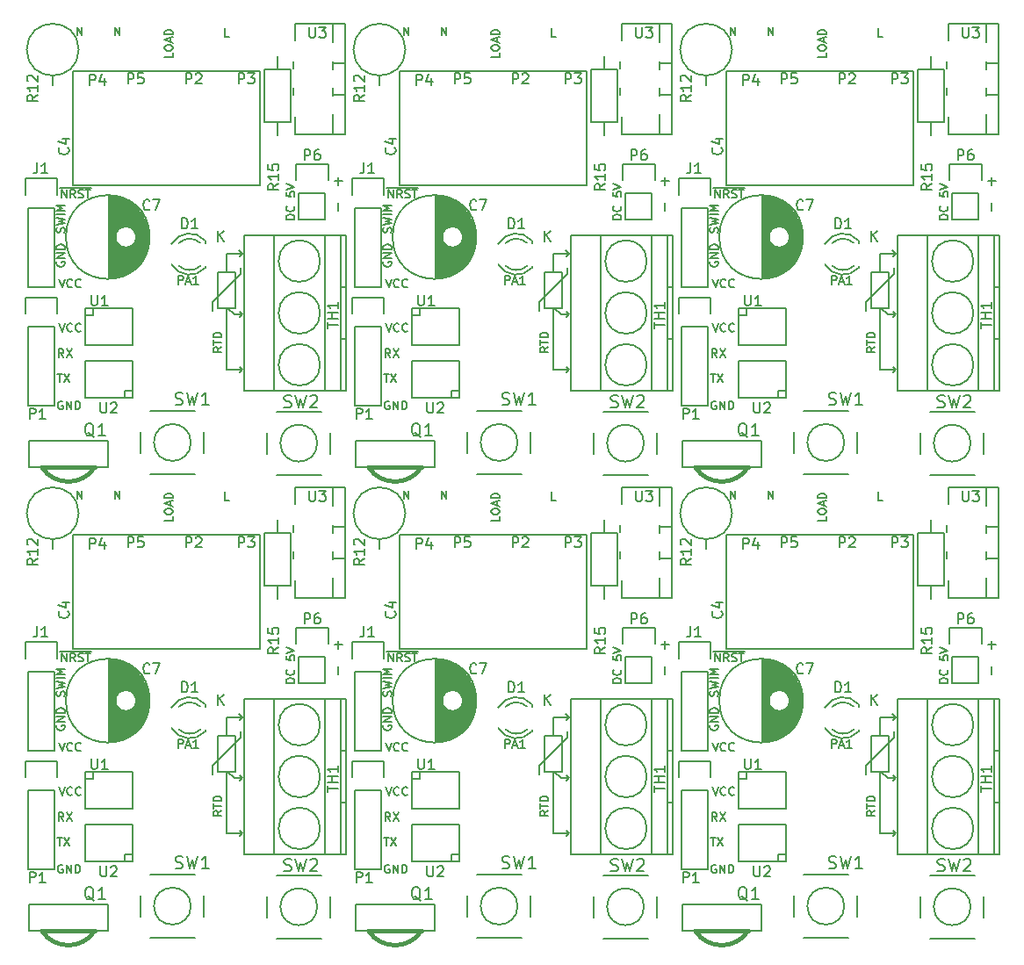
<source format=gto>
G04 #@! TF.FileFunction,Legend,Top*
%FSLAX46Y46*%
G04 Gerber Fmt 4.6, Leading zero omitted, Abs format (unit mm)*
G04 Created by KiCad (PCBNEW 4.0.1-2.201512121406+6195~38~ubuntu15.10.1-stable) date Monday, December 14, 2015 PM10:58:21 HKT*
%MOMM*%
G01*
G04 APERTURE LIST*
%ADD10C,0.100000*%
%ADD11C,0.200000*%
%ADD12C,0.150000*%
%ADD13C,0.127000*%
%ADD14C,0.406400*%
%ADD15C,0.203200*%
G04 APERTURE END LIST*
D10*
D11*
X66890977Y7893000D02*
X66814786Y7931095D01*
X66700501Y7931095D01*
X66586215Y7893000D01*
X66510024Y7816810D01*
X66471929Y7740619D01*
X66433834Y7588238D01*
X66433834Y7473952D01*
X66471929Y7321571D01*
X66510024Y7245381D01*
X66586215Y7169190D01*
X66700501Y7131095D01*
X66776691Y7131095D01*
X66890977Y7169190D01*
X66929072Y7207286D01*
X66929072Y7473952D01*
X66776691Y7473952D01*
X67271929Y7131095D02*
X67271929Y7931095D01*
X67729072Y7131095D01*
X67729072Y7931095D01*
X68110024Y7131095D02*
X68110024Y7931095D01*
X68300500Y7931095D01*
X68414786Y7893000D01*
X68490977Y7816810D01*
X68529072Y7740619D01*
X68567167Y7588238D01*
X68567167Y7473952D01*
X68529072Y7321571D01*
X68490977Y7245381D01*
X68414786Y7169190D01*
X68300500Y7131095D01*
X68110024Y7131095D01*
X66382976Y10534595D02*
X66840119Y10534595D01*
X66611548Y9734595D02*
X66611548Y10534595D01*
X67030596Y10534595D02*
X67563929Y9734595D01*
X67563929Y10534595D02*
X67030596Y9734595D01*
X66986167Y12147595D02*
X66719500Y12528548D01*
X66529024Y12147595D02*
X66529024Y12947595D01*
X66833786Y12947595D01*
X66909977Y12909500D01*
X66948072Y12871405D01*
X66986167Y12795214D01*
X66986167Y12680929D01*
X66948072Y12604738D01*
X66909977Y12566643D01*
X66833786Y12528548D01*
X66529024Y12528548D01*
X67252834Y12947595D02*
X67786167Y12147595D01*
X67786167Y12947595D02*
X67252834Y12147595D01*
X66560833Y15424095D02*
X66827500Y14624095D01*
X67094167Y15424095D01*
X67817976Y14700286D02*
X67779881Y14662190D01*
X67665595Y14624095D01*
X67589405Y14624095D01*
X67475119Y14662190D01*
X67398928Y14738381D01*
X67360833Y14814571D01*
X67322738Y14966952D01*
X67322738Y15081238D01*
X67360833Y15233619D01*
X67398928Y15309810D01*
X67475119Y15386000D01*
X67589405Y15424095D01*
X67665595Y15424095D01*
X67779881Y15386000D01*
X67817976Y15347905D01*
X68617976Y14700286D02*
X68579881Y14662190D01*
X68465595Y14624095D01*
X68389405Y14624095D01*
X68275119Y14662190D01*
X68198928Y14738381D01*
X68160833Y14814571D01*
X68122738Y14966952D01*
X68122738Y15081238D01*
X68160833Y15233619D01*
X68198928Y15309810D01*
X68275119Y15386000D01*
X68389405Y15424095D01*
X68465595Y15424095D01*
X68579881Y15386000D01*
X68617976Y15347905D01*
X66560833Y19678595D02*
X66827500Y18878595D01*
X67094167Y19678595D01*
X67817976Y18954786D02*
X67779881Y18916690D01*
X67665595Y18878595D01*
X67589405Y18878595D01*
X67475119Y18916690D01*
X67398928Y18992881D01*
X67360833Y19069071D01*
X67322738Y19221452D01*
X67322738Y19335738D01*
X67360833Y19488119D01*
X67398928Y19564310D01*
X67475119Y19640500D01*
X67589405Y19678595D01*
X67665595Y19678595D01*
X67779881Y19640500D01*
X67817976Y19602405D01*
X68617976Y18954786D02*
X68579881Y18916690D01*
X68465595Y18878595D01*
X68389405Y18878595D01*
X68275119Y18916690D01*
X68198928Y18992881D01*
X68160833Y19069071D01*
X68122738Y19221452D01*
X68122738Y19335738D01*
X68160833Y19488119D01*
X68198928Y19564310D01*
X68275119Y19640500D01*
X68389405Y19678595D01*
X68465595Y19678595D01*
X68579881Y19640500D01*
X68617976Y19602405D01*
X66338500Y21361477D02*
X66300405Y21285286D01*
X66300405Y21171001D01*
X66338500Y21056715D01*
X66414690Y20980524D01*
X66490881Y20942429D01*
X66643262Y20904334D01*
X66757548Y20904334D01*
X66909929Y20942429D01*
X66986119Y20980524D01*
X67062310Y21056715D01*
X67100405Y21171001D01*
X67100405Y21247191D01*
X67062310Y21361477D01*
X67024214Y21399572D01*
X66757548Y21399572D01*
X66757548Y21247191D01*
X67100405Y21742429D02*
X66300405Y21742429D01*
X67100405Y22199572D01*
X66300405Y22199572D01*
X67100405Y22580524D02*
X66300405Y22580524D01*
X66300405Y22771000D01*
X66338500Y22885286D01*
X66414690Y22961477D01*
X66490881Y22999572D01*
X66643262Y23037667D01*
X66757548Y23037667D01*
X66909929Y22999572D01*
X66986119Y22961477D01*
X67062310Y22885286D01*
X67100405Y22771000D01*
X67100405Y22580524D01*
X67062310Y24193667D02*
X67100405Y24307953D01*
X67100405Y24498429D01*
X67062310Y24574619D01*
X67024214Y24612715D01*
X66948024Y24650810D01*
X66871833Y24650810D01*
X66795643Y24612715D01*
X66757548Y24574619D01*
X66719452Y24498429D01*
X66681357Y24346048D01*
X66643262Y24269857D01*
X66605167Y24231762D01*
X66528976Y24193667D01*
X66452786Y24193667D01*
X66376595Y24231762D01*
X66338500Y24269857D01*
X66300405Y24346048D01*
X66300405Y24536524D01*
X66338500Y24650810D01*
X66300405Y24917477D02*
X67100405Y25107953D01*
X66528976Y25260334D01*
X67100405Y25412715D01*
X66300405Y25603191D01*
X67100405Y25907953D02*
X66300405Y25907953D01*
X67100405Y26288905D02*
X66300405Y26288905D01*
X66871833Y26555572D01*
X66300405Y26822239D01*
X67100405Y26822239D01*
X66821214Y27514595D02*
X66821214Y28314595D01*
X67278357Y27514595D01*
X67278357Y28314595D01*
X68116452Y27514595D02*
X67849785Y27895548D01*
X67659309Y27514595D02*
X67659309Y28314595D01*
X67964071Y28314595D01*
X68040262Y28276500D01*
X68078357Y28238405D01*
X68116452Y28162214D01*
X68116452Y28047929D01*
X68078357Y27971738D01*
X68040262Y27933643D01*
X67964071Y27895548D01*
X67659309Y27895548D01*
X68421214Y27552690D02*
X68535500Y27514595D01*
X68725976Y27514595D01*
X68802166Y27552690D01*
X68840262Y27590786D01*
X68878357Y27666976D01*
X68878357Y27743167D01*
X68840262Y27819357D01*
X68802166Y27857452D01*
X68725976Y27895548D01*
X68573595Y27933643D01*
X68497404Y27971738D01*
X68459309Y28009833D01*
X68421214Y28086024D01*
X68421214Y28162214D01*
X68459309Y28238405D01*
X68497404Y28276500D01*
X68573595Y28314595D01*
X68764071Y28314595D01*
X68878357Y28276500D01*
X69106928Y28314595D02*
X69564071Y28314595D01*
X69335500Y27514595D02*
X69335500Y28314595D01*
X66630738Y28452500D02*
X69640262Y28452500D01*
X78060667Y19196095D02*
X78060667Y19996095D01*
X78365429Y19996095D01*
X78441620Y19958000D01*
X78479715Y19919905D01*
X78517810Y19843714D01*
X78517810Y19729429D01*
X78479715Y19653238D01*
X78441620Y19615143D01*
X78365429Y19577048D01*
X78060667Y19577048D01*
X78822572Y19424667D02*
X79203524Y19424667D01*
X78746381Y19196095D02*
X79013048Y19996095D01*
X79279715Y19196095D01*
X79965429Y19196095D02*
X79508286Y19196095D01*
X79736857Y19196095D02*
X79736857Y19996095D01*
X79660667Y19881810D01*
X79584476Y19805619D01*
X79508286Y19767524D01*
X71907429Y43199095D02*
X71907429Y43999095D01*
X72364572Y43199095D01*
X72364572Y43999095D01*
X68287929Y43199095D02*
X68287929Y43999095D01*
X68745072Y43199095D01*
X68745072Y43999095D01*
X82924620Y43072095D02*
X82543667Y43072095D01*
X82543667Y43872095D01*
X77514405Y41503715D02*
X77514405Y41122762D01*
X76714405Y41122762D01*
X76714405Y41922762D02*
X76714405Y42075143D01*
X76752500Y42151334D01*
X76828690Y42227524D01*
X76981071Y42265619D01*
X77247738Y42265619D01*
X77400119Y42227524D01*
X77476310Y42151334D01*
X77514405Y42075143D01*
X77514405Y41922762D01*
X77476310Y41846572D01*
X77400119Y41770381D01*
X77247738Y41732286D01*
X76981071Y41732286D01*
X76828690Y41770381D01*
X76752500Y41846572D01*
X76714405Y41922762D01*
X77285833Y42570381D02*
X77285833Y42951333D01*
X77514405Y42494190D02*
X76714405Y42760857D01*
X77514405Y43027524D01*
X77514405Y43294190D02*
X76714405Y43294190D01*
X76714405Y43484666D01*
X76752500Y43598952D01*
X76828690Y43675143D01*
X76904881Y43713238D01*
X77057262Y43751333D01*
X77171548Y43751333D01*
X77323929Y43713238D01*
X77400119Y43675143D01*
X77476310Y43598952D01*
X77514405Y43484666D01*
X77514405Y43294190D01*
X89261905Y25476405D02*
X88461905Y25476405D01*
X88461905Y25666881D01*
X88500000Y25781167D01*
X88576190Y25857358D01*
X88652381Y25895453D01*
X88804762Y25933548D01*
X88919048Y25933548D01*
X89071429Y25895453D01*
X89147619Y25857358D01*
X89223810Y25781167D01*
X89261905Y25666881D01*
X89261905Y25476405D01*
X89185714Y26733548D02*
X89223810Y26695453D01*
X89261905Y26581167D01*
X89261905Y26504977D01*
X89223810Y26390691D01*
X89147619Y26314500D01*
X89071429Y26276405D01*
X88919048Y26238310D01*
X88804762Y26238310D01*
X88652381Y26276405D01*
X88576190Y26314500D01*
X88500000Y26390691D01*
X88461905Y26504977D01*
X88461905Y26581167D01*
X88500000Y26695453D01*
X88538095Y26733548D01*
X88461905Y28066882D02*
X88461905Y27685929D01*
X88842857Y27647834D01*
X88804762Y27685929D01*
X88766667Y27762120D01*
X88766667Y27952596D01*
X88804762Y28028786D01*
X88842857Y28066882D01*
X88919048Y28104977D01*
X89109524Y28104977D01*
X89185714Y28066882D01*
X89223810Y28028786D01*
X89261905Y27952596D01*
X89261905Y27762120D01*
X89223810Y27685929D01*
X89185714Y27647834D01*
X88461905Y28333548D02*
X89261905Y28600215D01*
X88461905Y28866882D01*
X93479929Y28765548D02*
X93479929Y29527453D01*
X93860881Y29146501D02*
X93098976Y29146501D01*
X93479929Y26289048D02*
X93479929Y27050953D01*
X84264500Y22161500D02*
X82740500Y22161500D01*
X82740500Y22161500D02*
X82740500Y20320000D01*
X82740500Y20320000D02*
X81851500Y20320000D01*
X81851500Y20320000D02*
X81851500Y16891000D01*
X81851500Y16891000D02*
X83566000Y16891000D01*
X83566000Y16891000D02*
X83566000Y20320000D01*
X83566000Y20320000D02*
X82677000Y20320000D01*
X82740500Y16954500D02*
X82740500Y10985500D01*
X82740500Y10985500D02*
X84137500Y10985500D01*
X82804000Y16891000D02*
X83439000Y16256000D01*
X83439000Y16256000D02*
X84137500Y16256000D01*
X84074000Y20193000D02*
X81343500Y17462500D01*
X81343500Y17462500D02*
X81343500Y16637000D01*
X84074000Y20193000D02*
X84074000Y20764500D01*
X82213405Y13131857D02*
X81832452Y12865190D01*
X82213405Y12674714D02*
X81413405Y12674714D01*
X81413405Y12979476D01*
X81451500Y13055667D01*
X81489595Y13093762D01*
X81565786Y13131857D01*
X81680071Y13131857D01*
X81756262Y13093762D01*
X81794357Y13055667D01*
X81832452Y12979476D01*
X81832452Y12674714D01*
X81413405Y13360428D02*
X81413405Y13817571D01*
X82213405Y13589000D02*
X81413405Y13589000D01*
X82213405Y14084238D02*
X81413405Y14084238D01*
X81413405Y14274714D01*
X81451500Y14389000D01*
X81527690Y14465191D01*
X81603881Y14503286D01*
X81756262Y14541381D01*
X81870548Y14541381D01*
X82022929Y14503286D01*
X82099119Y14465191D01*
X82175310Y14389000D01*
X82213405Y14274714D01*
X82213405Y14084238D01*
X84201000Y22161500D02*
X83883500Y22479000D01*
X84264500Y22161500D02*
X83947000Y21844000D01*
X84264500Y16256000D02*
X84010500Y16510000D01*
X84264500Y16256000D02*
X84010500Y16002000D01*
X84264500Y10985500D02*
X84010500Y11239500D01*
X84264500Y10985500D02*
X84010500Y10731500D01*
X66890977Y52597000D02*
X66814786Y52635095D01*
X66700501Y52635095D01*
X66586215Y52597000D01*
X66510024Y52520810D01*
X66471929Y52444619D01*
X66433834Y52292238D01*
X66433834Y52177952D01*
X66471929Y52025571D01*
X66510024Y51949381D01*
X66586215Y51873190D01*
X66700501Y51835095D01*
X66776691Y51835095D01*
X66890977Y51873190D01*
X66929072Y51911286D01*
X66929072Y52177952D01*
X66776691Y52177952D01*
X67271929Y51835095D02*
X67271929Y52635095D01*
X67729072Y51835095D01*
X67729072Y52635095D01*
X68110024Y51835095D02*
X68110024Y52635095D01*
X68300500Y52635095D01*
X68414786Y52597000D01*
X68490977Y52520810D01*
X68529072Y52444619D01*
X68567167Y52292238D01*
X68567167Y52177952D01*
X68529072Y52025571D01*
X68490977Y51949381D01*
X68414786Y51873190D01*
X68300500Y51835095D01*
X68110024Y51835095D01*
X66382976Y55238595D02*
X66840119Y55238595D01*
X66611548Y54438595D02*
X66611548Y55238595D01*
X67030596Y55238595D02*
X67563929Y54438595D01*
X67563929Y55238595D02*
X67030596Y54438595D01*
X66986167Y56851595D02*
X66719500Y57232548D01*
X66529024Y56851595D02*
X66529024Y57651595D01*
X66833786Y57651595D01*
X66909977Y57613500D01*
X66948072Y57575405D01*
X66986167Y57499214D01*
X66986167Y57384929D01*
X66948072Y57308738D01*
X66909977Y57270643D01*
X66833786Y57232548D01*
X66529024Y57232548D01*
X67252834Y57651595D02*
X67786167Y56851595D01*
X67786167Y57651595D02*
X67252834Y56851595D01*
X66560833Y60128095D02*
X66827500Y59328095D01*
X67094167Y60128095D01*
X67817976Y59404286D02*
X67779881Y59366190D01*
X67665595Y59328095D01*
X67589405Y59328095D01*
X67475119Y59366190D01*
X67398928Y59442381D01*
X67360833Y59518571D01*
X67322738Y59670952D01*
X67322738Y59785238D01*
X67360833Y59937619D01*
X67398928Y60013810D01*
X67475119Y60090000D01*
X67589405Y60128095D01*
X67665595Y60128095D01*
X67779881Y60090000D01*
X67817976Y60051905D01*
X68617976Y59404286D02*
X68579881Y59366190D01*
X68465595Y59328095D01*
X68389405Y59328095D01*
X68275119Y59366190D01*
X68198928Y59442381D01*
X68160833Y59518571D01*
X68122738Y59670952D01*
X68122738Y59785238D01*
X68160833Y59937619D01*
X68198928Y60013810D01*
X68275119Y60090000D01*
X68389405Y60128095D01*
X68465595Y60128095D01*
X68579881Y60090000D01*
X68617976Y60051905D01*
X66560833Y64382595D02*
X66827500Y63582595D01*
X67094167Y64382595D01*
X67817976Y63658786D02*
X67779881Y63620690D01*
X67665595Y63582595D01*
X67589405Y63582595D01*
X67475119Y63620690D01*
X67398928Y63696881D01*
X67360833Y63773071D01*
X67322738Y63925452D01*
X67322738Y64039738D01*
X67360833Y64192119D01*
X67398928Y64268310D01*
X67475119Y64344500D01*
X67589405Y64382595D01*
X67665595Y64382595D01*
X67779881Y64344500D01*
X67817976Y64306405D01*
X68617976Y63658786D02*
X68579881Y63620690D01*
X68465595Y63582595D01*
X68389405Y63582595D01*
X68275119Y63620690D01*
X68198928Y63696881D01*
X68160833Y63773071D01*
X68122738Y63925452D01*
X68122738Y64039738D01*
X68160833Y64192119D01*
X68198928Y64268310D01*
X68275119Y64344500D01*
X68389405Y64382595D01*
X68465595Y64382595D01*
X68579881Y64344500D01*
X68617976Y64306405D01*
X66338500Y66065477D02*
X66300405Y65989286D01*
X66300405Y65875001D01*
X66338500Y65760715D01*
X66414690Y65684524D01*
X66490881Y65646429D01*
X66643262Y65608334D01*
X66757548Y65608334D01*
X66909929Y65646429D01*
X66986119Y65684524D01*
X67062310Y65760715D01*
X67100405Y65875001D01*
X67100405Y65951191D01*
X67062310Y66065477D01*
X67024214Y66103572D01*
X66757548Y66103572D01*
X66757548Y65951191D01*
X67100405Y66446429D02*
X66300405Y66446429D01*
X67100405Y66903572D01*
X66300405Y66903572D01*
X67100405Y67284524D02*
X66300405Y67284524D01*
X66300405Y67475000D01*
X66338500Y67589286D01*
X66414690Y67665477D01*
X66490881Y67703572D01*
X66643262Y67741667D01*
X66757548Y67741667D01*
X66909929Y67703572D01*
X66986119Y67665477D01*
X67062310Y67589286D01*
X67100405Y67475000D01*
X67100405Y67284524D01*
X67062310Y68897667D02*
X67100405Y69011953D01*
X67100405Y69202429D01*
X67062310Y69278619D01*
X67024214Y69316715D01*
X66948024Y69354810D01*
X66871833Y69354810D01*
X66795643Y69316715D01*
X66757548Y69278619D01*
X66719452Y69202429D01*
X66681357Y69050048D01*
X66643262Y68973857D01*
X66605167Y68935762D01*
X66528976Y68897667D01*
X66452786Y68897667D01*
X66376595Y68935762D01*
X66338500Y68973857D01*
X66300405Y69050048D01*
X66300405Y69240524D01*
X66338500Y69354810D01*
X66300405Y69621477D02*
X67100405Y69811953D01*
X66528976Y69964334D01*
X67100405Y70116715D01*
X66300405Y70307191D01*
X67100405Y70611953D02*
X66300405Y70611953D01*
X67100405Y70992905D02*
X66300405Y70992905D01*
X66871833Y71259572D01*
X66300405Y71526239D01*
X67100405Y71526239D01*
X66821214Y72218595D02*
X66821214Y73018595D01*
X67278357Y72218595D01*
X67278357Y73018595D01*
X68116452Y72218595D02*
X67849785Y72599548D01*
X67659309Y72218595D02*
X67659309Y73018595D01*
X67964071Y73018595D01*
X68040262Y72980500D01*
X68078357Y72942405D01*
X68116452Y72866214D01*
X68116452Y72751929D01*
X68078357Y72675738D01*
X68040262Y72637643D01*
X67964071Y72599548D01*
X67659309Y72599548D01*
X68421214Y72256690D02*
X68535500Y72218595D01*
X68725976Y72218595D01*
X68802166Y72256690D01*
X68840262Y72294786D01*
X68878357Y72370976D01*
X68878357Y72447167D01*
X68840262Y72523357D01*
X68802166Y72561452D01*
X68725976Y72599548D01*
X68573595Y72637643D01*
X68497404Y72675738D01*
X68459309Y72713833D01*
X68421214Y72790024D01*
X68421214Y72866214D01*
X68459309Y72942405D01*
X68497404Y72980500D01*
X68573595Y73018595D01*
X68764071Y73018595D01*
X68878357Y72980500D01*
X69106928Y73018595D02*
X69564071Y73018595D01*
X69335500Y72218595D02*
X69335500Y73018595D01*
X66630738Y73156500D02*
X69640262Y73156500D01*
X78060667Y63900095D02*
X78060667Y64700095D01*
X78365429Y64700095D01*
X78441620Y64662000D01*
X78479715Y64623905D01*
X78517810Y64547714D01*
X78517810Y64433429D01*
X78479715Y64357238D01*
X78441620Y64319143D01*
X78365429Y64281048D01*
X78060667Y64281048D01*
X78822572Y64128667D02*
X79203524Y64128667D01*
X78746381Y63900095D02*
X79013048Y64700095D01*
X79279715Y63900095D01*
X79965429Y63900095D02*
X79508286Y63900095D01*
X79736857Y63900095D02*
X79736857Y64700095D01*
X79660667Y64585810D01*
X79584476Y64509619D01*
X79508286Y64471524D01*
X71907429Y87903095D02*
X71907429Y88703095D01*
X72364572Y87903095D01*
X72364572Y88703095D01*
X68287929Y87903095D02*
X68287929Y88703095D01*
X68745072Y87903095D01*
X68745072Y88703095D01*
X82924620Y87776095D02*
X82543667Y87776095D01*
X82543667Y88576095D01*
X77514405Y86207715D02*
X77514405Y85826762D01*
X76714405Y85826762D01*
X76714405Y86626762D02*
X76714405Y86779143D01*
X76752500Y86855334D01*
X76828690Y86931524D01*
X76981071Y86969619D01*
X77247738Y86969619D01*
X77400119Y86931524D01*
X77476310Y86855334D01*
X77514405Y86779143D01*
X77514405Y86626762D01*
X77476310Y86550572D01*
X77400119Y86474381D01*
X77247738Y86436286D01*
X76981071Y86436286D01*
X76828690Y86474381D01*
X76752500Y86550572D01*
X76714405Y86626762D01*
X77285833Y87274381D02*
X77285833Y87655333D01*
X77514405Y87198190D02*
X76714405Y87464857D01*
X77514405Y87731524D01*
X77514405Y87998190D02*
X76714405Y87998190D01*
X76714405Y88188666D01*
X76752500Y88302952D01*
X76828690Y88379143D01*
X76904881Y88417238D01*
X77057262Y88455333D01*
X77171548Y88455333D01*
X77323929Y88417238D01*
X77400119Y88379143D01*
X77476310Y88302952D01*
X77514405Y88188666D01*
X77514405Y87998190D01*
X89261905Y70180405D02*
X88461905Y70180405D01*
X88461905Y70370881D01*
X88500000Y70485167D01*
X88576190Y70561358D01*
X88652381Y70599453D01*
X88804762Y70637548D01*
X88919048Y70637548D01*
X89071429Y70599453D01*
X89147619Y70561358D01*
X89223810Y70485167D01*
X89261905Y70370881D01*
X89261905Y70180405D01*
X89185714Y71437548D02*
X89223810Y71399453D01*
X89261905Y71285167D01*
X89261905Y71208977D01*
X89223810Y71094691D01*
X89147619Y71018500D01*
X89071429Y70980405D01*
X88919048Y70942310D01*
X88804762Y70942310D01*
X88652381Y70980405D01*
X88576190Y71018500D01*
X88500000Y71094691D01*
X88461905Y71208977D01*
X88461905Y71285167D01*
X88500000Y71399453D01*
X88538095Y71437548D01*
X88461905Y72770882D02*
X88461905Y72389929D01*
X88842857Y72351834D01*
X88804762Y72389929D01*
X88766667Y72466120D01*
X88766667Y72656596D01*
X88804762Y72732786D01*
X88842857Y72770882D01*
X88919048Y72808977D01*
X89109524Y72808977D01*
X89185714Y72770882D01*
X89223810Y72732786D01*
X89261905Y72656596D01*
X89261905Y72466120D01*
X89223810Y72389929D01*
X89185714Y72351834D01*
X88461905Y73037548D02*
X89261905Y73304215D01*
X88461905Y73570882D01*
X93479929Y73469548D02*
X93479929Y74231453D01*
X93860881Y73850501D02*
X93098976Y73850501D01*
X93479929Y70993048D02*
X93479929Y71754953D01*
X84264500Y66865500D02*
X82740500Y66865500D01*
X82740500Y66865500D02*
X82740500Y65024000D01*
X82740500Y65024000D02*
X81851500Y65024000D01*
X81851500Y65024000D02*
X81851500Y61595000D01*
X81851500Y61595000D02*
X83566000Y61595000D01*
X83566000Y61595000D02*
X83566000Y65024000D01*
X83566000Y65024000D02*
X82677000Y65024000D01*
X82740500Y61658500D02*
X82740500Y55689500D01*
X82740500Y55689500D02*
X84137500Y55689500D01*
X82804000Y61595000D02*
X83439000Y60960000D01*
X83439000Y60960000D02*
X84137500Y60960000D01*
X84074000Y64897000D02*
X81343500Y62166500D01*
X81343500Y62166500D02*
X81343500Y61341000D01*
X84074000Y64897000D02*
X84074000Y65468500D01*
X82213405Y57835857D02*
X81832452Y57569190D01*
X82213405Y57378714D02*
X81413405Y57378714D01*
X81413405Y57683476D01*
X81451500Y57759667D01*
X81489595Y57797762D01*
X81565786Y57835857D01*
X81680071Y57835857D01*
X81756262Y57797762D01*
X81794357Y57759667D01*
X81832452Y57683476D01*
X81832452Y57378714D01*
X81413405Y58064428D02*
X81413405Y58521571D01*
X82213405Y58293000D02*
X81413405Y58293000D01*
X82213405Y58788238D02*
X81413405Y58788238D01*
X81413405Y58978714D01*
X81451500Y59093000D01*
X81527690Y59169191D01*
X81603881Y59207286D01*
X81756262Y59245381D01*
X81870548Y59245381D01*
X82022929Y59207286D01*
X82099119Y59169191D01*
X82175310Y59093000D01*
X82213405Y58978714D01*
X82213405Y58788238D01*
X84201000Y66865500D02*
X83883500Y67183000D01*
X84264500Y66865500D02*
X83947000Y66548000D01*
X84264500Y60960000D02*
X84010500Y61214000D01*
X84264500Y60960000D02*
X84010500Y60706000D01*
X84264500Y55689500D02*
X84010500Y55943500D01*
X84264500Y55689500D02*
X84010500Y55435500D01*
X35394977Y7893000D02*
X35318786Y7931095D01*
X35204501Y7931095D01*
X35090215Y7893000D01*
X35014024Y7816810D01*
X34975929Y7740619D01*
X34937834Y7588238D01*
X34937834Y7473952D01*
X34975929Y7321571D01*
X35014024Y7245381D01*
X35090215Y7169190D01*
X35204501Y7131095D01*
X35280691Y7131095D01*
X35394977Y7169190D01*
X35433072Y7207286D01*
X35433072Y7473952D01*
X35280691Y7473952D01*
X35775929Y7131095D02*
X35775929Y7931095D01*
X36233072Y7131095D01*
X36233072Y7931095D01*
X36614024Y7131095D02*
X36614024Y7931095D01*
X36804500Y7931095D01*
X36918786Y7893000D01*
X36994977Y7816810D01*
X37033072Y7740619D01*
X37071167Y7588238D01*
X37071167Y7473952D01*
X37033072Y7321571D01*
X36994977Y7245381D01*
X36918786Y7169190D01*
X36804500Y7131095D01*
X36614024Y7131095D01*
X34886976Y10534595D02*
X35344119Y10534595D01*
X35115548Y9734595D02*
X35115548Y10534595D01*
X35534596Y10534595D02*
X36067929Y9734595D01*
X36067929Y10534595D02*
X35534596Y9734595D01*
X35490167Y12147595D02*
X35223500Y12528548D01*
X35033024Y12147595D02*
X35033024Y12947595D01*
X35337786Y12947595D01*
X35413977Y12909500D01*
X35452072Y12871405D01*
X35490167Y12795214D01*
X35490167Y12680929D01*
X35452072Y12604738D01*
X35413977Y12566643D01*
X35337786Y12528548D01*
X35033024Y12528548D01*
X35756834Y12947595D02*
X36290167Y12147595D01*
X36290167Y12947595D02*
X35756834Y12147595D01*
X35064833Y15424095D02*
X35331500Y14624095D01*
X35598167Y15424095D01*
X36321976Y14700286D02*
X36283881Y14662190D01*
X36169595Y14624095D01*
X36093405Y14624095D01*
X35979119Y14662190D01*
X35902928Y14738381D01*
X35864833Y14814571D01*
X35826738Y14966952D01*
X35826738Y15081238D01*
X35864833Y15233619D01*
X35902928Y15309810D01*
X35979119Y15386000D01*
X36093405Y15424095D01*
X36169595Y15424095D01*
X36283881Y15386000D01*
X36321976Y15347905D01*
X37121976Y14700286D02*
X37083881Y14662190D01*
X36969595Y14624095D01*
X36893405Y14624095D01*
X36779119Y14662190D01*
X36702928Y14738381D01*
X36664833Y14814571D01*
X36626738Y14966952D01*
X36626738Y15081238D01*
X36664833Y15233619D01*
X36702928Y15309810D01*
X36779119Y15386000D01*
X36893405Y15424095D01*
X36969595Y15424095D01*
X37083881Y15386000D01*
X37121976Y15347905D01*
X35064833Y19678595D02*
X35331500Y18878595D01*
X35598167Y19678595D01*
X36321976Y18954786D02*
X36283881Y18916690D01*
X36169595Y18878595D01*
X36093405Y18878595D01*
X35979119Y18916690D01*
X35902928Y18992881D01*
X35864833Y19069071D01*
X35826738Y19221452D01*
X35826738Y19335738D01*
X35864833Y19488119D01*
X35902928Y19564310D01*
X35979119Y19640500D01*
X36093405Y19678595D01*
X36169595Y19678595D01*
X36283881Y19640500D01*
X36321976Y19602405D01*
X37121976Y18954786D02*
X37083881Y18916690D01*
X36969595Y18878595D01*
X36893405Y18878595D01*
X36779119Y18916690D01*
X36702928Y18992881D01*
X36664833Y19069071D01*
X36626738Y19221452D01*
X36626738Y19335738D01*
X36664833Y19488119D01*
X36702928Y19564310D01*
X36779119Y19640500D01*
X36893405Y19678595D01*
X36969595Y19678595D01*
X37083881Y19640500D01*
X37121976Y19602405D01*
X34842500Y21361477D02*
X34804405Y21285286D01*
X34804405Y21171001D01*
X34842500Y21056715D01*
X34918690Y20980524D01*
X34994881Y20942429D01*
X35147262Y20904334D01*
X35261548Y20904334D01*
X35413929Y20942429D01*
X35490119Y20980524D01*
X35566310Y21056715D01*
X35604405Y21171001D01*
X35604405Y21247191D01*
X35566310Y21361477D01*
X35528214Y21399572D01*
X35261548Y21399572D01*
X35261548Y21247191D01*
X35604405Y21742429D02*
X34804405Y21742429D01*
X35604405Y22199572D01*
X34804405Y22199572D01*
X35604405Y22580524D02*
X34804405Y22580524D01*
X34804405Y22771000D01*
X34842500Y22885286D01*
X34918690Y22961477D01*
X34994881Y22999572D01*
X35147262Y23037667D01*
X35261548Y23037667D01*
X35413929Y22999572D01*
X35490119Y22961477D01*
X35566310Y22885286D01*
X35604405Y22771000D01*
X35604405Y22580524D01*
X35566310Y24193667D02*
X35604405Y24307953D01*
X35604405Y24498429D01*
X35566310Y24574619D01*
X35528214Y24612715D01*
X35452024Y24650810D01*
X35375833Y24650810D01*
X35299643Y24612715D01*
X35261548Y24574619D01*
X35223452Y24498429D01*
X35185357Y24346048D01*
X35147262Y24269857D01*
X35109167Y24231762D01*
X35032976Y24193667D01*
X34956786Y24193667D01*
X34880595Y24231762D01*
X34842500Y24269857D01*
X34804405Y24346048D01*
X34804405Y24536524D01*
X34842500Y24650810D01*
X34804405Y24917477D02*
X35604405Y25107953D01*
X35032976Y25260334D01*
X35604405Y25412715D01*
X34804405Y25603191D01*
X35604405Y25907953D02*
X34804405Y25907953D01*
X35604405Y26288905D02*
X34804405Y26288905D01*
X35375833Y26555572D01*
X34804405Y26822239D01*
X35604405Y26822239D01*
X35325214Y27514595D02*
X35325214Y28314595D01*
X35782357Y27514595D01*
X35782357Y28314595D01*
X36620452Y27514595D02*
X36353785Y27895548D01*
X36163309Y27514595D02*
X36163309Y28314595D01*
X36468071Y28314595D01*
X36544262Y28276500D01*
X36582357Y28238405D01*
X36620452Y28162214D01*
X36620452Y28047929D01*
X36582357Y27971738D01*
X36544262Y27933643D01*
X36468071Y27895548D01*
X36163309Y27895548D01*
X36925214Y27552690D02*
X37039500Y27514595D01*
X37229976Y27514595D01*
X37306166Y27552690D01*
X37344262Y27590786D01*
X37382357Y27666976D01*
X37382357Y27743167D01*
X37344262Y27819357D01*
X37306166Y27857452D01*
X37229976Y27895548D01*
X37077595Y27933643D01*
X37001404Y27971738D01*
X36963309Y28009833D01*
X36925214Y28086024D01*
X36925214Y28162214D01*
X36963309Y28238405D01*
X37001404Y28276500D01*
X37077595Y28314595D01*
X37268071Y28314595D01*
X37382357Y28276500D01*
X37610928Y28314595D02*
X38068071Y28314595D01*
X37839500Y27514595D02*
X37839500Y28314595D01*
X35134738Y28452500D02*
X38144262Y28452500D01*
X46564667Y19196095D02*
X46564667Y19996095D01*
X46869429Y19996095D01*
X46945620Y19958000D01*
X46983715Y19919905D01*
X47021810Y19843714D01*
X47021810Y19729429D01*
X46983715Y19653238D01*
X46945620Y19615143D01*
X46869429Y19577048D01*
X46564667Y19577048D01*
X47326572Y19424667D02*
X47707524Y19424667D01*
X47250381Y19196095D02*
X47517048Y19996095D01*
X47783715Y19196095D01*
X48469429Y19196095D02*
X48012286Y19196095D01*
X48240857Y19196095D02*
X48240857Y19996095D01*
X48164667Y19881810D01*
X48088476Y19805619D01*
X48012286Y19767524D01*
X40411429Y43199095D02*
X40411429Y43999095D01*
X40868572Y43199095D01*
X40868572Y43999095D01*
X36791929Y43199095D02*
X36791929Y43999095D01*
X37249072Y43199095D01*
X37249072Y43999095D01*
X51428620Y43072095D02*
X51047667Y43072095D01*
X51047667Y43872095D01*
X46018405Y41503715D02*
X46018405Y41122762D01*
X45218405Y41122762D01*
X45218405Y41922762D02*
X45218405Y42075143D01*
X45256500Y42151334D01*
X45332690Y42227524D01*
X45485071Y42265619D01*
X45751738Y42265619D01*
X45904119Y42227524D01*
X45980310Y42151334D01*
X46018405Y42075143D01*
X46018405Y41922762D01*
X45980310Y41846572D01*
X45904119Y41770381D01*
X45751738Y41732286D01*
X45485071Y41732286D01*
X45332690Y41770381D01*
X45256500Y41846572D01*
X45218405Y41922762D01*
X45789833Y42570381D02*
X45789833Y42951333D01*
X46018405Y42494190D02*
X45218405Y42760857D01*
X46018405Y43027524D01*
X46018405Y43294190D02*
X45218405Y43294190D01*
X45218405Y43484666D01*
X45256500Y43598952D01*
X45332690Y43675143D01*
X45408881Y43713238D01*
X45561262Y43751333D01*
X45675548Y43751333D01*
X45827929Y43713238D01*
X45904119Y43675143D01*
X45980310Y43598952D01*
X46018405Y43484666D01*
X46018405Y43294190D01*
X57765905Y25476405D02*
X56965905Y25476405D01*
X56965905Y25666881D01*
X57004000Y25781167D01*
X57080190Y25857358D01*
X57156381Y25895453D01*
X57308762Y25933548D01*
X57423048Y25933548D01*
X57575429Y25895453D01*
X57651619Y25857358D01*
X57727810Y25781167D01*
X57765905Y25666881D01*
X57765905Y25476405D01*
X57689714Y26733548D02*
X57727810Y26695453D01*
X57765905Y26581167D01*
X57765905Y26504977D01*
X57727810Y26390691D01*
X57651619Y26314500D01*
X57575429Y26276405D01*
X57423048Y26238310D01*
X57308762Y26238310D01*
X57156381Y26276405D01*
X57080190Y26314500D01*
X57004000Y26390691D01*
X56965905Y26504977D01*
X56965905Y26581167D01*
X57004000Y26695453D01*
X57042095Y26733548D01*
X56965905Y28066882D02*
X56965905Y27685929D01*
X57346857Y27647834D01*
X57308762Y27685929D01*
X57270667Y27762120D01*
X57270667Y27952596D01*
X57308762Y28028786D01*
X57346857Y28066882D01*
X57423048Y28104977D01*
X57613524Y28104977D01*
X57689714Y28066882D01*
X57727810Y28028786D01*
X57765905Y27952596D01*
X57765905Y27762120D01*
X57727810Y27685929D01*
X57689714Y27647834D01*
X56965905Y28333548D02*
X57765905Y28600215D01*
X56965905Y28866882D01*
X61983929Y28765548D02*
X61983929Y29527453D01*
X62364881Y29146501D02*
X61602976Y29146501D01*
X61983929Y26289048D02*
X61983929Y27050953D01*
X52768500Y22161500D02*
X51244500Y22161500D01*
X51244500Y22161500D02*
X51244500Y20320000D01*
X51244500Y20320000D02*
X50355500Y20320000D01*
X50355500Y20320000D02*
X50355500Y16891000D01*
X50355500Y16891000D02*
X52070000Y16891000D01*
X52070000Y16891000D02*
X52070000Y20320000D01*
X52070000Y20320000D02*
X51181000Y20320000D01*
X51244500Y16954500D02*
X51244500Y10985500D01*
X51244500Y10985500D02*
X52641500Y10985500D01*
X51308000Y16891000D02*
X51943000Y16256000D01*
X51943000Y16256000D02*
X52641500Y16256000D01*
X52578000Y20193000D02*
X49847500Y17462500D01*
X49847500Y17462500D02*
X49847500Y16637000D01*
X52578000Y20193000D02*
X52578000Y20764500D01*
X50717405Y13131857D02*
X50336452Y12865190D01*
X50717405Y12674714D02*
X49917405Y12674714D01*
X49917405Y12979476D01*
X49955500Y13055667D01*
X49993595Y13093762D01*
X50069786Y13131857D01*
X50184071Y13131857D01*
X50260262Y13093762D01*
X50298357Y13055667D01*
X50336452Y12979476D01*
X50336452Y12674714D01*
X49917405Y13360428D02*
X49917405Y13817571D01*
X50717405Y13589000D02*
X49917405Y13589000D01*
X50717405Y14084238D02*
X49917405Y14084238D01*
X49917405Y14274714D01*
X49955500Y14389000D01*
X50031690Y14465191D01*
X50107881Y14503286D01*
X50260262Y14541381D01*
X50374548Y14541381D01*
X50526929Y14503286D01*
X50603119Y14465191D01*
X50679310Y14389000D01*
X50717405Y14274714D01*
X50717405Y14084238D01*
X52705000Y22161500D02*
X52387500Y22479000D01*
X52768500Y22161500D02*
X52451000Y21844000D01*
X52768500Y16256000D02*
X52514500Y16510000D01*
X52768500Y16256000D02*
X52514500Y16002000D01*
X52768500Y10985500D02*
X52514500Y11239500D01*
X52768500Y10985500D02*
X52514500Y10731500D01*
X35394977Y52597000D02*
X35318786Y52635095D01*
X35204501Y52635095D01*
X35090215Y52597000D01*
X35014024Y52520810D01*
X34975929Y52444619D01*
X34937834Y52292238D01*
X34937834Y52177952D01*
X34975929Y52025571D01*
X35014024Y51949381D01*
X35090215Y51873190D01*
X35204501Y51835095D01*
X35280691Y51835095D01*
X35394977Y51873190D01*
X35433072Y51911286D01*
X35433072Y52177952D01*
X35280691Y52177952D01*
X35775929Y51835095D02*
X35775929Y52635095D01*
X36233072Y51835095D01*
X36233072Y52635095D01*
X36614024Y51835095D02*
X36614024Y52635095D01*
X36804500Y52635095D01*
X36918786Y52597000D01*
X36994977Y52520810D01*
X37033072Y52444619D01*
X37071167Y52292238D01*
X37071167Y52177952D01*
X37033072Y52025571D01*
X36994977Y51949381D01*
X36918786Y51873190D01*
X36804500Y51835095D01*
X36614024Y51835095D01*
X34886976Y55238595D02*
X35344119Y55238595D01*
X35115548Y54438595D02*
X35115548Y55238595D01*
X35534596Y55238595D02*
X36067929Y54438595D01*
X36067929Y55238595D02*
X35534596Y54438595D01*
X35490167Y56851595D02*
X35223500Y57232548D01*
X35033024Y56851595D02*
X35033024Y57651595D01*
X35337786Y57651595D01*
X35413977Y57613500D01*
X35452072Y57575405D01*
X35490167Y57499214D01*
X35490167Y57384929D01*
X35452072Y57308738D01*
X35413977Y57270643D01*
X35337786Y57232548D01*
X35033024Y57232548D01*
X35756834Y57651595D02*
X36290167Y56851595D01*
X36290167Y57651595D02*
X35756834Y56851595D01*
X35064833Y60128095D02*
X35331500Y59328095D01*
X35598167Y60128095D01*
X36321976Y59404286D02*
X36283881Y59366190D01*
X36169595Y59328095D01*
X36093405Y59328095D01*
X35979119Y59366190D01*
X35902928Y59442381D01*
X35864833Y59518571D01*
X35826738Y59670952D01*
X35826738Y59785238D01*
X35864833Y59937619D01*
X35902928Y60013810D01*
X35979119Y60090000D01*
X36093405Y60128095D01*
X36169595Y60128095D01*
X36283881Y60090000D01*
X36321976Y60051905D01*
X37121976Y59404286D02*
X37083881Y59366190D01*
X36969595Y59328095D01*
X36893405Y59328095D01*
X36779119Y59366190D01*
X36702928Y59442381D01*
X36664833Y59518571D01*
X36626738Y59670952D01*
X36626738Y59785238D01*
X36664833Y59937619D01*
X36702928Y60013810D01*
X36779119Y60090000D01*
X36893405Y60128095D01*
X36969595Y60128095D01*
X37083881Y60090000D01*
X37121976Y60051905D01*
X35064833Y64382595D02*
X35331500Y63582595D01*
X35598167Y64382595D01*
X36321976Y63658786D02*
X36283881Y63620690D01*
X36169595Y63582595D01*
X36093405Y63582595D01*
X35979119Y63620690D01*
X35902928Y63696881D01*
X35864833Y63773071D01*
X35826738Y63925452D01*
X35826738Y64039738D01*
X35864833Y64192119D01*
X35902928Y64268310D01*
X35979119Y64344500D01*
X36093405Y64382595D01*
X36169595Y64382595D01*
X36283881Y64344500D01*
X36321976Y64306405D01*
X37121976Y63658786D02*
X37083881Y63620690D01*
X36969595Y63582595D01*
X36893405Y63582595D01*
X36779119Y63620690D01*
X36702928Y63696881D01*
X36664833Y63773071D01*
X36626738Y63925452D01*
X36626738Y64039738D01*
X36664833Y64192119D01*
X36702928Y64268310D01*
X36779119Y64344500D01*
X36893405Y64382595D01*
X36969595Y64382595D01*
X37083881Y64344500D01*
X37121976Y64306405D01*
X34842500Y66065477D02*
X34804405Y65989286D01*
X34804405Y65875001D01*
X34842500Y65760715D01*
X34918690Y65684524D01*
X34994881Y65646429D01*
X35147262Y65608334D01*
X35261548Y65608334D01*
X35413929Y65646429D01*
X35490119Y65684524D01*
X35566310Y65760715D01*
X35604405Y65875001D01*
X35604405Y65951191D01*
X35566310Y66065477D01*
X35528214Y66103572D01*
X35261548Y66103572D01*
X35261548Y65951191D01*
X35604405Y66446429D02*
X34804405Y66446429D01*
X35604405Y66903572D01*
X34804405Y66903572D01*
X35604405Y67284524D02*
X34804405Y67284524D01*
X34804405Y67475000D01*
X34842500Y67589286D01*
X34918690Y67665477D01*
X34994881Y67703572D01*
X35147262Y67741667D01*
X35261548Y67741667D01*
X35413929Y67703572D01*
X35490119Y67665477D01*
X35566310Y67589286D01*
X35604405Y67475000D01*
X35604405Y67284524D01*
X35566310Y68897667D02*
X35604405Y69011953D01*
X35604405Y69202429D01*
X35566310Y69278619D01*
X35528214Y69316715D01*
X35452024Y69354810D01*
X35375833Y69354810D01*
X35299643Y69316715D01*
X35261548Y69278619D01*
X35223452Y69202429D01*
X35185357Y69050048D01*
X35147262Y68973857D01*
X35109167Y68935762D01*
X35032976Y68897667D01*
X34956786Y68897667D01*
X34880595Y68935762D01*
X34842500Y68973857D01*
X34804405Y69050048D01*
X34804405Y69240524D01*
X34842500Y69354810D01*
X34804405Y69621477D02*
X35604405Y69811953D01*
X35032976Y69964334D01*
X35604405Y70116715D01*
X34804405Y70307191D01*
X35604405Y70611953D02*
X34804405Y70611953D01*
X35604405Y70992905D02*
X34804405Y70992905D01*
X35375833Y71259572D01*
X34804405Y71526239D01*
X35604405Y71526239D01*
X35325214Y72218595D02*
X35325214Y73018595D01*
X35782357Y72218595D01*
X35782357Y73018595D01*
X36620452Y72218595D02*
X36353785Y72599548D01*
X36163309Y72218595D02*
X36163309Y73018595D01*
X36468071Y73018595D01*
X36544262Y72980500D01*
X36582357Y72942405D01*
X36620452Y72866214D01*
X36620452Y72751929D01*
X36582357Y72675738D01*
X36544262Y72637643D01*
X36468071Y72599548D01*
X36163309Y72599548D01*
X36925214Y72256690D02*
X37039500Y72218595D01*
X37229976Y72218595D01*
X37306166Y72256690D01*
X37344262Y72294786D01*
X37382357Y72370976D01*
X37382357Y72447167D01*
X37344262Y72523357D01*
X37306166Y72561452D01*
X37229976Y72599548D01*
X37077595Y72637643D01*
X37001404Y72675738D01*
X36963309Y72713833D01*
X36925214Y72790024D01*
X36925214Y72866214D01*
X36963309Y72942405D01*
X37001404Y72980500D01*
X37077595Y73018595D01*
X37268071Y73018595D01*
X37382357Y72980500D01*
X37610928Y73018595D02*
X38068071Y73018595D01*
X37839500Y72218595D02*
X37839500Y73018595D01*
X35134738Y73156500D02*
X38144262Y73156500D01*
X46564667Y63900095D02*
X46564667Y64700095D01*
X46869429Y64700095D01*
X46945620Y64662000D01*
X46983715Y64623905D01*
X47021810Y64547714D01*
X47021810Y64433429D01*
X46983715Y64357238D01*
X46945620Y64319143D01*
X46869429Y64281048D01*
X46564667Y64281048D01*
X47326572Y64128667D02*
X47707524Y64128667D01*
X47250381Y63900095D02*
X47517048Y64700095D01*
X47783715Y63900095D01*
X48469429Y63900095D02*
X48012286Y63900095D01*
X48240857Y63900095D02*
X48240857Y64700095D01*
X48164667Y64585810D01*
X48088476Y64509619D01*
X48012286Y64471524D01*
X40411429Y87903095D02*
X40411429Y88703095D01*
X40868572Y87903095D01*
X40868572Y88703095D01*
X36791929Y87903095D02*
X36791929Y88703095D01*
X37249072Y87903095D01*
X37249072Y88703095D01*
X51428620Y87776095D02*
X51047667Y87776095D01*
X51047667Y88576095D01*
X46018405Y86207715D02*
X46018405Y85826762D01*
X45218405Y85826762D01*
X45218405Y86626762D02*
X45218405Y86779143D01*
X45256500Y86855334D01*
X45332690Y86931524D01*
X45485071Y86969619D01*
X45751738Y86969619D01*
X45904119Y86931524D01*
X45980310Y86855334D01*
X46018405Y86779143D01*
X46018405Y86626762D01*
X45980310Y86550572D01*
X45904119Y86474381D01*
X45751738Y86436286D01*
X45485071Y86436286D01*
X45332690Y86474381D01*
X45256500Y86550572D01*
X45218405Y86626762D01*
X45789833Y87274381D02*
X45789833Y87655333D01*
X46018405Y87198190D02*
X45218405Y87464857D01*
X46018405Y87731524D01*
X46018405Y87998190D02*
X45218405Y87998190D01*
X45218405Y88188666D01*
X45256500Y88302952D01*
X45332690Y88379143D01*
X45408881Y88417238D01*
X45561262Y88455333D01*
X45675548Y88455333D01*
X45827929Y88417238D01*
X45904119Y88379143D01*
X45980310Y88302952D01*
X46018405Y88188666D01*
X46018405Y87998190D01*
X57765905Y70180405D02*
X56965905Y70180405D01*
X56965905Y70370881D01*
X57004000Y70485167D01*
X57080190Y70561358D01*
X57156381Y70599453D01*
X57308762Y70637548D01*
X57423048Y70637548D01*
X57575429Y70599453D01*
X57651619Y70561358D01*
X57727810Y70485167D01*
X57765905Y70370881D01*
X57765905Y70180405D01*
X57689714Y71437548D02*
X57727810Y71399453D01*
X57765905Y71285167D01*
X57765905Y71208977D01*
X57727810Y71094691D01*
X57651619Y71018500D01*
X57575429Y70980405D01*
X57423048Y70942310D01*
X57308762Y70942310D01*
X57156381Y70980405D01*
X57080190Y71018500D01*
X57004000Y71094691D01*
X56965905Y71208977D01*
X56965905Y71285167D01*
X57004000Y71399453D01*
X57042095Y71437548D01*
X56965905Y72770882D02*
X56965905Y72389929D01*
X57346857Y72351834D01*
X57308762Y72389929D01*
X57270667Y72466120D01*
X57270667Y72656596D01*
X57308762Y72732786D01*
X57346857Y72770882D01*
X57423048Y72808977D01*
X57613524Y72808977D01*
X57689714Y72770882D01*
X57727810Y72732786D01*
X57765905Y72656596D01*
X57765905Y72466120D01*
X57727810Y72389929D01*
X57689714Y72351834D01*
X56965905Y73037548D02*
X57765905Y73304215D01*
X56965905Y73570882D01*
X61983929Y73469548D02*
X61983929Y74231453D01*
X62364881Y73850501D02*
X61602976Y73850501D01*
X61983929Y70993048D02*
X61983929Y71754953D01*
X52768500Y66865500D02*
X51244500Y66865500D01*
X51244500Y66865500D02*
X51244500Y65024000D01*
X51244500Y65024000D02*
X50355500Y65024000D01*
X50355500Y65024000D02*
X50355500Y61595000D01*
X50355500Y61595000D02*
X52070000Y61595000D01*
X52070000Y61595000D02*
X52070000Y65024000D01*
X52070000Y65024000D02*
X51181000Y65024000D01*
X51244500Y61658500D02*
X51244500Y55689500D01*
X51244500Y55689500D02*
X52641500Y55689500D01*
X51308000Y61595000D02*
X51943000Y60960000D01*
X51943000Y60960000D02*
X52641500Y60960000D01*
X52578000Y64897000D02*
X49847500Y62166500D01*
X49847500Y62166500D02*
X49847500Y61341000D01*
X52578000Y64897000D02*
X52578000Y65468500D01*
X50717405Y57835857D02*
X50336452Y57569190D01*
X50717405Y57378714D02*
X49917405Y57378714D01*
X49917405Y57683476D01*
X49955500Y57759667D01*
X49993595Y57797762D01*
X50069786Y57835857D01*
X50184071Y57835857D01*
X50260262Y57797762D01*
X50298357Y57759667D01*
X50336452Y57683476D01*
X50336452Y57378714D01*
X49917405Y58064428D02*
X49917405Y58521571D01*
X50717405Y58293000D02*
X49917405Y58293000D01*
X50717405Y58788238D02*
X49917405Y58788238D01*
X49917405Y58978714D01*
X49955500Y59093000D01*
X50031690Y59169191D01*
X50107881Y59207286D01*
X50260262Y59245381D01*
X50374548Y59245381D01*
X50526929Y59207286D01*
X50603119Y59169191D01*
X50679310Y59093000D01*
X50717405Y58978714D01*
X50717405Y58788238D01*
X52705000Y66865500D02*
X52387500Y67183000D01*
X52768500Y66865500D02*
X52451000Y66548000D01*
X52768500Y60960000D02*
X52514500Y61214000D01*
X52768500Y60960000D02*
X52514500Y60706000D01*
X52768500Y55689500D02*
X52514500Y55943500D01*
X52768500Y55689500D02*
X52514500Y55435500D01*
X3898977Y7893000D02*
X3822786Y7931095D01*
X3708501Y7931095D01*
X3594215Y7893000D01*
X3518024Y7816810D01*
X3479929Y7740619D01*
X3441834Y7588238D01*
X3441834Y7473952D01*
X3479929Y7321571D01*
X3518024Y7245381D01*
X3594215Y7169190D01*
X3708501Y7131095D01*
X3784691Y7131095D01*
X3898977Y7169190D01*
X3937072Y7207286D01*
X3937072Y7473952D01*
X3784691Y7473952D01*
X4279929Y7131095D02*
X4279929Y7931095D01*
X4737072Y7131095D01*
X4737072Y7931095D01*
X5118024Y7131095D02*
X5118024Y7931095D01*
X5308500Y7931095D01*
X5422786Y7893000D01*
X5498977Y7816810D01*
X5537072Y7740619D01*
X5575167Y7588238D01*
X5575167Y7473952D01*
X5537072Y7321571D01*
X5498977Y7245381D01*
X5422786Y7169190D01*
X5308500Y7131095D01*
X5118024Y7131095D01*
X3390976Y10534595D02*
X3848119Y10534595D01*
X3619548Y9734595D02*
X3619548Y10534595D01*
X4038596Y10534595D02*
X4571929Y9734595D01*
X4571929Y10534595D02*
X4038596Y9734595D01*
X3994167Y12147595D02*
X3727500Y12528548D01*
X3537024Y12147595D02*
X3537024Y12947595D01*
X3841786Y12947595D01*
X3917977Y12909500D01*
X3956072Y12871405D01*
X3994167Y12795214D01*
X3994167Y12680929D01*
X3956072Y12604738D01*
X3917977Y12566643D01*
X3841786Y12528548D01*
X3537024Y12528548D01*
X4260834Y12947595D02*
X4794167Y12147595D01*
X4794167Y12947595D02*
X4260834Y12147595D01*
X3568833Y15424095D02*
X3835500Y14624095D01*
X4102167Y15424095D01*
X4825976Y14700286D02*
X4787881Y14662190D01*
X4673595Y14624095D01*
X4597405Y14624095D01*
X4483119Y14662190D01*
X4406928Y14738381D01*
X4368833Y14814571D01*
X4330738Y14966952D01*
X4330738Y15081238D01*
X4368833Y15233619D01*
X4406928Y15309810D01*
X4483119Y15386000D01*
X4597405Y15424095D01*
X4673595Y15424095D01*
X4787881Y15386000D01*
X4825976Y15347905D01*
X5625976Y14700286D02*
X5587881Y14662190D01*
X5473595Y14624095D01*
X5397405Y14624095D01*
X5283119Y14662190D01*
X5206928Y14738381D01*
X5168833Y14814571D01*
X5130738Y14966952D01*
X5130738Y15081238D01*
X5168833Y15233619D01*
X5206928Y15309810D01*
X5283119Y15386000D01*
X5397405Y15424095D01*
X5473595Y15424095D01*
X5587881Y15386000D01*
X5625976Y15347905D01*
X3568833Y19678595D02*
X3835500Y18878595D01*
X4102167Y19678595D01*
X4825976Y18954786D02*
X4787881Y18916690D01*
X4673595Y18878595D01*
X4597405Y18878595D01*
X4483119Y18916690D01*
X4406928Y18992881D01*
X4368833Y19069071D01*
X4330738Y19221452D01*
X4330738Y19335738D01*
X4368833Y19488119D01*
X4406928Y19564310D01*
X4483119Y19640500D01*
X4597405Y19678595D01*
X4673595Y19678595D01*
X4787881Y19640500D01*
X4825976Y19602405D01*
X5625976Y18954786D02*
X5587881Y18916690D01*
X5473595Y18878595D01*
X5397405Y18878595D01*
X5283119Y18916690D01*
X5206928Y18992881D01*
X5168833Y19069071D01*
X5130738Y19221452D01*
X5130738Y19335738D01*
X5168833Y19488119D01*
X5206928Y19564310D01*
X5283119Y19640500D01*
X5397405Y19678595D01*
X5473595Y19678595D01*
X5587881Y19640500D01*
X5625976Y19602405D01*
X3346500Y21361477D02*
X3308405Y21285286D01*
X3308405Y21171001D01*
X3346500Y21056715D01*
X3422690Y20980524D01*
X3498881Y20942429D01*
X3651262Y20904334D01*
X3765548Y20904334D01*
X3917929Y20942429D01*
X3994119Y20980524D01*
X4070310Y21056715D01*
X4108405Y21171001D01*
X4108405Y21247191D01*
X4070310Y21361477D01*
X4032214Y21399572D01*
X3765548Y21399572D01*
X3765548Y21247191D01*
X4108405Y21742429D02*
X3308405Y21742429D01*
X4108405Y22199572D01*
X3308405Y22199572D01*
X4108405Y22580524D02*
X3308405Y22580524D01*
X3308405Y22771000D01*
X3346500Y22885286D01*
X3422690Y22961477D01*
X3498881Y22999572D01*
X3651262Y23037667D01*
X3765548Y23037667D01*
X3917929Y22999572D01*
X3994119Y22961477D01*
X4070310Y22885286D01*
X4108405Y22771000D01*
X4108405Y22580524D01*
X4070310Y24193667D02*
X4108405Y24307953D01*
X4108405Y24498429D01*
X4070310Y24574619D01*
X4032214Y24612715D01*
X3956024Y24650810D01*
X3879833Y24650810D01*
X3803643Y24612715D01*
X3765548Y24574619D01*
X3727452Y24498429D01*
X3689357Y24346048D01*
X3651262Y24269857D01*
X3613167Y24231762D01*
X3536976Y24193667D01*
X3460786Y24193667D01*
X3384595Y24231762D01*
X3346500Y24269857D01*
X3308405Y24346048D01*
X3308405Y24536524D01*
X3346500Y24650810D01*
X3308405Y24917477D02*
X4108405Y25107953D01*
X3536976Y25260334D01*
X4108405Y25412715D01*
X3308405Y25603191D01*
X4108405Y25907953D02*
X3308405Y25907953D01*
X4108405Y26288905D02*
X3308405Y26288905D01*
X3879833Y26555572D01*
X3308405Y26822239D01*
X4108405Y26822239D01*
X3829214Y27514595D02*
X3829214Y28314595D01*
X4286357Y27514595D01*
X4286357Y28314595D01*
X5124452Y27514595D02*
X4857785Y27895548D01*
X4667309Y27514595D02*
X4667309Y28314595D01*
X4972071Y28314595D01*
X5048262Y28276500D01*
X5086357Y28238405D01*
X5124452Y28162214D01*
X5124452Y28047929D01*
X5086357Y27971738D01*
X5048262Y27933643D01*
X4972071Y27895548D01*
X4667309Y27895548D01*
X5429214Y27552690D02*
X5543500Y27514595D01*
X5733976Y27514595D01*
X5810166Y27552690D01*
X5848262Y27590786D01*
X5886357Y27666976D01*
X5886357Y27743167D01*
X5848262Y27819357D01*
X5810166Y27857452D01*
X5733976Y27895548D01*
X5581595Y27933643D01*
X5505404Y27971738D01*
X5467309Y28009833D01*
X5429214Y28086024D01*
X5429214Y28162214D01*
X5467309Y28238405D01*
X5505404Y28276500D01*
X5581595Y28314595D01*
X5772071Y28314595D01*
X5886357Y28276500D01*
X6114928Y28314595D02*
X6572071Y28314595D01*
X6343500Y27514595D02*
X6343500Y28314595D01*
X3638738Y28452500D02*
X6648262Y28452500D01*
X15068667Y19196095D02*
X15068667Y19996095D01*
X15373429Y19996095D01*
X15449620Y19958000D01*
X15487715Y19919905D01*
X15525810Y19843714D01*
X15525810Y19729429D01*
X15487715Y19653238D01*
X15449620Y19615143D01*
X15373429Y19577048D01*
X15068667Y19577048D01*
X15830572Y19424667D02*
X16211524Y19424667D01*
X15754381Y19196095D02*
X16021048Y19996095D01*
X16287715Y19196095D01*
X16973429Y19196095D02*
X16516286Y19196095D01*
X16744857Y19196095D02*
X16744857Y19996095D01*
X16668667Y19881810D01*
X16592476Y19805619D01*
X16516286Y19767524D01*
X8915429Y43199095D02*
X8915429Y43999095D01*
X9372572Y43199095D01*
X9372572Y43999095D01*
X5295929Y43199095D02*
X5295929Y43999095D01*
X5753072Y43199095D01*
X5753072Y43999095D01*
X19932620Y43072095D02*
X19551667Y43072095D01*
X19551667Y43872095D01*
X14522405Y41503715D02*
X14522405Y41122762D01*
X13722405Y41122762D01*
X13722405Y41922762D02*
X13722405Y42075143D01*
X13760500Y42151334D01*
X13836690Y42227524D01*
X13989071Y42265619D01*
X14255738Y42265619D01*
X14408119Y42227524D01*
X14484310Y42151334D01*
X14522405Y42075143D01*
X14522405Y41922762D01*
X14484310Y41846572D01*
X14408119Y41770381D01*
X14255738Y41732286D01*
X13989071Y41732286D01*
X13836690Y41770381D01*
X13760500Y41846572D01*
X13722405Y41922762D01*
X14293833Y42570381D02*
X14293833Y42951333D01*
X14522405Y42494190D02*
X13722405Y42760857D01*
X14522405Y43027524D01*
X14522405Y43294190D02*
X13722405Y43294190D01*
X13722405Y43484666D01*
X13760500Y43598952D01*
X13836690Y43675143D01*
X13912881Y43713238D01*
X14065262Y43751333D01*
X14179548Y43751333D01*
X14331929Y43713238D01*
X14408119Y43675143D01*
X14484310Y43598952D01*
X14522405Y43484666D01*
X14522405Y43294190D01*
X26269905Y25476405D02*
X25469905Y25476405D01*
X25469905Y25666881D01*
X25508000Y25781167D01*
X25584190Y25857358D01*
X25660381Y25895453D01*
X25812762Y25933548D01*
X25927048Y25933548D01*
X26079429Y25895453D01*
X26155619Y25857358D01*
X26231810Y25781167D01*
X26269905Y25666881D01*
X26269905Y25476405D01*
X26193714Y26733548D02*
X26231810Y26695453D01*
X26269905Y26581167D01*
X26269905Y26504977D01*
X26231810Y26390691D01*
X26155619Y26314500D01*
X26079429Y26276405D01*
X25927048Y26238310D01*
X25812762Y26238310D01*
X25660381Y26276405D01*
X25584190Y26314500D01*
X25508000Y26390691D01*
X25469905Y26504977D01*
X25469905Y26581167D01*
X25508000Y26695453D01*
X25546095Y26733548D01*
X25469905Y28066882D02*
X25469905Y27685929D01*
X25850857Y27647834D01*
X25812762Y27685929D01*
X25774667Y27762120D01*
X25774667Y27952596D01*
X25812762Y28028786D01*
X25850857Y28066882D01*
X25927048Y28104977D01*
X26117524Y28104977D01*
X26193714Y28066882D01*
X26231810Y28028786D01*
X26269905Y27952596D01*
X26269905Y27762120D01*
X26231810Y27685929D01*
X26193714Y27647834D01*
X25469905Y28333548D02*
X26269905Y28600215D01*
X25469905Y28866882D01*
X30487929Y28765548D02*
X30487929Y29527453D01*
X30868881Y29146501D02*
X30106976Y29146501D01*
X30487929Y26289048D02*
X30487929Y27050953D01*
X21272500Y22161500D02*
X19748500Y22161500D01*
X19748500Y22161500D02*
X19748500Y20320000D01*
X19748500Y20320000D02*
X18859500Y20320000D01*
X18859500Y20320000D02*
X18859500Y16891000D01*
X18859500Y16891000D02*
X20574000Y16891000D01*
X20574000Y16891000D02*
X20574000Y20320000D01*
X20574000Y20320000D02*
X19685000Y20320000D01*
X19748500Y16954500D02*
X19748500Y10985500D01*
X19748500Y10985500D02*
X21145500Y10985500D01*
X19812000Y16891000D02*
X20447000Y16256000D01*
X20447000Y16256000D02*
X21145500Y16256000D01*
X21082000Y20193000D02*
X18351500Y17462500D01*
X18351500Y17462500D02*
X18351500Y16637000D01*
X21082000Y20193000D02*
X21082000Y20764500D01*
X19221405Y13131857D02*
X18840452Y12865190D01*
X19221405Y12674714D02*
X18421405Y12674714D01*
X18421405Y12979476D01*
X18459500Y13055667D01*
X18497595Y13093762D01*
X18573786Y13131857D01*
X18688071Y13131857D01*
X18764262Y13093762D01*
X18802357Y13055667D01*
X18840452Y12979476D01*
X18840452Y12674714D01*
X18421405Y13360428D02*
X18421405Y13817571D01*
X19221405Y13589000D02*
X18421405Y13589000D01*
X19221405Y14084238D02*
X18421405Y14084238D01*
X18421405Y14274714D01*
X18459500Y14389000D01*
X18535690Y14465191D01*
X18611881Y14503286D01*
X18764262Y14541381D01*
X18878548Y14541381D01*
X19030929Y14503286D01*
X19107119Y14465191D01*
X19183310Y14389000D01*
X19221405Y14274714D01*
X19221405Y14084238D01*
X21209000Y22161500D02*
X20891500Y22479000D01*
X21272500Y22161500D02*
X20955000Y21844000D01*
X21272500Y16256000D02*
X21018500Y16510000D01*
X21272500Y16256000D02*
X21018500Y16002000D01*
X21272500Y10985500D02*
X21018500Y11239500D01*
X21272500Y10985500D02*
X21018500Y10731500D01*
X21272500Y55689500D02*
X21018500Y55435500D01*
X21272500Y55689500D02*
X21018500Y55943500D01*
X21272500Y60960000D02*
X21018500Y60706000D01*
X21272500Y60960000D02*
X21018500Y61214000D01*
X21272500Y66865500D02*
X20955000Y66548000D01*
X21209000Y66865500D02*
X20891500Y67183000D01*
X19221405Y57835857D02*
X18840452Y57569190D01*
X19221405Y57378714D02*
X18421405Y57378714D01*
X18421405Y57683476D01*
X18459500Y57759667D01*
X18497595Y57797762D01*
X18573786Y57835857D01*
X18688071Y57835857D01*
X18764262Y57797762D01*
X18802357Y57759667D01*
X18840452Y57683476D01*
X18840452Y57378714D01*
X18421405Y58064428D02*
X18421405Y58521571D01*
X19221405Y58293000D02*
X18421405Y58293000D01*
X19221405Y58788238D02*
X18421405Y58788238D01*
X18421405Y58978714D01*
X18459500Y59093000D01*
X18535690Y59169191D01*
X18611881Y59207286D01*
X18764262Y59245381D01*
X18878548Y59245381D01*
X19030929Y59207286D01*
X19107119Y59169191D01*
X19183310Y59093000D01*
X19221405Y58978714D01*
X19221405Y58788238D01*
X21082000Y64897000D02*
X21082000Y65468500D01*
X18351500Y62166500D02*
X18351500Y61341000D01*
X21082000Y64897000D02*
X18351500Y62166500D01*
X20447000Y60960000D02*
X21145500Y60960000D01*
X19812000Y61595000D02*
X20447000Y60960000D01*
X19748500Y55689500D02*
X21145500Y55689500D01*
X19748500Y61658500D02*
X19748500Y55689500D01*
X20574000Y65024000D02*
X19685000Y65024000D01*
X20574000Y61595000D02*
X20574000Y65024000D01*
X18859500Y61595000D02*
X20574000Y61595000D01*
X18859500Y65024000D02*
X18859500Y61595000D01*
X19748500Y65024000D02*
X18859500Y65024000D01*
X19748500Y66865500D02*
X19748500Y65024000D01*
X21272500Y66865500D02*
X19748500Y66865500D01*
X30487929Y70993048D02*
X30487929Y71754953D01*
X30487929Y73469548D02*
X30487929Y74231453D01*
X30868881Y73850501D02*
X30106976Y73850501D01*
X26269905Y70180405D02*
X25469905Y70180405D01*
X25469905Y70370881D01*
X25508000Y70485167D01*
X25584190Y70561358D01*
X25660381Y70599453D01*
X25812762Y70637548D01*
X25927048Y70637548D01*
X26079429Y70599453D01*
X26155619Y70561358D01*
X26231810Y70485167D01*
X26269905Y70370881D01*
X26269905Y70180405D01*
X26193714Y71437548D02*
X26231810Y71399453D01*
X26269905Y71285167D01*
X26269905Y71208977D01*
X26231810Y71094691D01*
X26155619Y71018500D01*
X26079429Y70980405D01*
X25927048Y70942310D01*
X25812762Y70942310D01*
X25660381Y70980405D01*
X25584190Y71018500D01*
X25508000Y71094691D01*
X25469905Y71208977D01*
X25469905Y71285167D01*
X25508000Y71399453D01*
X25546095Y71437548D01*
X25469905Y72770882D02*
X25469905Y72389929D01*
X25850857Y72351834D01*
X25812762Y72389929D01*
X25774667Y72466120D01*
X25774667Y72656596D01*
X25812762Y72732786D01*
X25850857Y72770882D01*
X25927048Y72808977D01*
X26117524Y72808977D01*
X26193714Y72770882D01*
X26231810Y72732786D01*
X26269905Y72656596D01*
X26269905Y72466120D01*
X26231810Y72389929D01*
X26193714Y72351834D01*
X25469905Y73037548D02*
X26269905Y73304215D01*
X25469905Y73570882D01*
X14522405Y86207715D02*
X14522405Y85826762D01*
X13722405Y85826762D01*
X13722405Y86626762D02*
X13722405Y86779143D01*
X13760500Y86855334D01*
X13836690Y86931524D01*
X13989071Y86969619D01*
X14255738Y86969619D01*
X14408119Y86931524D01*
X14484310Y86855334D01*
X14522405Y86779143D01*
X14522405Y86626762D01*
X14484310Y86550572D01*
X14408119Y86474381D01*
X14255738Y86436286D01*
X13989071Y86436286D01*
X13836690Y86474381D01*
X13760500Y86550572D01*
X13722405Y86626762D01*
X14293833Y87274381D02*
X14293833Y87655333D01*
X14522405Y87198190D02*
X13722405Y87464857D01*
X14522405Y87731524D01*
X14522405Y87998190D02*
X13722405Y87998190D01*
X13722405Y88188666D01*
X13760500Y88302952D01*
X13836690Y88379143D01*
X13912881Y88417238D01*
X14065262Y88455333D01*
X14179548Y88455333D01*
X14331929Y88417238D01*
X14408119Y88379143D01*
X14484310Y88302952D01*
X14522405Y88188666D01*
X14522405Y87998190D01*
X19932620Y87776095D02*
X19551667Y87776095D01*
X19551667Y88576095D01*
X5295929Y87903095D02*
X5295929Y88703095D01*
X5753072Y87903095D01*
X5753072Y88703095D01*
X8915429Y87903095D02*
X8915429Y88703095D01*
X9372572Y87903095D01*
X9372572Y88703095D01*
X15068667Y63900095D02*
X15068667Y64700095D01*
X15373429Y64700095D01*
X15449620Y64662000D01*
X15487715Y64623905D01*
X15525810Y64547714D01*
X15525810Y64433429D01*
X15487715Y64357238D01*
X15449620Y64319143D01*
X15373429Y64281048D01*
X15068667Y64281048D01*
X15830572Y64128667D02*
X16211524Y64128667D01*
X15754381Y63900095D02*
X16021048Y64700095D01*
X16287715Y63900095D01*
X16973429Y63900095D02*
X16516286Y63900095D01*
X16744857Y63900095D02*
X16744857Y64700095D01*
X16668667Y64585810D01*
X16592476Y64509619D01*
X16516286Y64471524D01*
X3829214Y72218595D02*
X3829214Y73018595D01*
X4286357Y72218595D01*
X4286357Y73018595D01*
X5124452Y72218595D02*
X4857785Y72599548D01*
X4667309Y72218595D02*
X4667309Y73018595D01*
X4972071Y73018595D01*
X5048262Y72980500D01*
X5086357Y72942405D01*
X5124452Y72866214D01*
X5124452Y72751929D01*
X5086357Y72675738D01*
X5048262Y72637643D01*
X4972071Y72599548D01*
X4667309Y72599548D01*
X5429214Y72256690D02*
X5543500Y72218595D01*
X5733976Y72218595D01*
X5810166Y72256690D01*
X5848262Y72294786D01*
X5886357Y72370976D01*
X5886357Y72447167D01*
X5848262Y72523357D01*
X5810166Y72561452D01*
X5733976Y72599548D01*
X5581595Y72637643D01*
X5505404Y72675738D01*
X5467309Y72713833D01*
X5429214Y72790024D01*
X5429214Y72866214D01*
X5467309Y72942405D01*
X5505404Y72980500D01*
X5581595Y73018595D01*
X5772071Y73018595D01*
X5886357Y72980500D01*
X6114928Y73018595D02*
X6572071Y73018595D01*
X6343500Y72218595D02*
X6343500Y73018595D01*
X3638738Y73156500D02*
X6648262Y73156500D01*
X4070310Y68897667D02*
X4108405Y69011953D01*
X4108405Y69202429D01*
X4070310Y69278619D01*
X4032214Y69316715D01*
X3956024Y69354810D01*
X3879833Y69354810D01*
X3803643Y69316715D01*
X3765548Y69278619D01*
X3727452Y69202429D01*
X3689357Y69050048D01*
X3651262Y68973857D01*
X3613167Y68935762D01*
X3536976Y68897667D01*
X3460786Y68897667D01*
X3384595Y68935762D01*
X3346500Y68973857D01*
X3308405Y69050048D01*
X3308405Y69240524D01*
X3346500Y69354810D01*
X3308405Y69621477D02*
X4108405Y69811953D01*
X3536976Y69964334D01*
X4108405Y70116715D01*
X3308405Y70307191D01*
X4108405Y70611953D02*
X3308405Y70611953D01*
X4108405Y70992905D02*
X3308405Y70992905D01*
X3879833Y71259572D01*
X3308405Y71526239D01*
X4108405Y71526239D01*
X3346500Y66065477D02*
X3308405Y65989286D01*
X3308405Y65875001D01*
X3346500Y65760715D01*
X3422690Y65684524D01*
X3498881Y65646429D01*
X3651262Y65608334D01*
X3765548Y65608334D01*
X3917929Y65646429D01*
X3994119Y65684524D01*
X4070310Y65760715D01*
X4108405Y65875001D01*
X4108405Y65951191D01*
X4070310Y66065477D01*
X4032214Y66103572D01*
X3765548Y66103572D01*
X3765548Y65951191D01*
X4108405Y66446429D02*
X3308405Y66446429D01*
X4108405Y66903572D01*
X3308405Y66903572D01*
X4108405Y67284524D02*
X3308405Y67284524D01*
X3308405Y67475000D01*
X3346500Y67589286D01*
X3422690Y67665477D01*
X3498881Y67703572D01*
X3651262Y67741667D01*
X3765548Y67741667D01*
X3917929Y67703572D01*
X3994119Y67665477D01*
X4070310Y67589286D01*
X4108405Y67475000D01*
X4108405Y67284524D01*
X3568833Y64382595D02*
X3835500Y63582595D01*
X4102167Y64382595D01*
X4825976Y63658786D02*
X4787881Y63620690D01*
X4673595Y63582595D01*
X4597405Y63582595D01*
X4483119Y63620690D01*
X4406928Y63696881D01*
X4368833Y63773071D01*
X4330738Y63925452D01*
X4330738Y64039738D01*
X4368833Y64192119D01*
X4406928Y64268310D01*
X4483119Y64344500D01*
X4597405Y64382595D01*
X4673595Y64382595D01*
X4787881Y64344500D01*
X4825976Y64306405D01*
X5625976Y63658786D02*
X5587881Y63620690D01*
X5473595Y63582595D01*
X5397405Y63582595D01*
X5283119Y63620690D01*
X5206928Y63696881D01*
X5168833Y63773071D01*
X5130738Y63925452D01*
X5130738Y64039738D01*
X5168833Y64192119D01*
X5206928Y64268310D01*
X5283119Y64344500D01*
X5397405Y64382595D01*
X5473595Y64382595D01*
X5587881Y64344500D01*
X5625976Y64306405D01*
X3568833Y60128095D02*
X3835500Y59328095D01*
X4102167Y60128095D01*
X4825976Y59404286D02*
X4787881Y59366190D01*
X4673595Y59328095D01*
X4597405Y59328095D01*
X4483119Y59366190D01*
X4406928Y59442381D01*
X4368833Y59518571D01*
X4330738Y59670952D01*
X4330738Y59785238D01*
X4368833Y59937619D01*
X4406928Y60013810D01*
X4483119Y60090000D01*
X4597405Y60128095D01*
X4673595Y60128095D01*
X4787881Y60090000D01*
X4825976Y60051905D01*
X5625976Y59404286D02*
X5587881Y59366190D01*
X5473595Y59328095D01*
X5397405Y59328095D01*
X5283119Y59366190D01*
X5206928Y59442381D01*
X5168833Y59518571D01*
X5130738Y59670952D01*
X5130738Y59785238D01*
X5168833Y59937619D01*
X5206928Y60013810D01*
X5283119Y60090000D01*
X5397405Y60128095D01*
X5473595Y60128095D01*
X5587881Y60090000D01*
X5625976Y60051905D01*
X3994167Y56851595D02*
X3727500Y57232548D01*
X3537024Y56851595D02*
X3537024Y57651595D01*
X3841786Y57651595D01*
X3917977Y57613500D01*
X3956072Y57575405D01*
X3994167Y57499214D01*
X3994167Y57384929D01*
X3956072Y57308738D01*
X3917977Y57270643D01*
X3841786Y57232548D01*
X3537024Y57232548D01*
X4260834Y57651595D02*
X4794167Y56851595D01*
X4794167Y57651595D02*
X4260834Y56851595D01*
X3390976Y55238595D02*
X3848119Y55238595D01*
X3619548Y54438595D02*
X3619548Y55238595D01*
X4038596Y55238595D02*
X4571929Y54438595D01*
X4571929Y55238595D02*
X4038596Y54438595D01*
X3898977Y52597000D02*
X3822786Y52635095D01*
X3708501Y52635095D01*
X3594215Y52597000D01*
X3518024Y52520810D01*
X3479929Y52444619D01*
X3441834Y52292238D01*
X3441834Y52177952D01*
X3479929Y52025571D01*
X3518024Y51949381D01*
X3594215Y51873190D01*
X3708501Y51835095D01*
X3784691Y51835095D01*
X3898977Y51873190D01*
X3937072Y51911286D01*
X3937072Y52177952D01*
X3784691Y52177952D01*
X4279929Y51835095D02*
X4279929Y52635095D01*
X4737072Y51835095D01*
X4737072Y52635095D01*
X5118024Y51835095D02*
X5118024Y52635095D01*
X5308500Y52635095D01*
X5422786Y52597000D01*
X5498977Y52520810D01*
X5537072Y52444619D01*
X5575167Y52292238D01*
X5575167Y52177952D01*
X5537072Y52025571D01*
X5498977Y51949381D01*
X5422786Y51873190D01*
X5308500Y51835095D01*
X5118024Y51835095D01*
D12*
X88900000Y39878000D02*
X88900000Y34798000D01*
X88900000Y34798000D02*
X86360000Y34798000D01*
X86360000Y34798000D02*
X86360000Y39878000D01*
X86360000Y39878000D02*
X88900000Y39878000D01*
X87630000Y39878000D02*
X87630000Y41148000D01*
X87630000Y34798000D02*
X87630000Y33528000D01*
X92202000Y27940000D02*
X92202000Y25400000D01*
X92482000Y30760000D02*
X92482000Y29210000D01*
X92202000Y27940000D02*
X89662000Y27940000D01*
X89382000Y29210000D02*
X89382000Y30760000D01*
X89382000Y30760000D02*
X92482000Y30760000D01*
X89662000Y27940000D02*
X89662000Y25400000D01*
X89662000Y25400000D02*
X92202000Y25400000D01*
X92964000Y33655000D02*
X92964000Y35560000D01*
X92964000Y38100000D02*
X92964000Y37338000D01*
X92964000Y40513000D02*
X92964000Y40640000D01*
X92964000Y40513000D02*
X92964000Y39878000D01*
X92964000Y44323000D02*
X92964000Y42545000D01*
X89281000Y44323000D02*
X89281000Y42672000D01*
X89154000Y40005000D02*
X89154000Y40640000D01*
X89154000Y37465000D02*
X89154000Y38100000D01*
X89281000Y33655000D02*
X89281000Y35306000D01*
X94107000Y40513000D02*
X92964000Y40513000D01*
X94107000Y37465000D02*
X92964000Y37465000D01*
X92964000Y33655000D02*
X89281000Y33655000D01*
X89281000Y44323000D02*
X92964000Y44323000D01*
X94107000Y33655000D02*
X92964000Y33655000D01*
X92964000Y44323000D02*
X94107000Y44323000D01*
X94107000Y38989000D02*
X94107000Y44323000D01*
X94107000Y38989000D02*
X94107000Y33655000D01*
X72875140Y8232140D02*
X72875140Y8933180D01*
X72875140Y8933180D02*
X73675240Y8933180D01*
X69072760Y8232140D02*
X73675240Y8232140D01*
X73675240Y8232140D02*
X73675240Y11833860D01*
X73675240Y11833860D02*
X69072760Y11833860D01*
X69072760Y11833860D02*
X69072760Y8232140D01*
X69872860Y16913860D02*
X69872860Y16212820D01*
X69872860Y16212820D02*
X69072760Y16212820D01*
X73675240Y16913860D02*
X69072760Y16913860D01*
X69072760Y16913860D02*
X69072760Y13312140D01*
X69072760Y13312140D02*
X73675240Y13312140D01*
X73675240Y13312140D02*
X73675240Y16913860D01*
X91711000Y21430000D02*
G75*
G03X91711000Y21430000I-2000000J0D01*
G01*
X93711000Y18930000D02*
X94211000Y18930000D01*
X93711000Y13930000D02*
X94211000Y13930000D01*
X91711000Y16430000D02*
G75*
G03X91711000Y16430000I-2000000J0D01*
G01*
X91711000Y11430000D02*
G75*
G03X91711000Y11430000I-2000000J0D01*
G01*
X92211000Y8930000D02*
X92211000Y23930000D01*
X87311000Y8930000D02*
X87311000Y23930000D01*
X93711000Y8930000D02*
X93711000Y23930000D01*
X94211000Y8930000D02*
X94211000Y23930000D01*
X94211000Y23930000D02*
X84411000Y23930000D01*
X84411000Y23930000D02*
X84411000Y8930000D01*
X84411000Y8930000D02*
X94211000Y8930000D01*
X65938000Y39418260D02*
X65938000Y38417500D01*
X68437360Y41818560D02*
G75*
G03X68437360Y41818560I-2499360J0D01*
G01*
D13*
X63627000Y1524000D02*
X64897000Y1524000D01*
D14*
X64897000Y1524000D02*
X69977000Y1524000D01*
D13*
X69977000Y1524000D02*
X71247000Y1524000D01*
X71247000Y1524000D02*
X71247000Y4064000D01*
X71247000Y4064000D02*
X63627000Y4064000D01*
X63627000Y4064000D02*
X63627000Y1524000D01*
D14*
X64897000Y1524000D02*
G75*
G03X69977000Y1524000I2540000J1693200D01*
G01*
D12*
X63564000Y15113000D02*
X63564000Y7493000D01*
X66104000Y15113000D02*
X66104000Y7493000D01*
X66384000Y17933000D02*
X66384000Y16383000D01*
X63564000Y7493000D02*
X66104000Y7493000D01*
X66104000Y15113000D02*
X63564000Y15113000D01*
X63284000Y16383000D02*
X63284000Y17933000D01*
X63284000Y17933000D02*
X66384000Y17933000D01*
X63576000Y26568400D02*
X63576000Y18948400D01*
X66116000Y26568400D02*
X66116000Y18948400D01*
X66396000Y29388400D02*
X66396000Y27838400D01*
X63576000Y18948400D02*
X66116000Y18948400D01*
X66116000Y26568400D02*
X63576000Y26568400D01*
X63296000Y27838400D02*
X63296000Y29388400D01*
X63296000Y29388400D02*
X66396000Y29388400D01*
X80641000Y23386600D02*
X80641000Y23186600D01*
X80641000Y20792600D02*
X80641000Y20972600D01*
X77413256Y21102957D02*
G75*
G03X80641000Y20786600I1727744J1003643D01*
G01*
X78088994Y20973532D02*
G75*
G03X80192000Y20972600I1052006J1133068D01*
G01*
X80628220Y23413326D02*
G75*
G03X77391000Y23066600I-1497220J-1306726D01*
G01*
X80154889Y23185853D02*
G75*
G03X78107000Y23166600I-1013889J-1079253D01*
G01*
X71319000Y27748000D02*
X71319000Y19750000D01*
X71459000Y27743000D02*
X71459000Y19755000D01*
X71599000Y27733000D02*
X71599000Y19765000D01*
X71739000Y27718000D02*
X71739000Y19780000D01*
X71879000Y27698000D02*
X71879000Y19800000D01*
X72019000Y27673000D02*
X72019000Y23971000D01*
X72019000Y23527000D02*
X72019000Y19825000D01*
X72159000Y27643000D02*
X72159000Y24299000D01*
X72159000Y23199000D02*
X72159000Y19855000D01*
X72299000Y27607000D02*
X72299000Y24468000D01*
X72299000Y23030000D02*
X72299000Y19891000D01*
X72439000Y27566000D02*
X72439000Y24581000D01*
X72439000Y22917000D02*
X72439000Y19932000D01*
X72579000Y27520000D02*
X72579000Y24659000D01*
X72579000Y22839000D02*
X72579000Y19978000D01*
X72719000Y27467000D02*
X72719000Y24710000D01*
X72719000Y22788000D02*
X72719000Y20031000D01*
X72859000Y27408000D02*
X72859000Y24740000D01*
X72859000Y22758000D02*
X72859000Y20090000D01*
X72999000Y27343000D02*
X72999000Y24749000D01*
X72999000Y22749000D02*
X72999000Y20155000D01*
X73139000Y27272000D02*
X73139000Y24738000D01*
X73139000Y22760000D02*
X73139000Y20226000D01*
X73279000Y27193000D02*
X73279000Y24708000D01*
X73279000Y22790000D02*
X73279000Y20305000D01*
X73419000Y27106000D02*
X73419000Y24654000D01*
X73419000Y22844000D02*
X73419000Y20392000D01*
X73559000Y27011000D02*
X73559000Y24574000D01*
X73559000Y22924000D02*
X73559000Y20487000D01*
X73699000Y26907000D02*
X73699000Y24458000D01*
X73699000Y23040000D02*
X73699000Y20591000D01*
X73839000Y26793000D02*
X73839000Y24284000D01*
X73839000Y23214000D02*
X73839000Y20705000D01*
X73979000Y26668000D02*
X73979000Y23922000D01*
X73979000Y23576000D02*
X73979000Y20830000D01*
X74119000Y26530000D02*
X74119000Y20968000D01*
X74259000Y26378000D02*
X74259000Y21120000D01*
X74399000Y26208000D02*
X74399000Y21290000D01*
X74539000Y26017000D02*
X74539000Y21481000D01*
X74679000Y25799000D02*
X74679000Y21699000D01*
X74819000Y25543000D02*
X74819000Y21955000D01*
X74959000Y25232000D02*
X74959000Y22266000D01*
X75099000Y24816000D02*
X75099000Y22682000D01*
X75239000Y23949000D02*
X75239000Y23549000D01*
X73994000Y23749000D02*
G75*
G03X73994000Y23749000I-1000000J0D01*
G01*
X75281500Y23749000D02*
G75*
G03X75281500Y23749000I-4037500J0D01*
G01*
X85879000Y28739200D02*
X67879000Y28739200D01*
X67879000Y28739200D02*
X67879000Y39739200D01*
X67879000Y39739200D02*
X85879000Y39739200D01*
X85879000Y39739200D02*
X85879000Y28739200D01*
D15*
X79629000Y6985000D02*
X75311000Y6985000D01*
X75311000Y889000D02*
X79629000Y889000D01*
X80518000Y4935000D02*
X80518000Y2921000D01*
X74422000Y4965000D02*
X74422000Y2921000D01*
X79248000Y3937000D02*
G75*
G03X79248000Y3937000I-1778000J0D01*
G01*
X91821000Y6922000D02*
X87503000Y6922000D01*
X87503000Y826000D02*
X91821000Y826000D01*
X92710000Y4872000D02*
X92710000Y2858000D01*
X86614000Y4902000D02*
X86614000Y2858000D01*
X91440000Y3874000D02*
G75*
G03X91440000Y3874000I-1778000J0D01*
G01*
D12*
X88900000Y84582000D02*
X88900000Y79502000D01*
X88900000Y79502000D02*
X86360000Y79502000D01*
X86360000Y79502000D02*
X86360000Y84582000D01*
X86360000Y84582000D02*
X88900000Y84582000D01*
X87630000Y84582000D02*
X87630000Y85852000D01*
X87630000Y79502000D02*
X87630000Y78232000D01*
X92202000Y72644000D02*
X92202000Y70104000D01*
X92482000Y75464000D02*
X92482000Y73914000D01*
X92202000Y72644000D02*
X89662000Y72644000D01*
X89382000Y73914000D02*
X89382000Y75464000D01*
X89382000Y75464000D02*
X92482000Y75464000D01*
X89662000Y72644000D02*
X89662000Y70104000D01*
X89662000Y70104000D02*
X92202000Y70104000D01*
X92964000Y78359000D02*
X92964000Y80264000D01*
X92964000Y82804000D02*
X92964000Y82042000D01*
X92964000Y85217000D02*
X92964000Y85344000D01*
X92964000Y85217000D02*
X92964000Y84582000D01*
X92964000Y89027000D02*
X92964000Y87249000D01*
X89281000Y89027000D02*
X89281000Y87376000D01*
X89154000Y84709000D02*
X89154000Y85344000D01*
X89154000Y82169000D02*
X89154000Y82804000D01*
X89281000Y78359000D02*
X89281000Y80010000D01*
X94107000Y85217000D02*
X92964000Y85217000D01*
X94107000Y82169000D02*
X92964000Y82169000D01*
X92964000Y78359000D02*
X89281000Y78359000D01*
X89281000Y89027000D02*
X92964000Y89027000D01*
X94107000Y78359000D02*
X92964000Y78359000D01*
X92964000Y89027000D02*
X94107000Y89027000D01*
X94107000Y83693000D02*
X94107000Y89027000D01*
X94107000Y83693000D02*
X94107000Y78359000D01*
X72875140Y52936140D02*
X72875140Y53637180D01*
X72875140Y53637180D02*
X73675240Y53637180D01*
X69072760Y52936140D02*
X73675240Y52936140D01*
X73675240Y52936140D02*
X73675240Y56537860D01*
X73675240Y56537860D02*
X69072760Y56537860D01*
X69072760Y56537860D02*
X69072760Y52936140D01*
X69872860Y61617860D02*
X69872860Y60916820D01*
X69872860Y60916820D02*
X69072760Y60916820D01*
X73675240Y61617860D02*
X69072760Y61617860D01*
X69072760Y61617860D02*
X69072760Y58016140D01*
X69072760Y58016140D02*
X73675240Y58016140D01*
X73675240Y58016140D02*
X73675240Y61617860D01*
X91711000Y66134000D02*
G75*
G03X91711000Y66134000I-2000000J0D01*
G01*
X93711000Y63634000D02*
X94211000Y63634000D01*
X93711000Y58634000D02*
X94211000Y58634000D01*
X91711000Y61134000D02*
G75*
G03X91711000Y61134000I-2000000J0D01*
G01*
X91711000Y56134000D02*
G75*
G03X91711000Y56134000I-2000000J0D01*
G01*
X92211000Y53634000D02*
X92211000Y68634000D01*
X87311000Y53634000D02*
X87311000Y68634000D01*
X93711000Y53634000D02*
X93711000Y68634000D01*
X94211000Y53634000D02*
X94211000Y68634000D01*
X94211000Y68634000D02*
X84411000Y68634000D01*
X84411000Y68634000D02*
X84411000Y53634000D01*
X84411000Y53634000D02*
X94211000Y53634000D01*
X65938000Y84122260D02*
X65938000Y83121500D01*
X68437360Y86522560D02*
G75*
G03X68437360Y86522560I-2499360J0D01*
G01*
D13*
X63627000Y46228000D02*
X64897000Y46228000D01*
D14*
X64897000Y46228000D02*
X69977000Y46228000D01*
D13*
X69977000Y46228000D02*
X71247000Y46228000D01*
X71247000Y46228000D02*
X71247000Y48768000D01*
X71247000Y48768000D02*
X63627000Y48768000D01*
X63627000Y48768000D02*
X63627000Y46228000D01*
D14*
X64897000Y46228000D02*
G75*
G03X69977000Y46228000I2540000J1693200D01*
G01*
D12*
X63564000Y59817000D02*
X63564000Y52197000D01*
X66104000Y59817000D02*
X66104000Y52197000D01*
X66384000Y62637000D02*
X66384000Y61087000D01*
X63564000Y52197000D02*
X66104000Y52197000D01*
X66104000Y59817000D02*
X63564000Y59817000D01*
X63284000Y61087000D02*
X63284000Y62637000D01*
X63284000Y62637000D02*
X66384000Y62637000D01*
X63576000Y71272400D02*
X63576000Y63652400D01*
X66116000Y71272400D02*
X66116000Y63652400D01*
X66396000Y74092400D02*
X66396000Y72542400D01*
X63576000Y63652400D02*
X66116000Y63652400D01*
X66116000Y71272400D02*
X63576000Y71272400D01*
X63296000Y72542400D02*
X63296000Y74092400D01*
X63296000Y74092400D02*
X66396000Y74092400D01*
X80641000Y68090600D02*
X80641000Y67890600D01*
X80641000Y65496600D02*
X80641000Y65676600D01*
X77413256Y65806957D02*
G75*
G03X80641000Y65490600I1727744J1003643D01*
G01*
X78088994Y65677532D02*
G75*
G03X80192000Y65676600I1052006J1133068D01*
G01*
X80628220Y68117326D02*
G75*
G03X77391000Y67770600I-1497220J-1306726D01*
G01*
X80154889Y67889853D02*
G75*
G03X78107000Y67870600I-1013889J-1079253D01*
G01*
X71319000Y72452000D02*
X71319000Y64454000D01*
X71459000Y72447000D02*
X71459000Y64459000D01*
X71599000Y72437000D02*
X71599000Y64469000D01*
X71739000Y72422000D02*
X71739000Y64484000D01*
X71879000Y72402000D02*
X71879000Y64504000D01*
X72019000Y72377000D02*
X72019000Y68675000D01*
X72019000Y68231000D02*
X72019000Y64529000D01*
X72159000Y72347000D02*
X72159000Y69003000D01*
X72159000Y67903000D02*
X72159000Y64559000D01*
X72299000Y72311000D02*
X72299000Y69172000D01*
X72299000Y67734000D02*
X72299000Y64595000D01*
X72439000Y72270000D02*
X72439000Y69285000D01*
X72439000Y67621000D02*
X72439000Y64636000D01*
X72579000Y72224000D02*
X72579000Y69363000D01*
X72579000Y67543000D02*
X72579000Y64682000D01*
X72719000Y72171000D02*
X72719000Y69414000D01*
X72719000Y67492000D02*
X72719000Y64735000D01*
X72859000Y72112000D02*
X72859000Y69444000D01*
X72859000Y67462000D02*
X72859000Y64794000D01*
X72999000Y72047000D02*
X72999000Y69453000D01*
X72999000Y67453000D02*
X72999000Y64859000D01*
X73139000Y71976000D02*
X73139000Y69442000D01*
X73139000Y67464000D02*
X73139000Y64930000D01*
X73279000Y71897000D02*
X73279000Y69412000D01*
X73279000Y67494000D02*
X73279000Y65009000D01*
X73419000Y71810000D02*
X73419000Y69358000D01*
X73419000Y67548000D02*
X73419000Y65096000D01*
X73559000Y71715000D02*
X73559000Y69278000D01*
X73559000Y67628000D02*
X73559000Y65191000D01*
X73699000Y71611000D02*
X73699000Y69162000D01*
X73699000Y67744000D02*
X73699000Y65295000D01*
X73839000Y71497000D02*
X73839000Y68988000D01*
X73839000Y67918000D02*
X73839000Y65409000D01*
X73979000Y71372000D02*
X73979000Y68626000D01*
X73979000Y68280000D02*
X73979000Y65534000D01*
X74119000Y71234000D02*
X74119000Y65672000D01*
X74259000Y71082000D02*
X74259000Y65824000D01*
X74399000Y70912000D02*
X74399000Y65994000D01*
X74539000Y70721000D02*
X74539000Y66185000D01*
X74679000Y70503000D02*
X74679000Y66403000D01*
X74819000Y70247000D02*
X74819000Y66659000D01*
X74959000Y69936000D02*
X74959000Y66970000D01*
X75099000Y69520000D02*
X75099000Y67386000D01*
X75239000Y68653000D02*
X75239000Y68253000D01*
X73994000Y68453000D02*
G75*
G03X73994000Y68453000I-1000000J0D01*
G01*
X75281500Y68453000D02*
G75*
G03X75281500Y68453000I-4037500J0D01*
G01*
X85879000Y73443200D02*
X67879000Y73443200D01*
X67879000Y73443200D02*
X67879000Y84443200D01*
X67879000Y84443200D02*
X85879000Y84443200D01*
X85879000Y84443200D02*
X85879000Y73443200D01*
D15*
X79629000Y51689000D02*
X75311000Y51689000D01*
X75311000Y45593000D02*
X79629000Y45593000D01*
X80518000Y49639000D02*
X80518000Y47625000D01*
X74422000Y49669000D02*
X74422000Y47625000D01*
X79248000Y48641000D02*
G75*
G03X79248000Y48641000I-1778000J0D01*
G01*
X91821000Y51626000D02*
X87503000Y51626000D01*
X87503000Y45530000D02*
X91821000Y45530000D01*
X92710000Y49576000D02*
X92710000Y47562000D01*
X86614000Y49606000D02*
X86614000Y47562000D01*
X91440000Y48578000D02*
G75*
G03X91440000Y48578000I-1778000J0D01*
G01*
D12*
X57404000Y39878000D02*
X57404000Y34798000D01*
X57404000Y34798000D02*
X54864000Y34798000D01*
X54864000Y34798000D02*
X54864000Y39878000D01*
X54864000Y39878000D02*
X57404000Y39878000D01*
X56134000Y39878000D02*
X56134000Y41148000D01*
X56134000Y34798000D02*
X56134000Y33528000D01*
X60706000Y27940000D02*
X60706000Y25400000D01*
X60986000Y30760000D02*
X60986000Y29210000D01*
X60706000Y27940000D02*
X58166000Y27940000D01*
X57886000Y29210000D02*
X57886000Y30760000D01*
X57886000Y30760000D02*
X60986000Y30760000D01*
X58166000Y27940000D02*
X58166000Y25400000D01*
X58166000Y25400000D02*
X60706000Y25400000D01*
X61468000Y33655000D02*
X61468000Y35560000D01*
X61468000Y38100000D02*
X61468000Y37338000D01*
X61468000Y40513000D02*
X61468000Y40640000D01*
X61468000Y40513000D02*
X61468000Y39878000D01*
X61468000Y44323000D02*
X61468000Y42545000D01*
X57785000Y44323000D02*
X57785000Y42672000D01*
X57658000Y40005000D02*
X57658000Y40640000D01*
X57658000Y37465000D02*
X57658000Y38100000D01*
X57785000Y33655000D02*
X57785000Y35306000D01*
X62611000Y40513000D02*
X61468000Y40513000D01*
X62611000Y37465000D02*
X61468000Y37465000D01*
X61468000Y33655000D02*
X57785000Y33655000D01*
X57785000Y44323000D02*
X61468000Y44323000D01*
X62611000Y33655000D02*
X61468000Y33655000D01*
X61468000Y44323000D02*
X62611000Y44323000D01*
X62611000Y38989000D02*
X62611000Y44323000D01*
X62611000Y38989000D02*
X62611000Y33655000D01*
X41379140Y8232140D02*
X41379140Y8933180D01*
X41379140Y8933180D02*
X42179240Y8933180D01*
X37576760Y8232140D02*
X42179240Y8232140D01*
X42179240Y8232140D02*
X42179240Y11833860D01*
X42179240Y11833860D02*
X37576760Y11833860D01*
X37576760Y11833860D02*
X37576760Y8232140D01*
X38376860Y16913860D02*
X38376860Y16212820D01*
X38376860Y16212820D02*
X37576760Y16212820D01*
X42179240Y16913860D02*
X37576760Y16913860D01*
X37576760Y16913860D02*
X37576760Y13312140D01*
X37576760Y13312140D02*
X42179240Y13312140D01*
X42179240Y13312140D02*
X42179240Y16913860D01*
X60215000Y21430000D02*
G75*
G03X60215000Y21430000I-2000000J0D01*
G01*
X62215000Y18930000D02*
X62715000Y18930000D01*
X62215000Y13930000D02*
X62715000Y13930000D01*
X60215000Y16430000D02*
G75*
G03X60215000Y16430000I-2000000J0D01*
G01*
X60215000Y11430000D02*
G75*
G03X60215000Y11430000I-2000000J0D01*
G01*
X60715000Y8930000D02*
X60715000Y23930000D01*
X55815000Y8930000D02*
X55815000Y23930000D01*
X62215000Y8930000D02*
X62215000Y23930000D01*
X62715000Y8930000D02*
X62715000Y23930000D01*
X62715000Y23930000D02*
X52915000Y23930000D01*
X52915000Y23930000D02*
X52915000Y8930000D01*
X52915000Y8930000D02*
X62715000Y8930000D01*
X34442000Y39418260D02*
X34442000Y38417500D01*
X36941360Y41818560D02*
G75*
G03X36941360Y41818560I-2499360J0D01*
G01*
D13*
X32131000Y1524000D02*
X33401000Y1524000D01*
D14*
X33401000Y1524000D02*
X38481000Y1524000D01*
D13*
X38481000Y1524000D02*
X39751000Y1524000D01*
X39751000Y1524000D02*
X39751000Y4064000D01*
X39751000Y4064000D02*
X32131000Y4064000D01*
X32131000Y4064000D02*
X32131000Y1524000D01*
D14*
X33401000Y1524000D02*
G75*
G03X38481000Y1524000I2540000J1693200D01*
G01*
D12*
X32068000Y15113000D02*
X32068000Y7493000D01*
X34608000Y15113000D02*
X34608000Y7493000D01*
X34888000Y17933000D02*
X34888000Y16383000D01*
X32068000Y7493000D02*
X34608000Y7493000D01*
X34608000Y15113000D02*
X32068000Y15113000D01*
X31788000Y16383000D02*
X31788000Y17933000D01*
X31788000Y17933000D02*
X34888000Y17933000D01*
X32080000Y26568400D02*
X32080000Y18948400D01*
X34620000Y26568400D02*
X34620000Y18948400D01*
X34900000Y29388400D02*
X34900000Y27838400D01*
X32080000Y18948400D02*
X34620000Y18948400D01*
X34620000Y26568400D02*
X32080000Y26568400D01*
X31800000Y27838400D02*
X31800000Y29388400D01*
X31800000Y29388400D02*
X34900000Y29388400D01*
X49145000Y23386600D02*
X49145000Y23186600D01*
X49145000Y20792600D02*
X49145000Y20972600D01*
X45917256Y21102957D02*
G75*
G03X49145000Y20786600I1727744J1003643D01*
G01*
X46592994Y20973532D02*
G75*
G03X48696000Y20972600I1052006J1133068D01*
G01*
X49132220Y23413326D02*
G75*
G03X45895000Y23066600I-1497220J-1306726D01*
G01*
X48658889Y23185853D02*
G75*
G03X46611000Y23166600I-1013889J-1079253D01*
G01*
X39823000Y27748000D02*
X39823000Y19750000D01*
X39963000Y27743000D02*
X39963000Y19755000D01*
X40103000Y27733000D02*
X40103000Y19765000D01*
X40243000Y27718000D02*
X40243000Y19780000D01*
X40383000Y27698000D02*
X40383000Y19800000D01*
X40523000Y27673000D02*
X40523000Y23971000D01*
X40523000Y23527000D02*
X40523000Y19825000D01*
X40663000Y27643000D02*
X40663000Y24299000D01*
X40663000Y23199000D02*
X40663000Y19855000D01*
X40803000Y27607000D02*
X40803000Y24468000D01*
X40803000Y23030000D02*
X40803000Y19891000D01*
X40943000Y27566000D02*
X40943000Y24581000D01*
X40943000Y22917000D02*
X40943000Y19932000D01*
X41083000Y27520000D02*
X41083000Y24659000D01*
X41083000Y22839000D02*
X41083000Y19978000D01*
X41223000Y27467000D02*
X41223000Y24710000D01*
X41223000Y22788000D02*
X41223000Y20031000D01*
X41363000Y27408000D02*
X41363000Y24740000D01*
X41363000Y22758000D02*
X41363000Y20090000D01*
X41503000Y27343000D02*
X41503000Y24749000D01*
X41503000Y22749000D02*
X41503000Y20155000D01*
X41643000Y27272000D02*
X41643000Y24738000D01*
X41643000Y22760000D02*
X41643000Y20226000D01*
X41783000Y27193000D02*
X41783000Y24708000D01*
X41783000Y22790000D02*
X41783000Y20305000D01*
X41923000Y27106000D02*
X41923000Y24654000D01*
X41923000Y22844000D02*
X41923000Y20392000D01*
X42063000Y27011000D02*
X42063000Y24574000D01*
X42063000Y22924000D02*
X42063000Y20487000D01*
X42203000Y26907000D02*
X42203000Y24458000D01*
X42203000Y23040000D02*
X42203000Y20591000D01*
X42343000Y26793000D02*
X42343000Y24284000D01*
X42343000Y23214000D02*
X42343000Y20705000D01*
X42483000Y26668000D02*
X42483000Y23922000D01*
X42483000Y23576000D02*
X42483000Y20830000D01*
X42623000Y26530000D02*
X42623000Y20968000D01*
X42763000Y26378000D02*
X42763000Y21120000D01*
X42903000Y26208000D02*
X42903000Y21290000D01*
X43043000Y26017000D02*
X43043000Y21481000D01*
X43183000Y25799000D02*
X43183000Y21699000D01*
X43323000Y25543000D02*
X43323000Y21955000D01*
X43463000Y25232000D02*
X43463000Y22266000D01*
X43603000Y24816000D02*
X43603000Y22682000D01*
X43743000Y23949000D02*
X43743000Y23549000D01*
X42498000Y23749000D02*
G75*
G03X42498000Y23749000I-1000000J0D01*
G01*
X43785500Y23749000D02*
G75*
G03X43785500Y23749000I-4037500J0D01*
G01*
X54383000Y28739200D02*
X36383000Y28739200D01*
X36383000Y28739200D02*
X36383000Y39739200D01*
X36383000Y39739200D02*
X54383000Y39739200D01*
X54383000Y39739200D02*
X54383000Y28739200D01*
D15*
X48133000Y6985000D02*
X43815000Y6985000D01*
X43815000Y889000D02*
X48133000Y889000D01*
X49022000Y4935000D02*
X49022000Y2921000D01*
X42926000Y4965000D02*
X42926000Y2921000D01*
X47752000Y3937000D02*
G75*
G03X47752000Y3937000I-1778000J0D01*
G01*
X60325000Y6922000D02*
X56007000Y6922000D01*
X56007000Y826000D02*
X60325000Y826000D01*
X61214000Y4872000D02*
X61214000Y2858000D01*
X55118000Y4902000D02*
X55118000Y2858000D01*
X59944000Y3874000D02*
G75*
G03X59944000Y3874000I-1778000J0D01*
G01*
D12*
X57404000Y84582000D02*
X57404000Y79502000D01*
X57404000Y79502000D02*
X54864000Y79502000D01*
X54864000Y79502000D02*
X54864000Y84582000D01*
X54864000Y84582000D02*
X57404000Y84582000D01*
X56134000Y84582000D02*
X56134000Y85852000D01*
X56134000Y79502000D02*
X56134000Y78232000D01*
X60706000Y72644000D02*
X60706000Y70104000D01*
X60986000Y75464000D02*
X60986000Y73914000D01*
X60706000Y72644000D02*
X58166000Y72644000D01*
X57886000Y73914000D02*
X57886000Y75464000D01*
X57886000Y75464000D02*
X60986000Y75464000D01*
X58166000Y72644000D02*
X58166000Y70104000D01*
X58166000Y70104000D02*
X60706000Y70104000D01*
X61468000Y78359000D02*
X61468000Y80264000D01*
X61468000Y82804000D02*
X61468000Y82042000D01*
X61468000Y85217000D02*
X61468000Y85344000D01*
X61468000Y85217000D02*
X61468000Y84582000D01*
X61468000Y89027000D02*
X61468000Y87249000D01*
X57785000Y89027000D02*
X57785000Y87376000D01*
X57658000Y84709000D02*
X57658000Y85344000D01*
X57658000Y82169000D02*
X57658000Y82804000D01*
X57785000Y78359000D02*
X57785000Y80010000D01*
X62611000Y85217000D02*
X61468000Y85217000D01*
X62611000Y82169000D02*
X61468000Y82169000D01*
X61468000Y78359000D02*
X57785000Y78359000D01*
X57785000Y89027000D02*
X61468000Y89027000D01*
X62611000Y78359000D02*
X61468000Y78359000D01*
X61468000Y89027000D02*
X62611000Y89027000D01*
X62611000Y83693000D02*
X62611000Y89027000D01*
X62611000Y83693000D02*
X62611000Y78359000D01*
X41379140Y52936140D02*
X41379140Y53637180D01*
X41379140Y53637180D02*
X42179240Y53637180D01*
X37576760Y52936140D02*
X42179240Y52936140D01*
X42179240Y52936140D02*
X42179240Y56537860D01*
X42179240Y56537860D02*
X37576760Y56537860D01*
X37576760Y56537860D02*
X37576760Y52936140D01*
X38376860Y61617860D02*
X38376860Y60916820D01*
X38376860Y60916820D02*
X37576760Y60916820D01*
X42179240Y61617860D02*
X37576760Y61617860D01*
X37576760Y61617860D02*
X37576760Y58016140D01*
X37576760Y58016140D02*
X42179240Y58016140D01*
X42179240Y58016140D02*
X42179240Y61617860D01*
X60215000Y66134000D02*
G75*
G03X60215000Y66134000I-2000000J0D01*
G01*
X62215000Y63634000D02*
X62715000Y63634000D01*
X62215000Y58634000D02*
X62715000Y58634000D01*
X60215000Y61134000D02*
G75*
G03X60215000Y61134000I-2000000J0D01*
G01*
X60215000Y56134000D02*
G75*
G03X60215000Y56134000I-2000000J0D01*
G01*
X60715000Y53634000D02*
X60715000Y68634000D01*
X55815000Y53634000D02*
X55815000Y68634000D01*
X62215000Y53634000D02*
X62215000Y68634000D01*
X62715000Y53634000D02*
X62715000Y68634000D01*
X62715000Y68634000D02*
X52915000Y68634000D01*
X52915000Y68634000D02*
X52915000Y53634000D01*
X52915000Y53634000D02*
X62715000Y53634000D01*
X34442000Y84122260D02*
X34442000Y83121500D01*
X36941360Y86522560D02*
G75*
G03X36941360Y86522560I-2499360J0D01*
G01*
D13*
X32131000Y46228000D02*
X33401000Y46228000D01*
D14*
X33401000Y46228000D02*
X38481000Y46228000D01*
D13*
X38481000Y46228000D02*
X39751000Y46228000D01*
X39751000Y46228000D02*
X39751000Y48768000D01*
X39751000Y48768000D02*
X32131000Y48768000D01*
X32131000Y48768000D02*
X32131000Y46228000D01*
D14*
X33401000Y46228000D02*
G75*
G03X38481000Y46228000I2540000J1693200D01*
G01*
D12*
X32068000Y59817000D02*
X32068000Y52197000D01*
X34608000Y59817000D02*
X34608000Y52197000D01*
X34888000Y62637000D02*
X34888000Y61087000D01*
X32068000Y52197000D02*
X34608000Y52197000D01*
X34608000Y59817000D02*
X32068000Y59817000D01*
X31788000Y61087000D02*
X31788000Y62637000D01*
X31788000Y62637000D02*
X34888000Y62637000D01*
X32080000Y71272400D02*
X32080000Y63652400D01*
X34620000Y71272400D02*
X34620000Y63652400D01*
X34900000Y74092400D02*
X34900000Y72542400D01*
X32080000Y63652400D02*
X34620000Y63652400D01*
X34620000Y71272400D02*
X32080000Y71272400D01*
X31800000Y72542400D02*
X31800000Y74092400D01*
X31800000Y74092400D02*
X34900000Y74092400D01*
X49145000Y68090600D02*
X49145000Y67890600D01*
X49145000Y65496600D02*
X49145000Y65676600D01*
X45917256Y65806957D02*
G75*
G03X49145000Y65490600I1727744J1003643D01*
G01*
X46592994Y65677532D02*
G75*
G03X48696000Y65676600I1052006J1133068D01*
G01*
X49132220Y68117326D02*
G75*
G03X45895000Y67770600I-1497220J-1306726D01*
G01*
X48658889Y67889853D02*
G75*
G03X46611000Y67870600I-1013889J-1079253D01*
G01*
X39823000Y72452000D02*
X39823000Y64454000D01*
X39963000Y72447000D02*
X39963000Y64459000D01*
X40103000Y72437000D02*
X40103000Y64469000D01*
X40243000Y72422000D02*
X40243000Y64484000D01*
X40383000Y72402000D02*
X40383000Y64504000D01*
X40523000Y72377000D02*
X40523000Y68675000D01*
X40523000Y68231000D02*
X40523000Y64529000D01*
X40663000Y72347000D02*
X40663000Y69003000D01*
X40663000Y67903000D02*
X40663000Y64559000D01*
X40803000Y72311000D02*
X40803000Y69172000D01*
X40803000Y67734000D02*
X40803000Y64595000D01*
X40943000Y72270000D02*
X40943000Y69285000D01*
X40943000Y67621000D02*
X40943000Y64636000D01*
X41083000Y72224000D02*
X41083000Y69363000D01*
X41083000Y67543000D02*
X41083000Y64682000D01*
X41223000Y72171000D02*
X41223000Y69414000D01*
X41223000Y67492000D02*
X41223000Y64735000D01*
X41363000Y72112000D02*
X41363000Y69444000D01*
X41363000Y67462000D02*
X41363000Y64794000D01*
X41503000Y72047000D02*
X41503000Y69453000D01*
X41503000Y67453000D02*
X41503000Y64859000D01*
X41643000Y71976000D02*
X41643000Y69442000D01*
X41643000Y67464000D02*
X41643000Y64930000D01*
X41783000Y71897000D02*
X41783000Y69412000D01*
X41783000Y67494000D02*
X41783000Y65009000D01*
X41923000Y71810000D02*
X41923000Y69358000D01*
X41923000Y67548000D02*
X41923000Y65096000D01*
X42063000Y71715000D02*
X42063000Y69278000D01*
X42063000Y67628000D02*
X42063000Y65191000D01*
X42203000Y71611000D02*
X42203000Y69162000D01*
X42203000Y67744000D02*
X42203000Y65295000D01*
X42343000Y71497000D02*
X42343000Y68988000D01*
X42343000Y67918000D02*
X42343000Y65409000D01*
X42483000Y71372000D02*
X42483000Y68626000D01*
X42483000Y68280000D02*
X42483000Y65534000D01*
X42623000Y71234000D02*
X42623000Y65672000D01*
X42763000Y71082000D02*
X42763000Y65824000D01*
X42903000Y70912000D02*
X42903000Y65994000D01*
X43043000Y70721000D02*
X43043000Y66185000D01*
X43183000Y70503000D02*
X43183000Y66403000D01*
X43323000Y70247000D02*
X43323000Y66659000D01*
X43463000Y69936000D02*
X43463000Y66970000D01*
X43603000Y69520000D02*
X43603000Y67386000D01*
X43743000Y68653000D02*
X43743000Y68253000D01*
X42498000Y68453000D02*
G75*
G03X42498000Y68453000I-1000000J0D01*
G01*
X43785500Y68453000D02*
G75*
G03X43785500Y68453000I-4037500J0D01*
G01*
X54383000Y73443200D02*
X36383000Y73443200D01*
X36383000Y73443200D02*
X36383000Y84443200D01*
X36383000Y84443200D02*
X54383000Y84443200D01*
X54383000Y84443200D02*
X54383000Y73443200D01*
D15*
X48133000Y51689000D02*
X43815000Y51689000D01*
X43815000Y45593000D02*
X48133000Y45593000D01*
X49022000Y49639000D02*
X49022000Y47625000D01*
X42926000Y49669000D02*
X42926000Y47625000D01*
X47752000Y48641000D02*
G75*
G03X47752000Y48641000I-1778000J0D01*
G01*
X60325000Y51626000D02*
X56007000Y51626000D01*
X56007000Y45530000D02*
X60325000Y45530000D01*
X61214000Y49576000D02*
X61214000Y47562000D01*
X55118000Y49606000D02*
X55118000Y47562000D01*
X59944000Y48578000D02*
G75*
G03X59944000Y48578000I-1778000J0D01*
G01*
D12*
X25908000Y39878000D02*
X25908000Y34798000D01*
X25908000Y34798000D02*
X23368000Y34798000D01*
X23368000Y34798000D02*
X23368000Y39878000D01*
X23368000Y39878000D02*
X25908000Y39878000D01*
X24638000Y39878000D02*
X24638000Y41148000D01*
X24638000Y34798000D02*
X24638000Y33528000D01*
X29210000Y27940000D02*
X29210000Y25400000D01*
X29490000Y30760000D02*
X29490000Y29210000D01*
X29210000Y27940000D02*
X26670000Y27940000D01*
X26390000Y29210000D02*
X26390000Y30760000D01*
X26390000Y30760000D02*
X29490000Y30760000D01*
X26670000Y27940000D02*
X26670000Y25400000D01*
X26670000Y25400000D02*
X29210000Y25400000D01*
X29972000Y33655000D02*
X29972000Y35560000D01*
X29972000Y38100000D02*
X29972000Y37338000D01*
X29972000Y40513000D02*
X29972000Y40640000D01*
X29972000Y40513000D02*
X29972000Y39878000D01*
X29972000Y44323000D02*
X29972000Y42545000D01*
X26289000Y44323000D02*
X26289000Y42672000D01*
X26162000Y40005000D02*
X26162000Y40640000D01*
X26162000Y37465000D02*
X26162000Y38100000D01*
X26289000Y33655000D02*
X26289000Y35306000D01*
X31115000Y40513000D02*
X29972000Y40513000D01*
X31115000Y37465000D02*
X29972000Y37465000D01*
X29972000Y33655000D02*
X26289000Y33655000D01*
X26289000Y44323000D02*
X29972000Y44323000D01*
X31115000Y33655000D02*
X29972000Y33655000D01*
X29972000Y44323000D02*
X31115000Y44323000D01*
X31115000Y38989000D02*
X31115000Y44323000D01*
X31115000Y38989000D02*
X31115000Y33655000D01*
X9883140Y8232140D02*
X9883140Y8933180D01*
X9883140Y8933180D02*
X10683240Y8933180D01*
X6080760Y8232140D02*
X10683240Y8232140D01*
X10683240Y8232140D02*
X10683240Y11833860D01*
X10683240Y11833860D02*
X6080760Y11833860D01*
X6080760Y11833860D02*
X6080760Y8232140D01*
X6880860Y16913860D02*
X6880860Y16212820D01*
X6880860Y16212820D02*
X6080760Y16212820D01*
X10683240Y16913860D02*
X6080760Y16913860D01*
X6080760Y16913860D02*
X6080760Y13312140D01*
X6080760Y13312140D02*
X10683240Y13312140D01*
X10683240Y13312140D02*
X10683240Y16913860D01*
X28719000Y21430000D02*
G75*
G03X28719000Y21430000I-2000000J0D01*
G01*
X30719000Y18930000D02*
X31219000Y18930000D01*
X30719000Y13930000D02*
X31219000Y13930000D01*
X28719000Y16430000D02*
G75*
G03X28719000Y16430000I-2000000J0D01*
G01*
X28719000Y11430000D02*
G75*
G03X28719000Y11430000I-2000000J0D01*
G01*
X29219000Y8930000D02*
X29219000Y23930000D01*
X24319000Y8930000D02*
X24319000Y23930000D01*
X30719000Y8930000D02*
X30719000Y23930000D01*
X31219000Y8930000D02*
X31219000Y23930000D01*
X31219000Y23930000D02*
X21419000Y23930000D01*
X21419000Y23930000D02*
X21419000Y8930000D01*
X21419000Y8930000D02*
X31219000Y8930000D01*
X2946000Y39418260D02*
X2946000Y38417500D01*
X5445360Y41818560D02*
G75*
G03X5445360Y41818560I-2499360J0D01*
G01*
D13*
X635000Y1524000D02*
X1905000Y1524000D01*
D14*
X1905000Y1524000D02*
X6985000Y1524000D01*
D13*
X6985000Y1524000D02*
X8255000Y1524000D01*
X8255000Y1524000D02*
X8255000Y4064000D01*
X8255000Y4064000D02*
X635000Y4064000D01*
X635000Y4064000D02*
X635000Y1524000D01*
D14*
X1905000Y1524000D02*
G75*
G03X6985000Y1524000I2540000J1693200D01*
G01*
D12*
X572000Y15113000D02*
X572000Y7493000D01*
X3112000Y15113000D02*
X3112000Y7493000D01*
X3392000Y17933000D02*
X3392000Y16383000D01*
X572000Y7493000D02*
X3112000Y7493000D01*
X3112000Y15113000D02*
X572000Y15113000D01*
X292000Y16383000D02*
X292000Y17933000D01*
X292000Y17933000D02*
X3392000Y17933000D01*
X584000Y26568400D02*
X584000Y18948400D01*
X3124000Y26568400D02*
X3124000Y18948400D01*
X3404000Y29388400D02*
X3404000Y27838400D01*
X584000Y18948400D02*
X3124000Y18948400D01*
X3124000Y26568400D02*
X584000Y26568400D01*
X304000Y27838400D02*
X304000Y29388400D01*
X304000Y29388400D02*
X3404000Y29388400D01*
X17649000Y23386600D02*
X17649000Y23186600D01*
X17649000Y20792600D02*
X17649000Y20972600D01*
X14421256Y21102957D02*
G75*
G03X17649000Y20786600I1727744J1003643D01*
G01*
X15096994Y20973532D02*
G75*
G03X17200000Y20972600I1052006J1133068D01*
G01*
X17636220Y23413326D02*
G75*
G03X14399000Y23066600I-1497220J-1306726D01*
G01*
X17162889Y23185853D02*
G75*
G03X15115000Y23166600I-1013889J-1079253D01*
G01*
X8327000Y27748000D02*
X8327000Y19750000D01*
X8467000Y27743000D02*
X8467000Y19755000D01*
X8607000Y27733000D02*
X8607000Y19765000D01*
X8747000Y27718000D02*
X8747000Y19780000D01*
X8887000Y27698000D02*
X8887000Y19800000D01*
X9027000Y27673000D02*
X9027000Y23971000D01*
X9027000Y23527000D02*
X9027000Y19825000D01*
X9167000Y27643000D02*
X9167000Y24299000D01*
X9167000Y23199000D02*
X9167000Y19855000D01*
X9307000Y27607000D02*
X9307000Y24468000D01*
X9307000Y23030000D02*
X9307000Y19891000D01*
X9447000Y27566000D02*
X9447000Y24581000D01*
X9447000Y22917000D02*
X9447000Y19932000D01*
X9587000Y27520000D02*
X9587000Y24659000D01*
X9587000Y22839000D02*
X9587000Y19978000D01*
X9727000Y27467000D02*
X9727000Y24710000D01*
X9727000Y22788000D02*
X9727000Y20031000D01*
X9867000Y27408000D02*
X9867000Y24740000D01*
X9867000Y22758000D02*
X9867000Y20090000D01*
X10007000Y27343000D02*
X10007000Y24749000D01*
X10007000Y22749000D02*
X10007000Y20155000D01*
X10147000Y27272000D02*
X10147000Y24738000D01*
X10147000Y22760000D02*
X10147000Y20226000D01*
X10287000Y27193000D02*
X10287000Y24708000D01*
X10287000Y22790000D02*
X10287000Y20305000D01*
X10427000Y27106000D02*
X10427000Y24654000D01*
X10427000Y22844000D02*
X10427000Y20392000D01*
X10567000Y27011000D02*
X10567000Y24574000D01*
X10567000Y22924000D02*
X10567000Y20487000D01*
X10707000Y26907000D02*
X10707000Y24458000D01*
X10707000Y23040000D02*
X10707000Y20591000D01*
X10847000Y26793000D02*
X10847000Y24284000D01*
X10847000Y23214000D02*
X10847000Y20705000D01*
X10987000Y26668000D02*
X10987000Y23922000D01*
X10987000Y23576000D02*
X10987000Y20830000D01*
X11127000Y26530000D02*
X11127000Y20968000D01*
X11267000Y26378000D02*
X11267000Y21120000D01*
X11407000Y26208000D02*
X11407000Y21290000D01*
X11547000Y26017000D02*
X11547000Y21481000D01*
X11687000Y25799000D02*
X11687000Y21699000D01*
X11827000Y25543000D02*
X11827000Y21955000D01*
X11967000Y25232000D02*
X11967000Y22266000D01*
X12107000Y24816000D02*
X12107000Y22682000D01*
X12247000Y23949000D02*
X12247000Y23549000D01*
X11002000Y23749000D02*
G75*
G03X11002000Y23749000I-1000000J0D01*
G01*
X12289500Y23749000D02*
G75*
G03X12289500Y23749000I-4037500J0D01*
G01*
X22887000Y28739200D02*
X4887000Y28739200D01*
X4887000Y28739200D02*
X4887000Y39739200D01*
X4887000Y39739200D02*
X22887000Y39739200D01*
X22887000Y39739200D02*
X22887000Y28739200D01*
D15*
X16637000Y6985000D02*
X12319000Y6985000D01*
X12319000Y889000D02*
X16637000Y889000D01*
X17526000Y4935000D02*
X17526000Y2921000D01*
X11430000Y4965000D02*
X11430000Y2921000D01*
X16256000Y3937000D02*
G75*
G03X16256000Y3937000I-1778000J0D01*
G01*
X28829000Y6922000D02*
X24511000Y6922000D01*
X24511000Y826000D02*
X28829000Y826000D01*
X29718000Y4872000D02*
X29718000Y2858000D01*
X23622000Y4902000D02*
X23622000Y2858000D01*
X28448000Y3874000D02*
G75*
G03X28448000Y3874000I-1778000J0D01*
G01*
X28829000Y51626000D02*
X24511000Y51626000D01*
X24511000Y45530000D02*
X28829000Y45530000D01*
X29718000Y49576000D02*
X29718000Y47562000D01*
X23622000Y49606000D02*
X23622000Y47562000D01*
X28448000Y48578000D02*
G75*
G03X28448000Y48578000I-1778000J0D01*
G01*
X16637000Y51689000D02*
X12319000Y51689000D01*
X12319000Y45593000D02*
X16637000Y45593000D01*
X17526000Y49639000D02*
X17526000Y47625000D01*
X11430000Y49669000D02*
X11430000Y47625000D01*
X16256000Y48641000D02*
G75*
G03X16256000Y48641000I-1778000J0D01*
G01*
D12*
X22887000Y73443200D02*
X4887000Y73443200D01*
X4887000Y73443200D02*
X4887000Y84443200D01*
X4887000Y84443200D02*
X22887000Y84443200D01*
X22887000Y84443200D02*
X22887000Y73443200D01*
X8327000Y72452000D02*
X8327000Y64454000D01*
X8467000Y72447000D02*
X8467000Y64459000D01*
X8607000Y72437000D02*
X8607000Y64469000D01*
X8747000Y72422000D02*
X8747000Y64484000D01*
X8887000Y72402000D02*
X8887000Y64504000D01*
X9027000Y72377000D02*
X9027000Y68675000D01*
X9027000Y68231000D02*
X9027000Y64529000D01*
X9167000Y72347000D02*
X9167000Y69003000D01*
X9167000Y67903000D02*
X9167000Y64559000D01*
X9307000Y72311000D02*
X9307000Y69172000D01*
X9307000Y67734000D02*
X9307000Y64595000D01*
X9447000Y72270000D02*
X9447000Y69285000D01*
X9447000Y67621000D02*
X9447000Y64636000D01*
X9587000Y72224000D02*
X9587000Y69363000D01*
X9587000Y67543000D02*
X9587000Y64682000D01*
X9727000Y72171000D02*
X9727000Y69414000D01*
X9727000Y67492000D02*
X9727000Y64735000D01*
X9867000Y72112000D02*
X9867000Y69444000D01*
X9867000Y67462000D02*
X9867000Y64794000D01*
X10007000Y72047000D02*
X10007000Y69453000D01*
X10007000Y67453000D02*
X10007000Y64859000D01*
X10147000Y71976000D02*
X10147000Y69442000D01*
X10147000Y67464000D02*
X10147000Y64930000D01*
X10287000Y71897000D02*
X10287000Y69412000D01*
X10287000Y67494000D02*
X10287000Y65009000D01*
X10427000Y71810000D02*
X10427000Y69358000D01*
X10427000Y67548000D02*
X10427000Y65096000D01*
X10567000Y71715000D02*
X10567000Y69278000D01*
X10567000Y67628000D02*
X10567000Y65191000D01*
X10707000Y71611000D02*
X10707000Y69162000D01*
X10707000Y67744000D02*
X10707000Y65295000D01*
X10847000Y71497000D02*
X10847000Y68988000D01*
X10847000Y67918000D02*
X10847000Y65409000D01*
X10987000Y71372000D02*
X10987000Y68626000D01*
X10987000Y68280000D02*
X10987000Y65534000D01*
X11127000Y71234000D02*
X11127000Y65672000D01*
X11267000Y71082000D02*
X11267000Y65824000D01*
X11407000Y70912000D02*
X11407000Y65994000D01*
X11547000Y70721000D02*
X11547000Y66185000D01*
X11687000Y70503000D02*
X11687000Y66403000D01*
X11827000Y70247000D02*
X11827000Y66659000D01*
X11967000Y69936000D02*
X11967000Y66970000D01*
X12107000Y69520000D02*
X12107000Y67386000D01*
X12247000Y68653000D02*
X12247000Y68253000D01*
X11002000Y68453000D02*
G75*
G03X11002000Y68453000I-1000000J0D01*
G01*
X12289500Y68453000D02*
G75*
G03X12289500Y68453000I-4037500J0D01*
G01*
X17649000Y68090600D02*
X17649000Y67890600D01*
X17649000Y65496600D02*
X17649000Y65676600D01*
X14421256Y65806957D02*
G75*
G03X17649000Y65490600I1727744J1003643D01*
G01*
X15096994Y65677532D02*
G75*
G03X17200000Y65676600I1052006J1133068D01*
G01*
X17636220Y68117326D02*
G75*
G03X14399000Y67770600I-1497220J-1306726D01*
G01*
X17162889Y67889853D02*
G75*
G03X15115000Y67870600I-1013889J-1079253D01*
G01*
X584000Y71272400D02*
X584000Y63652400D01*
X3124000Y71272400D02*
X3124000Y63652400D01*
X3404000Y74092400D02*
X3404000Y72542400D01*
X584000Y63652400D02*
X3124000Y63652400D01*
X3124000Y71272400D02*
X584000Y71272400D01*
X304000Y72542400D02*
X304000Y74092400D01*
X304000Y74092400D02*
X3404000Y74092400D01*
X572000Y59817000D02*
X572000Y52197000D01*
X3112000Y59817000D02*
X3112000Y52197000D01*
X3392000Y62637000D02*
X3392000Y61087000D01*
X572000Y52197000D02*
X3112000Y52197000D01*
X3112000Y59817000D02*
X572000Y59817000D01*
X292000Y61087000D02*
X292000Y62637000D01*
X292000Y62637000D02*
X3392000Y62637000D01*
D13*
X635000Y46228000D02*
X1905000Y46228000D01*
D14*
X1905000Y46228000D02*
X6985000Y46228000D01*
D13*
X6985000Y46228000D02*
X8255000Y46228000D01*
X8255000Y46228000D02*
X8255000Y48768000D01*
X8255000Y48768000D02*
X635000Y48768000D01*
X635000Y48768000D02*
X635000Y46228000D01*
D14*
X1905000Y46228000D02*
G75*
G03X6985000Y46228000I2540000J1693200D01*
G01*
D12*
X2946000Y84122260D02*
X2946000Y83121500D01*
X5445360Y86522560D02*
G75*
G03X5445360Y86522560I-2499360J0D01*
G01*
X28719000Y66134000D02*
G75*
G03X28719000Y66134000I-2000000J0D01*
G01*
X30719000Y63634000D02*
X31219000Y63634000D01*
X30719000Y58634000D02*
X31219000Y58634000D01*
X28719000Y61134000D02*
G75*
G03X28719000Y61134000I-2000000J0D01*
G01*
X28719000Y56134000D02*
G75*
G03X28719000Y56134000I-2000000J0D01*
G01*
X29219000Y53634000D02*
X29219000Y68634000D01*
X24319000Y53634000D02*
X24319000Y68634000D01*
X30719000Y53634000D02*
X30719000Y68634000D01*
X31219000Y53634000D02*
X31219000Y68634000D01*
X31219000Y68634000D02*
X21419000Y68634000D01*
X21419000Y68634000D02*
X21419000Y53634000D01*
X21419000Y53634000D02*
X31219000Y53634000D01*
X6880860Y61617860D02*
X6880860Y60916820D01*
X6880860Y60916820D02*
X6080760Y60916820D01*
X10683240Y61617860D02*
X6080760Y61617860D01*
X6080760Y61617860D02*
X6080760Y58016140D01*
X6080760Y58016140D02*
X10683240Y58016140D01*
X10683240Y58016140D02*
X10683240Y61617860D01*
X9883140Y52936140D02*
X9883140Y53637180D01*
X9883140Y53637180D02*
X10683240Y53637180D01*
X6080760Y52936140D02*
X10683240Y52936140D01*
X10683240Y52936140D02*
X10683240Y56537860D01*
X10683240Y56537860D02*
X6080760Y56537860D01*
X6080760Y56537860D02*
X6080760Y52936140D01*
X29972000Y78359000D02*
X29972000Y80264000D01*
X29972000Y82804000D02*
X29972000Y82042000D01*
X29972000Y85217000D02*
X29972000Y85344000D01*
X29972000Y85217000D02*
X29972000Y84582000D01*
X29972000Y89027000D02*
X29972000Y87249000D01*
X26289000Y89027000D02*
X26289000Y87376000D01*
X26162000Y84709000D02*
X26162000Y85344000D01*
X26162000Y82169000D02*
X26162000Y82804000D01*
X26289000Y78359000D02*
X26289000Y80010000D01*
X31115000Y85217000D02*
X29972000Y85217000D01*
X31115000Y82169000D02*
X29972000Y82169000D01*
X29972000Y78359000D02*
X26289000Y78359000D01*
X26289000Y89027000D02*
X29972000Y89027000D01*
X31115000Y78359000D02*
X29972000Y78359000D01*
X29972000Y89027000D02*
X31115000Y89027000D01*
X31115000Y83693000D02*
X31115000Y89027000D01*
X31115000Y83693000D02*
X31115000Y78359000D01*
X29210000Y72644000D02*
X29210000Y70104000D01*
X29490000Y75464000D02*
X29490000Y73914000D01*
X29210000Y72644000D02*
X26670000Y72644000D01*
X26390000Y73914000D02*
X26390000Y75464000D01*
X26390000Y75464000D02*
X29490000Y75464000D01*
X26670000Y72644000D02*
X26670000Y70104000D01*
X26670000Y70104000D02*
X29210000Y70104000D01*
X25908000Y84582000D02*
X25908000Y79502000D01*
X25908000Y79502000D02*
X23368000Y79502000D01*
X23368000Y79502000D02*
X23368000Y84582000D01*
X23368000Y84582000D02*
X25908000Y84582000D01*
X24638000Y84582000D02*
X24638000Y85852000D01*
X24638000Y79502000D02*
X24638000Y78232000D01*
X87701381Y28884643D02*
X87225190Y28551309D01*
X87701381Y28313214D02*
X86701381Y28313214D01*
X86701381Y28694167D01*
X86749000Y28789405D01*
X86796619Y28837024D01*
X86891857Y28884643D01*
X87034714Y28884643D01*
X87129952Y28837024D01*
X87177571Y28789405D01*
X87225190Y28694167D01*
X87225190Y28313214D01*
X87701381Y29837024D02*
X87701381Y29265595D01*
X87701381Y29551309D02*
X86701381Y29551309D01*
X86844238Y29456071D01*
X86939476Y29360833D01*
X86987095Y29265595D01*
X86701381Y30741786D02*
X86701381Y30265595D01*
X87177571Y30217976D01*
X87129952Y30265595D01*
X87082333Y30360833D01*
X87082333Y30598929D01*
X87129952Y30694167D01*
X87177571Y30741786D01*
X87272810Y30789405D01*
X87510905Y30789405D01*
X87606143Y30741786D01*
X87653762Y30694167D01*
X87701381Y30598929D01*
X87701381Y30360833D01*
X87653762Y30265595D01*
X87606143Y30217976D01*
X90193905Y31170619D02*
X90193905Y32170619D01*
X90574858Y32170619D01*
X90670096Y32123000D01*
X90717715Y32075381D01*
X90765334Y31980143D01*
X90765334Y31837286D01*
X90717715Y31742048D01*
X90670096Y31694429D01*
X90574858Y31646810D01*
X90193905Y31646810D01*
X91622477Y32170619D02*
X91432000Y32170619D01*
X91336762Y32123000D01*
X91289143Y32075381D01*
X91193905Y31932524D01*
X91146286Y31742048D01*
X91146286Y31361095D01*
X91193905Y31265857D01*
X91241524Y31218238D01*
X91336762Y31170619D01*
X91527239Y31170619D01*
X91622477Y31218238D01*
X91670096Y31265857D01*
X91717715Y31361095D01*
X91717715Y31599190D01*
X91670096Y31694429D01*
X91622477Y31742048D01*
X91527239Y31789667D01*
X91336762Y31789667D01*
X91241524Y31742048D01*
X91193905Y31694429D01*
X91146286Y31599190D01*
X90678095Y43981619D02*
X90678095Y43172095D01*
X90725714Y43076857D01*
X90773333Y43029238D01*
X90868571Y42981619D01*
X91059048Y42981619D01*
X91154286Y43029238D01*
X91201905Y43076857D01*
X91249524Y43172095D01*
X91249524Y43981619D01*
X91630476Y43981619D02*
X92249524Y43981619D01*
X91916190Y43600667D01*
X92059048Y43600667D01*
X92154286Y43553048D01*
X92201905Y43505429D01*
X92249524Y43410190D01*
X92249524Y43172095D01*
X92201905Y43076857D01*
X92154286Y43029238D01*
X92059048Y42981619D01*
X91773333Y42981619D01*
X91678095Y43029238D01*
X91630476Y43076857D01*
X70548595Y7786619D02*
X70548595Y6977095D01*
X70596214Y6881857D01*
X70643833Y6834238D01*
X70739071Y6786619D01*
X70929548Y6786619D01*
X71024786Y6834238D01*
X71072405Y6881857D01*
X71120024Y6977095D01*
X71120024Y7786619D01*
X71548595Y7691381D02*
X71596214Y7739000D01*
X71691452Y7786619D01*
X71929548Y7786619D01*
X72024786Y7739000D01*
X72072405Y7691381D01*
X72120024Y7596143D01*
X72120024Y7500905D01*
X72072405Y7358048D01*
X71500976Y6786619D01*
X72120024Y6786619D01*
X69659595Y18137119D02*
X69659595Y17327595D01*
X69707214Y17232357D01*
X69754833Y17184738D01*
X69850071Y17137119D01*
X70040548Y17137119D01*
X70135786Y17184738D01*
X70183405Y17232357D01*
X70231024Y17327595D01*
X70231024Y18137119D01*
X71231024Y17137119D02*
X70659595Y17137119D01*
X70945309Y17137119D02*
X70945309Y18137119D01*
X70850071Y17994262D01*
X70754833Y17899024D01*
X70659595Y17851405D01*
X92416381Y14970286D02*
X92416381Y15541715D01*
X93416381Y15256000D02*
X92416381Y15256000D01*
X93416381Y15875048D02*
X92416381Y15875048D01*
X92892571Y15875048D02*
X92892571Y16446477D01*
X93416381Y16446477D02*
X92416381Y16446477D01*
X93416381Y17446477D02*
X93416381Y16875048D01*
X93416381Y17160762D02*
X92416381Y17160762D01*
X92559238Y17065524D01*
X92654476Y16970286D01*
X92702095Y16875048D01*
X64460381Y37457143D02*
X63984190Y37123809D01*
X64460381Y36885714D02*
X63460381Y36885714D01*
X63460381Y37266667D01*
X63508000Y37361905D01*
X63555619Y37409524D01*
X63650857Y37457143D01*
X63793714Y37457143D01*
X63888952Y37409524D01*
X63936571Y37361905D01*
X63984190Y37266667D01*
X63984190Y36885714D01*
X64460381Y38409524D02*
X64460381Y37838095D01*
X64460381Y38123809D02*
X63460381Y38123809D01*
X63603238Y38028571D01*
X63698476Y37933333D01*
X63746095Y37838095D01*
X63555619Y38790476D02*
X63508000Y38838095D01*
X63460381Y38933333D01*
X63460381Y39171429D01*
X63508000Y39266667D01*
X63555619Y39314286D01*
X63650857Y39361905D01*
X63746095Y39361905D01*
X63888952Y39314286D01*
X64460381Y38742857D01*
X64460381Y39361905D01*
D13*
X69925595Y4451048D02*
X69810690Y4508500D01*
X69695786Y4623405D01*
X69523429Y4795762D01*
X69408524Y4853214D01*
X69293619Y4853214D01*
X69351071Y4565952D02*
X69236167Y4623405D01*
X69121262Y4738310D01*
X69063810Y4968119D01*
X69063810Y5370286D01*
X69121262Y5600095D01*
X69236167Y5715000D01*
X69351071Y5772452D01*
X69580881Y5772452D01*
X69695786Y5715000D01*
X69810690Y5600095D01*
X69868143Y5370286D01*
X69868143Y4968119D01*
X69810690Y4738310D01*
X69695786Y4623405D01*
X69580881Y4565952D01*
X69351071Y4565952D01*
X71017190Y4565952D02*
X70327762Y4565952D01*
X70672476Y4565952D02*
X70672476Y5772452D01*
X70557571Y5600095D01*
X70442666Y5485190D01*
X70327762Y5427738D01*
D12*
X69492905Y38409619D02*
X69492905Y39409619D01*
X69873858Y39409619D01*
X69969096Y39362000D01*
X70016715Y39314381D01*
X70064334Y39219143D01*
X70064334Y39076286D01*
X70016715Y38981048D01*
X69969096Y38933429D01*
X69873858Y38885810D01*
X69492905Y38885810D01*
X70921477Y39076286D02*
X70921477Y38409619D01*
X70683381Y39457238D02*
X70445286Y38742952D01*
X71064334Y38742952D01*
X83843905Y38536619D02*
X83843905Y39536619D01*
X84224858Y39536619D01*
X84320096Y39489000D01*
X84367715Y39441381D01*
X84415334Y39346143D01*
X84415334Y39203286D01*
X84367715Y39108048D01*
X84320096Y39060429D01*
X84224858Y39012810D01*
X83843905Y39012810D01*
X84748667Y39536619D02*
X85367715Y39536619D01*
X85034381Y39155667D01*
X85177239Y39155667D01*
X85272477Y39108048D01*
X85320096Y39060429D01*
X85367715Y38965190D01*
X85367715Y38727095D01*
X85320096Y38631857D01*
X85272477Y38584238D01*
X85177239Y38536619D01*
X84891524Y38536619D01*
X84796286Y38584238D01*
X84748667Y38631857D01*
X78763905Y38536619D02*
X78763905Y39536619D01*
X79144858Y39536619D01*
X79240096Y39489000D01*
X79287715Y39441381D01*
X79335334Y39346143D01*
X79335334Y39203286D01*
X79287715Y39108048D01*
X79240096Y39060429D01*
X79144858Y39012810D01*
X78763905Y39012810D01*
X79716286Y39441381D02*
X79763905Y39489000D01*
X79859143Y39536619D01*
X80097239Y39536619D01*
X80192477Y39489000D01*
X80240096Y39441381D01*
X80287715Y39346143D01*
X80287715Y39250905D01*
X80240096Y39108048D01*
X79668667Y38536619D01*
X80287715Y38536619D01*
X63714405Y6215119D02*
X63714405Y7215119D01*
X64095358Y7215119D01*
X64190596Y7167500D01*
X64238215Y7119881D01*
X64285834Y7024643D01*
X64285834Y6881786D01*
X64238215Y6786548D01*
X64190596Y6738929D01*
X64095358Y6691310D01*
X63714405Y6691310D01*
X65238215Y6215119D02*
X64666786Y6215119D01*
X64952500Y6215119D02*
X64952500Y7215119D01*
X64857262Y7072262D01*
X64762024Y6977024D01*
X64666786Y6929405D01*
X64436667Y30900619D02*
X64436667Y30186333D01*
X64389047Y30043476D01*
X64293809Y29948238D01*
X64150952Y29900619D01*
X64055714Y29900619D01*
X65436667Y29900619D02*
X64865238Y29900619D01*
X65150952Y29900619D02*
X65150952Y30900619D01*
X65055714Y30757762D01*
X64960476Y30662524D01*
X64865238Y30614905D01*
X78382905Y24566619D02*
X78382905Y25566619D01*
X78621000Y25566619D01*
X78763858Y25519000D01*
X78859096Y25423762D01*
X78906715Y25328524D01*
X78954334Y25138048D01*
X78954334Y24995190D01*
X78906715Y24804714D01*
X78859096Y24709476D01*
X78763858Y24614238D01*
X78621000Y24566619D01*
X78382905Y24566619D01*
X79906715Y24566619D02*
X79335286Y24566619D01*
X79621000Y24566619D02*
X79621000Y25566619D01*
X79525762Y25423762D01*
X79430524Y25328524D01*
X79335286Y25280905D01*
X81870095Y23360219D02*
X81870095Y24360219D01*
X82441524Y23360219D02*
X82012952Y23931648D01*
X82441524Y24360219D02*
X81870095Y23788790D01*
X75271334Y26439857D02*
X75223715Y26392238D01*
X75080858Y26344619D01*
X74985620Y26344619D01*
X74842762Y26392238D01*
X74747524Y26487476D01*
X74699905Y26582714D01*
X74652286Y26773190D01*
X74652286Y26916048D01*
X74699905Y27106524D01*
X74747524Y27201762D01*
X74842762Y27297000D01*
X74985620Y27344619D01*
X75080858Y27344619D01*
X75223715Y27297000D01*
X75271334Y27249381D01*
X75604667Y27344619D02*
X76271334Y27344619D01*
X75842762Y26344619D01*
X67413143Y32345334D02*
X67460762Y32297715D01*
X67508381Y32154858D01*
X67508381Y32059620D01*
X67460762Y31916762D01*
X67365524Y31821524D01*
X67270286Y31773905D01*
X67079810Y31726286D01*
X66936952Y31726286D01*
X66746476Y31773905D01*
X66651238Y31821524D01*
X66556000Y31916762D01*
X66508381Y32059620D01*
X66508381Y32154858D01*
X66556000Y32297715D01*
X66603619Y32345334D01*
X66841714Y33202477D02*
X67508381Y33202477D01*
X66460762Y32964381D02*
X67175048Y32726286D01*
X67175048Y33345334D01*
D13*
X77763310Y7607905D02*
X77935667Y7550452D01*
X78222929Y7550452D01*
X78337833Y7607905D01*
X78395286Y7665357D01*
X78452738Y7780262D01*
X78452738Y7895167D01*
X78395286Y8010071D01*
X78337833Y8067524D01*
X78222929Y8124976D01*
X77993119Y8182429D01*
X77878214Y8239881D01*
X77820762Y8297333D01*
X77763310Y8412238D01*
X77763310Y8527143D01*
X77820762Y8642048D01*
X77878214Y8699500D01*
X77993119Y8756952D01*
X78280381Y8756952D01*
X78452738Y8699500D01*
X78854905Y8756952D02*
X79142167Y7550452D01*
X79371977Y8412238D01*
X79601786Y7550452D01*
X79889048Y8756952D01*
X80980643Y7550452D02*
X80291215Y7550452D01*
X80635929Y7550452D02*
X80635929Y8756952D01*
X80521024Y8584595D01*
X80406119Y8469690D01*
X80291215Y8412238D01*
X88240810Y7353905D02*
X88413167Y7296452D01*
X88700429Y7296452D01*
X88815333Y7353905D01*
X88872786Y7411357D01*
X88930238Y7526262D01*
X88930238Y7641167D01*
X88872786Y7756071D01*
X88815333Y7813524D01*
X88700429Y7870976D01*
X88470619Y7928429D01*
X88355714Y7985881D01*
X88298262Y8043333D01*
X88240810Y8158238D01*
X88240810Y8273143D01*
X88298262Y8388048D01*
X88355714Y8445500D01*
X88470619Y8502952D01*
X88757881Y8502952D01*
X88930238Y8445500D01*
X89332405Y8502952D02*
X89619667Y7296452D01*
X89849477Y8158238D01*
X90079286Y7296452D01*
X90366548Y8502952D01*
X90768715Y8388048D02*
X90826167Y8445500D01*
X90941072Y8502952D01*
X91228334Y8502952D01*
X91343238Y8445500D01*
X91400691Y8388048D01*
X91458143Y8273143D01*
X91458143Y8158238D01*
X91400691Y7985881D01*
X90711262Y7296452D01*
X91458143Y7296452D01*
D12*
X73175905Y38536619D02*
X73175905Y39536619D01*
X73556858Y39536619D01*
X73652096Y39489000D01*
X73699715Y39441381D01*
X73747334Y39346143D01*
X73747334Y39203286D01*
X73699715Y39108048D01*
X73652096Y39060429D01*
X73556858Y39012810D01*
X73175905Y39012810D01*
X74652096Y39536619D02*
X74175905Y39536619D01*
X74128286Y39060429D01*
X74175905Y39108048D01*
X74271143Y39155667D01*
X74509239Y39155667D01*
X74604477Y39108048D01*
X74652096Y39060429D01*
X74699715Y38965190D01*
X74699715Y38727095D01*
X74652096Y38631857D01*
X74604477Y38584238D01*
X74509239Y38536619D01*
X74271143Y38536619D01*
X74175905Y38584238D01*
X74128286Y38631857D01*
X87701381Y73588643D02*
X87225190Y73255309D01*
X87701381Y73017214D02*
X86701381Y73017214D01*
X86701381Y73398167D01*
X86749000Y73493405D01*
X86796619Y73541024D01*
X86891857Y73588643D01*
X87034714Y73588643D01*
X87129952Y73541024D01*
X87177571Y73493405D01*
X87225190Y73398167D01*
X87225190Y73017214D01*
X87701381Y74541024D02*
X87701381Y73969595D01*
X87701381Y74255309D02*
X86701381Y74255309D01*
X86844238Y74160071D01*
X86939476Y74064833D01*
X86987095Y73969595D01*
X86701381Y75445786D02*
X86701381Y74969595D01*
X87177571Y74921976D01*
X87129952Y74969595D01*
X87082333Y75064833D01*
X87082333Y75302929D01*
X87129952Y75398167D01*
X87177571Y75445786D01*
X87272810Y75493405D01*
X87510905Y75493405D01*
X87606143Y75445786D01*
X87653762Y75398167D01*
X87701381Y75302929D01*
X87701381Y75064833D01*
X87653762Y74969595D01*
X87606143Y74921976D01*
X90193905Y75874619D02*
X90193905Y76874619D01*
X90574858Y76874619D01*
X90670096Y76827000D01*
X90717715Y76779381D01*
X90765334Y76684143D01*
X90765334Y76541286D01*
X90717715Y76446048D01*
X90670096Y76398429D01*
X90574858Y76350810D01*
X90193905Y76350810D01*
X91622477Y76874619D02*
X91432000Y76874619D01*
X91336762Y76827000D01*
X91289143Y76779381D01*
X91193905Y76636524D01*
X91146286Y76446048D01*
X91146286Y76065095D01*
X91193905Y75969857D01*
X91241524Y75922238D01*
X91336762Y75874619D01*
X91527239Y75874619D01*
X91622477Y75922238D01*
X91670096Y75969857D01*
X91717715Y76065095D01*
X91717715Y76303190D01*
X91670096Y76398429D01*
X91622477Y76446048D01*
X91527239Y76493667D01*
X91336762Y76493667D01*
X91241524Y76446048D01*
X91193905Y76398429D01*
X91146286Y76303190D01*
X90678095Y88685619D02*
X90678095Y87876095D01*
X90725714Y87780857D01*
X90773333Y87733238D01*
X90868571Y87685619D01*
X91059048Y87685619D01*
X91154286Y87733238D01*
X91201905Y87780857D01*
X91249524Y87876095D01*
X91249524Y88685619D01*
X91630476Y88685619D02*
X92249524Y88685619D01*
X91916190Y88304667D01*
X92059048Y88304667D01*
X92154286Y88257048D01*
X92201905Y88209429D01*
X92249524Y88114190D01*
X92249524Y87876095D01*
X92201905Y87780857D01*
X92154286Y87733238D01*
X92059048Y87685619D01*
X91773333Y87685619D01*
X91678095Y87733238D01*
X91630476Y87780857D01*
X70548595Y52490619D02*
X70548595Y51681095D01*
X70596214Y51585857D01*
X70643833Y51538238D01*
X70739071Y51490619D01*
X70929548Y51490619D01*
X71024786Y51538238D01*
X71072405Y51585857D01*
X71120024Y51681095D01*
X71120024Y52490619D01*
X71548595Y52395381D02*
X71596214Y52443000D01*
X71691452Y52490619D01*
X71929548Y52490619D01*
X72024786Y52443000D01*
X72072405Y52395381D01*
X72120024Y52300143D01*
X72120024Y52204905D01*
X72072405Y52062048D01*
X71500976Y51490619D01*
X72120024Y51490619D01*
X69659595Y62841119D02*
X69659595Y62031595D01*
X69707214Y61936357D01*
X69754833Y61888738D01*
X69850071Y61841119D01*
X70040548Y61841119D01*
X70135786Y61888738D01*
X70183405Y61936357D01*
X70231024Y62031595D01*
X70231024Y62841119D01*
X71231024Y61841119D02*
X70659595Y61841119D01*
X70945309Y61841119D02*
X70945309Y62841119D01*
X70850071Y62698262D01*
X70754833Y62603024D01*
X70659595Y62555405D01*
X92416381Y59674286D02*
X92416381Y60245715D01*
X93416381Y59960000D02*
X92416381Y59960000D01*
X93416381Y60579048D02*
X92416381Y60579048D01*
X92892571Y60579048D02*
X92892571Y61150477D01*
X93416381Y61150477D02*
X92416381Y61150477D01*
X93416381Y62150477D02*
X93416381Y61579048D01*
X93416381Y61864762D02*
X92416381Y61864762D01*
X92559238Y61769524D01*
X92654476Y61674286D01*
X92702095Y61579048D01*
X64460381Y82161143D02*
X63984190Y81827809D01*
X64460381Y81589714D02*
X63460381Y81589714D01*
X63460381Y81970667D01*
X63508000Y82065905D01*
X63555619Y82113524D01*
X63650857Y82161143D01*
X63793714Y82161143D01*
X63888952Y82113524D01*
X63936571Y82065905D01*
X63984190Y81970667D01*
X63984190Y81589714D01*
X64460381Y83113524D02*
X64460381Y82542095D01*
X64460381Y82827809D02*
X63460381Y82827809D01*
X63603238Y82732571D01*
X63698476Y82637333D01*
X63746095Y82542095D01*
X63555619Y83494476D02*
X63508000Y83542095D01*
X63460381Y83637333D01*
X63460381Y83875429D01*
X63508000Y83970667D01*
X63555619Y84018286D01*
X63650857Y84065905D01*
X63746095Y84065905D01*
X63888952Y84018286D01*
X64460381Y83446857D01*
X64460381Y84065905D01*
D13*
X69925595Y49155048D02*
X69810690Y49212500D01*
X69695786Y49327405D01*
X69523429Y49499762D01*
X69408524Y49557214D01*
X69293619Y49557214D01*
X69351071Y49269952D02*
X69236167Y49327405D01*
X69121262Y49442310D01*
X69063810Y49672119D01*
X69063810Y50074286D01*
X69121262Y50304095D01*
X69236167Y50419000D01*
X69351071Y50476452D01*
X69580881Y50476452D01*
X69695786Y50419000D01*
X69810690Y50304095D01*
X69868143Y50074286D01*
X69868143Y49672119D01*
X69810690Y49442310D01*
X69695786Y49327405D01*
X69580881Y49269952D01*
X69351071Y49269952D01*
X71017190Y49269952D02*
X70327762Y49269952D01*
X70672476Y49269952D02*
X70672476Y50476452D01*
X70557571Y50304095D01*
X70442666Y50189190D01*
X70327762Y50131738D01*
D12*
X69492905Y83113619D02*
X69492905Y84113619D01*
X69873858Y84113619D01*
X69969096Y84066000D01*
X70016715Y84018381D01*
X70064334Y83923143D01*
X70064334Y83780286D01*
X70016715Y83685048D01*
X69969096Y83637429D01*
X69873858Y83589810D01*
X69492905Y83589810D01*
X70921477Y83780286D02*
X70921477Y83113619D01*
X70683381Y84161238D02*
X70445286Y83446952D01*
X71064334Y83446952D01*
X83843905Y83240619D02*
X83843905Y84240619D01*
X84224858Y84240619D01*
X84320096Y84193000D01*
X84367715Y84145381D01*
X84415334Y84050143D01*
X84415334Y83907286D01*
X84367715Y83812048D01*
X84320096Y83764429D01*
X84224858Y83716810D01*
X83843905Y83716810D01*
X84748667Y84240619D02*
X85367715Y84240619D01*
X85034381Y83859667D01*
X85177239Y83859667D01*
X85272477Y83812048D01*
X85320096Y83764429D01*
X85367715Y83669190D01*
X85367715Y83431095D01*
X85320096Y83335857D01*
X85272477Y83288238D01*
X85177239Y83240619D01*
X84891524Y83240619D01*
X84796286Y83288238D01*
X84748667Y83335857D01*
X78763905Y83240619D02*
X78763905Y84240619D01*
X79144858Y84240619D01*
X79240096Y84193000D01*
X79287715Y84145381D01*
X79335334Y84050143D01*
X79335334Y83907286D01*
X79287715Y83812048D01*
X79240096Y83764429D01*
X79144858Y83716810D01*
X78763905Y83716810D01*
X79716286Y84145381D02*
X79763905Y84193000D01*
X79859143Y84240619D01*
X80097239Y84240619D01*
X80192477Y84193000D01*
X80240096Y84145381D01*
X80287715Y84050143D01*
X80287715Y83954905D01*
X80240096Y83812048D01*
X79668667Y83240619D01*
X80287715Y83240619D01*
X63714405Y50919119D02*
X63714405Y51919119D01*
X64095358Y51919119D01*
X64190596Y51871500D01*
X64238215Y51823881D01*
X64285834Y51728643D01*
X64285834Y51585786D01*
X64238215Y51490548D01*
X64190596Y51442929D01*
X64095358Y51395310D01*
X63714405Y51395310D01*
X65238215Y50919119D02*
X64666786Y50919119D01*
X64952500Y50919119D02*
X64952500Y51919119D01*
X64857262Y51776262D01*
X64762024Y51681024D01*
X64666786Y51633405D01*
X64436667Y75604619D02*
X64436667Y74890333D01*
X64389047Y74747476D01*
X64293809Y74652238D01*
X64150952Y74604619D01*
X64055714Y74604619D01*
X65436667Y74604619D02*
X64865238Y74604619D01*
X65150952Y74604619D02*
X65150952Y75604619D01*
X65055714Y75461762D01*
X64960476Y75366524D01*
X64865238Y75318905D01*
X78382905Y69270619D02*
X78382905Y70270619D01*
X78621000Y70270619D01*
X78763858Y70223000D01*
X78859096Y70127762D01*
X78906715Y70032524D01*
X78954334Y69842048D01*
X78954334Y69699190D01*
X78906715Y69508714D01*
X78859096Y69413476D01*
X78763858Y69318238D01*
X78621000Y69270619D01*
X78382905Y69270619D01*
X79906715Y69270619D02*
X79335286Y69270619D01*
X79621000Y69270619D02*
X79621000Y70270619D01*
X79525762Y70127762D01*
X79430524Y70032524D01*
X79335286Y69984905D01*
X81870095Y68064219D02*
X81870095Y69064219D01*
X82441524Y68064219D02*
X82012952Y68635648D01*
X82441524Y69064219D02*
X81870095Y68492790D01*
X75271334Y71143857D02*
X75223715Y71096238D01*
X75080858Y71048619D01*
X74985620Y71048619D01*
X74842762Y71096238D01*
X74747524Y71191476D01*
X74699905Y71286714D01*
X74652286Y71477190D01*
X74652286Y71620048D01*
X74699905Y71810524D01*
X74747524Y71905762D01*
X74842762Y72001000D01*
X74985620Y72048619D01*
X75080858Y72048619D01*
X75223715Y72001000D01*
X75271334Y71953381D01*
X75604667Y72048619D02*
X76271334Y72048619D01*
X75842762Y71048619D01*
X67413143Y77049334D02*
X67460762Y77001715D01*
X67508381Y76858858D01*
X67508381Y76763620D01*
X67460762Y76620762D01*
X67365524Y76525524D01*
X67270286Y76477905D01*
X67079810Y76430286D01*
X66936952Y76430286D01*
X66746476Y76477905D01*
X66651238Y76525524D01*
X66556000Y76620762D01*
X66508381Y76763620D01*
X66508381Y76858858D01*
X66556000Y77001715D01*
X66603619Y77049334D01*
X66841714Y77906477D02*
X67508381Y77906477D01*
X66460762Y77668381D02*
X67175048Y77430286D01*
X67175048Y78049334D01*
D13*
X77763310Y52311905D02*
X77935667Y52254452D01*
X78222929Y52254452D01*
X78337833Y52311905D01*
X78395286Y52369357D01*
X78452738Y52484262D01*
X78452738Y52599167D01*
X78395286Y52714071D01*
X78337833Y52771524D01*
X78222929Y52828976D01*
X77993119Y52886429D01*
X77878214Y52943881D01*
X77820762Y53001333D01*
X77763310Y53116238D01*
X77763310Y53231143D01*
X77820762Y53346048D01*
X77878214Y53403500D01*
X77993119Y53460952D01*
X78280381Y53460952D01*
X78452738Y53403500D01*
X78854905Y53460952D02*
X79142167Y52254452D01*
X79371977Y53116238D01*
X79601786Y52254452D01*
X79889048Y53460952D01*
X80980643Y52254452D02*
X80291215Y52254452D01*
X80635929Y52254452D02*
X80635929Y53460952D01*
X80521024Y53288595D01*
X80406119Y53173690D01*
X80291215Y53116238D01*
X88240810Y52057905D02*
X88413167Y52000452D01*
X88700429Y52000452D01*
X88815333Y52057905D01*
X88872786Y52115357D01*
X88930238Y52230262D01*
X88930238Y52345167D01*
X88872786Y52460071D01*
X88815333Y52517524D01*
X88700429Y52574976D01*
X88470619Y52632429D01*
X88355714Y52689881D01*
X88298262Y52747333D01*
X88240810Y52862238D01*
X88240810Y52977143D01*
X88298262Y53092048D01*
X88355714Y53149500D01*
X88470619Y53206952D01*
X88757881Y53206952D01*
X88930238Y53149500D01*
X89332405Y53206952D02*
X89619667Y52000452D01*
X89849477Y52862238D01*
X90079286Y52000452D01*
X90366548Y53206952D01*
X90768715Y53092048D02*
X90826167Y53149500D01*
X90941072Y53206952D01*
X91228334Y53206952D01*
X91343238Y53149500D01*
X91400691Y53092048D01*
X91458143Y52977143D01*
X91458143Y52862238D01*
X91400691Y52689881D01*
X90711262Y52000452D01*
X91458143Y52000452D01*
D12*
X73175905Y83240619D02*
X73175905Y84240619D01*
X73556858Y84240619D01*
X73652096Y84193000D01*
X73699715Y84145381D01*
X73747334Y84050143D01*
X73747334Y83907286D01*
X73699715Y83812048D01*
X73652096Y83764429D01*
X73556858Y83716810D01*
X73175905Y83716810D01*
X74652096Y84240619D02*
X74175905Y84240619D01*
X74128286Y83764429D01*
X74175905Y83812048D01*
X74271143Y83859667D01*
X74509239Y83859667D01*
X74604477Y83812048D01*
X74652096Y83764429D01*
X74699715Y83669190D01*
X74699715Y83431095D01*
X74652096Y83335857D01*
X74604477Y83288238D01*
X74509239Y83240619D01*
X74271143Y83240619D01*
X74175905Y83288238D01*
X74128286Y83335857D01*
X56205381Y28884643D02*
X55729190Y28551309D01*
X56205381Y28313214D02*
X55205381Y28313214D01*
X55205381Y28694167D01*
X55253000Y28789405D01*
X55300619Y28837024D01*
X55395857Y28884643D01*
X55538714Y28884643D01*
X55633952Y28837024D01*
X55681571Y28789405D01*
X55729190Y28694167D01*
X55729190Y28313214D01*
X56205381Y29837024D02*
X56205381Y29265595D01*
X56205381Y29551309D02*
X55205381Y29551309D01*
X55348238Y29456071D01*
X55443476Y29360833D01*
X55491095Y29265595D01*
X55205381Y30741786D02*
X55205381Y30265595D01*
X55681571Y30217976D01*
X55633952Y30265595D01*
X55586333Y30360833D01*
X55586333Y30598929D01*
X55633952Y30694167D01*
X55681571Y30741786D01*
X55776810Y30789405D01*
X56014905Y30789405D01*
X56110143Y30741786D01*
X56157762Y30694167D01*
X56205381Y30598929D01*
X56205381Y30360833D01*
X56157762Y30265595D01*
X56110143Y30217976D01*
X58697905Y31170619D02*
X58697905Y32170619D01*
X59078858Y32170619D01*
X59174096Y32123000D01*
X59221715Y32075381D01*
X59269334Y31980143D01*
X59269334Y31837286D01*
X59221715Y31742048D01*
X59174096Y31694429D01*
X59078858Y31646810D01*
X58697905Y31646810D01*
X60126477Y32170619D02*
X59936000Y32170619D01*
X59840762Y32123000D01*
X59793143Y32075381D01*
X59697905Y31932524D01*
X59650286Y31742048D01*
X59650286Y31361095D01*
X59697905Y31265857D01*
X59745524Y31218238D01*
X59840762Y31170619D01*
X60031239Y31170619D01*
X60126477Y31218238D01*
X60174096Y31265857D01*
X60221715Y31361095D01*
X60221715Y31599190D01*
X60174096Y31694429D01*
X60126477Y31742048D01*
X60031239Y31789667D01*
X59840762Y31789667D01*
X59745524Y31742048D01*
X59697905Y31694429D01*
X59650286Y31599190D01*
X59182095Y43981619D02*
X59182095Y43172095D01*
X59229714Y43076857D01*
X59277333Y43029238D01*
X59372571Y42981619D01*
X59563048Y42981619D01*
X59658286Y43029238D01*
X59705905Y43076857D01*
X59753524Y43172095D01*
X59753524Y43981619D01*
X60134476Y43981619D02*
X60753524Y43981619D01*
X60420190Y43600667D01*
X60563048Y43600667D01*
X60658286Y43553048D01*
X60705905Y43505429D01*
X60753524Y43410190D01*
X60753524Y43172095D01*
X60705905Y43076857D01*
X60658286Y43029238D01*
X60563048Y42981619D01*
X60277333Y42981619D01*
X60182095Y43029238D01*
X60134476Y43076857D01*
X39052595Y7786619D02*
X39052595Y6977095D01*
X39100214Y6881857D01*
X39147833Y6834238D01*
X39243071Y6786619D01*
X39433548Y6786619D01*
X39528786Y6834238D01*
X39576405Y6881857D01*
X39624024Y6977095D01*
X39624024Y7786619D01*
X40052595Y7691381D02*
X40100214Y7739000D01*
X40195452Y7786619D01*
X40433548Y7786619D01*
X40528786Y7739000D01*
X40576405Y7691381D01*
X40624024Y7596143D01*
X40624024Y7500905D01*
X40576405Y7358048D01*
X40004976Y6786619D01*
X40624024Y6786619D01*
X38163595Y18137119D02*
X38163595Y17327595D01*
X38211214Y17232357D01*
X38258833Y17184738D01*
X38354071Y17137119D01*
X38544548Y17137119D01*
X38639786Y17184738D01*
X38687405Y17232357D01*
X38735024Y17327595D01*
X38735024Y18137119D01*
X39735024Y17137119D02*
X39163595Y17137119D01*
X39449309Y17137119D02*
X39449309Y18137119D01*
X39354071Y17994262D01*
X39258833Y17899024D01*
X39163595Y17851405D01*
X60920381Y14970286D02*
X60920381Y15541715D01*
X61920381Y15256000D02*
X60920381Y15256000D01*
X61920381Y15875048D02*
X60920381Y15875048D01*
X61396571Y15875048D02*
X61396571Y16446477D01*
X61920381Y16446477D02*
X60920381Y16446477D01*
X61920381Y17446477D02*
X61920381Y16875048D01*
X61920381Y17160762D02*
X60920381Y17160762D01*
X61063238Y17065524D01*
X61158476Y16970286D01*
X61206095Y16875048D01*
X32964381Y37457143D02*
X32488190Y37123809D01*
X32964381Y36885714D02*
X31964381Y36885714D01*
X31964381Y37266667D01*
X32012000Y37361905D01*
X32059619Y37409524D01*
X32154857Y37457143D01*
X32297714Y37457143D01*
X32392952Y37409524D01*
X32440571Y37361905D01*
X32488190Y37266667D01*
X32488190Y36885714D01*
X32964381Y38409524D02*
X32964381Y37838095D01*
X32964381Y38123809D02*
X31964381Y38123809D01*
X32107238Y38028571D01*
X32202476Y37933333D01*
X32250095Y37838095D01*
X32059619Y38790476D02*
X32012000Y38838095D01*
X31964381Y38933333D01*
X31964381Y39171429D01*
X32012000Y39266667D01*
X32059619Y39314286D01*
X32154857Y39361905D01*
X32250095Y39361905D01*
X32392952Y39314286D01*
X32964381Y38742857D01*
X32964381Y39361905D01*
D13*
X38429595Y4451048D02*
X38314690Y4508500D01*
X38199786Y4623405D01*
X38027429Y4795762D01*
X37912524Y4853214D01*
X37797619Y4853214D01*
X37855071Y4565952D02*
X37740167Y4623405D01*
X37625262Y4738310D01*
X37567810Y4968119D01*
X37567810Y5370286D01*
X37625262Y5600095D01*
X37740167Y5715000D01*
X37855071Y5772452D01*
X38084881Y5772452D01*
X38199786Y5715000D01*
X38314690Y5600095D01*
X38372143Y5370286D01*
X38372143Y4968119D01*
X38314690Y4738310D01*
X38199786Y4623405D01*
X38084881Y4565952D01*
X37855071Y4565952D01*
X39521190Y4565952D02*
X38831762Y4565952D01*
X39176476Y4565952D02*
X39176476Y5772452D01*
X39061571Y5600095D01*
X38946666Y5485190D01*
X38831762Y5427738D01*
D12*
X37996905Y38409619D02*
X37996905Y39409619D01*
X38377858Y39409619D01*
X38473096Y39362000D01*
X38520715Y39314381D01*
X38568334Y39219143D01*
X38568334Y39076286D01*
X38520715Y38981048D01*
X38473096Y38933429D01*
X38377858Y38885810D01*
X37996905Y38885810D01*
X39425477Y39076286D02*
X39425477Y38409619D01*
X39187381Y39457238D02*
X38949286Y38742952D01*
X39568334Y38742952D01*
X52347905Y38536619D02*
X52347905Y39536619D01*
X52728858Y39536619D01*
X52824096Y39489000D01*
X52871715Y39441381D01*
X52919334Y39346143D01*
X52919334Y39203286D01*
X52871715Y39108048D01*
X52824096Y39060429D01*
X52728858Y39012810D01*
X52347905Y39012810D01*
X53252667Y39536619D02*
X53871715Y39536619D01*
X53538381Y39155667D01*
X53681239Y39155667D01*
X53776477Y39108048D01*
X53824096Y39060429D01*
X53871715Y38965190D01*
X53871715Y38727095D01*
X53824096Y38631857D01*
X53776477Y38584238D01*
X53681239Y38536619D01*
X53395524Y38536619D01*
X53300286Y38584238D01*
X53252667Y38631857D01*
X47267905Y38536619D02*
X47267905Y39536619D01*
X47648858Y39536619D01*
X47744096Y39489000D01*
X47791715Y39441381D01*
X47839334Y39346143D01*
X47839334Y39203286D01*
X47791715Y39108048D01*
X47744096Y39060429D01*
X47648858Y39012810D01*
X47267905Y39012810D01*
X48220286Y39441381D02*
X48267905Y39489000D01*
X48363143Y39536619D01*
X48601239Y39536619D01*
X48696477Y39489000D01*
X48744096Y39441381D01*
X48791715Y39346143D01*
X48791715Y39250905D01*
X48744096Y39108048D01*
X48172667Y38536619D01*
X48791715Y38536619D01*
X32218405Y6215119D02*
X32218405Y7215119D01*
X32599358Y7215119D01*
X32694596Y7167500D01*
X32742215Y7119881D01*
X32789834Y7024643D01*
X32789834Y6881786D01*
X32742215Y6786548D01*
X32694596Y6738929D01*
X32599358Y6691310D01*
X32218405Y6691310D01*
X33742215Y6215119D02*
X33170786Y6215119D01*
X33456500Y6215119D02*
X33456500Y7215119D01*
X33361262Y7072262D01*
X33266024Y6977024D01*
X33170786Y6929405D01*
X32940667Y30900619D02*
X32940667Y30186333D01*
X32893047Y30043476D01*
X32797809Y29948238D01*
X32654952Y29900619D01*
X32559714Y29900619D01*
X33940667Y29900619D02*
X33369238Y29900619D01*
X33654952Y29900619D02*
X33654952Y30900619D01*
X33559714Y30757762D01*
X33464476Y30662524D01*
X33369238Y30614905D01*
X46886905Y24566619D02*
X46886905Y25566619D01*
X47125000Y25566619D01*
X47267858Y25519000D01*
X47363096Y25423762D01*
X47410715Y25328524D01*
X47458334Y25138048D01*
X47458334Y24995190D01*
X47410715Y24804714D01*
X47363096Y24709476D01*
X47267858Y24614238D01*
X47125000Y24566619D01*
X46886905Y24566619D01*
X48410715Y24566619D02*
X47839286Y24566619D01*
X48125000Y24566619D02*
X48125000Y25566619D01*
X48029762Y25423762D01*
X47934524Y25328524D01*
X47839286Y25280905D01*
X50374095Y23360219D02*
X50374095Y24360219D01*
X50945524Y23360219D02*
X50516952Y23931648D01*
X50945524Y24360219D02*
X50374095Y23788790D01*
X43775334Y26439857D02*
X43727715Y26392238D01*
X43584858Y26344619D01*
X43489620Y26344619D01*
X43346762Y26392238D01*
X43251524Y26487476D01*
X43203905Y26582714D01*
X43156286Y26773190D01*
X43156286Y26916048D01*
X43203905Y27106524D01*
X43251524Y27201762D01*
X43346762Y27297000D01*
X43489620Y27344619D01*
X43584858Y27344619D01*
X43727715Y27297000D01*
X43775334Y27249381D01*
X44108667Y27344619D02*
X44775334Y27344619D01*
X44346762Y26344619D01*
X35917143Y32345334D02*
X35964762Y32297715D01*
X36012381Y32154858D01*
X36012381Y32059620D01*
X35964762Y31916762D01*
X35869524Y31821524D01*
X35774286Y31773905D01*
X35583810Y31726286D01*
X35440952Y31726286D01*
X35250476Y31773905D01*
X35155238Y31821524D01*
X35060000Y31916762D01*
X35012381Y32059620D01*
X35012381Y32154858D01*
X35060000Y32297715D01*
X35107619Y32345334D01*
X35345714Y33202477D02*
X36012381Y33202477D01*
X34964762Y32964381D02*
X35679048Y32726286D01*
X35679048Y33345334D01*
D13*
X46267310Y7607905D02*
X46439667Y7550452D01*
X46726929Y7550452D01*
X46841833Y7607905D01*
X46899286Y7665357D01*
X46956738Y7780262D01*
X46956738Y7895167D01*
X46899286Y8010071D01*
X46841833Y8067524D01*
X46726929Y8124976D01*
X46497119Y8182429D01*
X46382214Y8239881D01*
X46324762Y8297333D01*
X46267310Y8412238D01*
X46267310Y8527143D01*
X46324762Y8642048D01*
X46382214Y8699500D01*
X46497119Y8756952D01*
X46784381Y8756952D01*
X46956738Y8699500D01*
X47358905Y8756952D02*
X47646167Y7550452D01*
X47875977Y8412238D01*
X48105786Y7550452D01*
X48393048Y8756952D01*
X49484643Y7550452D02*
X48795215Y7550452D01*
X49139929Y7550452D02*
X49139929Y8756952D01*
X49025024Y8584595D01*
X48910119Y8469690D01*
X48795215Y8412238D01*
X56744810Y7353905D02*
X56917167Y7296452D01*
X57204429Y7296452D01*
X57319333Y7353905D01*
X57376786Y7411357D01*
X57434238Y7526262D01*
X57434238Y7641167D01*
X57376786Y7756071D01*
X57319333Y7813524D01*
X57204429Y7870976D01*
X56974619Y7928429D01*
X56859714Y7985881D01*
X56802262Y8043333D01*
X56744810Y8158238D01*
X56744810Y8273143D01*
X56802262Y8388048D01*
X56859714Y8445500D01*
X56974619Y8502952D01*
X57261881Y8502952D01*
X57434238Y8445500D01*
X57836405Y8502952D02*
X58123667Y7296452D01*
X58353477Y8158238D01*
X58583286Y7296452D01*
X58870548Y8502952D01*
X59272715Y8388048D02*
X59330167Y8445500D01*
X59445072Y8502952D01*
X59732334Y8502952D01*
X59847238Y8445500D01*
X59904691Y8388048D01*
X59962143Y8273143D01*
X59962143Y8158238D01*
X59904691Y7985881D01*
X59215262Y7296452D01*
X59962143Y7296452D01*
D12*
X41679905Y38536619D02*
X41679905Y39536619D01*
X42060858Y39536619D01*
X42156096Y39489000D01*
X42203715Y39441381D01*
X42251334Y39346143D01*
X42251334Y39203286D01*
X42203715Y39108048D01*
X42156096Y39060429D01*
X42060858Y39012810D01*
X41679905Y39012810D01*
X43156096Y39536619D02*
X42679905Y39536619D01*
X42632286Y39060429D01*
X42679905Y39108048D01*
X42775143Y39155667D01*
X43013239Y39155667D01*
X43108477Y39108048D01*
X43156096Y39060429D01*
X43203715Y38965190D01*
X43203715Y38727095D01*
X43156096Y38631857D01*
X43108477Y38584238D01*
X43013239Y38536619D01*
X42775143Y38536619D01*
X42679905Y38584238D01*
X42632286Y38631857D01*
X56205381Y73588643D02*
X55729190Y73255309D01*
X56205381Y73017214D02*
X55205381Y73017214D01*
X55205381Y73398167D01*
X55253000Y73493405D01*
X55300619Y73541024D01*
X55395857Y73588643D01*
X55538714Y73588643D01*
X55633952Y73541024D01*
X55681571Y73493405D01*
X55729190Y73398167D01*
X55729190Y73017214D01*
X56205381Y74541024D02*
X56205381Y73969595D01*
X56205381Y74255309D02*
X55205381Y74255309D01*
X55348238Y74160071D01*
X55443476Y74064833D01*
X55491095Y73969595D01*
X55205381Y75445786D02*
X55205381Y74969595D01*
X55681571Y74921976D01*
X55633952Y74969595D01*
X55586333Y75064833D01*
X55586333Y75302929D01*
X55633952Y75398167D01*
X55681571Y75445786D01*
X55776810Y75493405D01*
X56014905Y75493405D01*
X56110143Y75445786D01*
X56157762Y75398167D01*
X56205381Y75302929D01*
X56205381Y75064833D01*
X56157762Y74969595D01*
X56110143Y74921976D01*
X58697905Y75874619D02*
X58697905Y76874619D01*
X59078858Y76874619D01*
X59174096Y76827000D01*
X59221715Y76779381D01*
X59269334Y76684143D01*
X59269334Y76541286D01*
X59221715Y76446048D01*
X59174096Y76398429D01*
X59078858Y76350810D01*
X58697905Y76350810D01*
X60126477Y76874619D02*
X59936000Y76874619D01*
X59840762Y76827000D01*
X59793143Y76779381D01*
X59697905Y76636524D01*
X59650286Y76446048D01*
X59650286Y76065095D01*
X59697905Y75969857D01*
X59745524Y75922238D01*
X59840762Y75874619D01*
X60031239Y75874619D01*
X60126477Y75922238D01*
X60174096Y75969857D01*
X60221715Y76065095D01*
X60221715Y76303190D01*
X60174096Y76398429D01*
X60126477Y76446048D01*
X60031239Y76493667D01*
X59840762Y76493667D01*
X59745524Y76446048D01*
X59697905Y76398429D01*
X59650286Y76303190D01*
X59182095Y88685619D02*
X59182095Y87876095D01*
X59229714Y87780857D01*
X59277333Y87733238D01*
X59372571Y87685619D01*
X59563048Y87685619D01*
X59658286Y87733238D01*
X59705905Y87780857D01*
X59753524Y87876095D01*
X59753524Y88685619D01*
X60134476Y88685619D02*
X60753524Y88685619D01*
X60420190Y88304667D01*
X60563048Y88304667D01*
X60658286Y88257048D01*
X60705905Y88209429D01*
X60753524Y88114190D01*
X60753524Y87876095D01*
X60705905Y87780857D01*
X60658286Y87733238D01*
X60563048Y87685619D01*
X60277333Y87685619D01*
X60182095Y87733238D01*
X60134476Y87780857D01*
X39052595Y52490619D02*
X39052595Y51681095D01*
X39100214Y51585857D01*
X39147833Y51538238D01*
X39243071Y51490619D01*
X39433548Y51490619D01*
X39528786Y51538238D01*
X39576405Y51585857D01*
X39624024Y51681095D01*
X39624024Y52490619D01*
X40052595Y52395381D02*
X40100214Y52443000D01*
X40195452Y52490619D01*
X40433548Y52490619D01*
X40528786Y52443000D01*
X40576405Y52395381D01*
X40624024Y52300143D01*
X40624024Y52204905D01*
X40576405Y52062048D01*
X40004976Y51490619D01*
X40624024Y51490619D01*
X38163595Y62841119D02*
X38163595Y62031595D01*
X38211214Y61936357D01*
X38258833Y61888738D01*
X38354071Y61841119D01*
X38544548Y61841119D01*
X38639786Y61888738D01*
X38687405Y61936357D01*
X38735024Y62031595D01*
X38735024Y62841119D01*
X39735024Y61841119D02*
X39163595Y61841119D01*
X39449309Y61841119D02*
X39449309Y62841119D01*
X39354071Y62698262D01*
X39258833Y62603024D01*
X39163595Y62555405D01*
X60920381Y59674286D02*
X60920381Y60245715D01*
X61920381Y59960000D02*
X60920381Y59960000D01*
X61920381Y60579048D02*
X60920381Y60579048D01*
X61396571Y60579048D02*
X61396571Y61150477D01*
X61920381Y61150477D02*
X60920381Y61150477D01*
X61920381Y62150477D02*
X61920381Y61579048D01*
X61920381Y61864762D02*
X60920381Y61864762D01*
X61063238Y61769524D01*
X61158476Y61674286D01*
X61206095Y61579048D01*
X32964381Y82161143D02*
X32488190Y81827809D01*
X32964381Y81589714D02*
X31964381Y81589714D01*
X31964381Y81970667D01*
X32012000Y82065905D01*
X32059619Y82113524D01*
X32154857Y82161143D01*
X32297714Y82161143D01*
X32392952Y82113524D01*
X32440571Y82065905D01*
X32488190Y81970667D01*
X32488190Y81589714D01*
X32964381Y83113524D02*
X32964381Y82542095D01*
X32964381Y82827809D02*
X31964381Y82827809D01*
X32107238Y82732571D01*
X32202476Y82637333D01*
X32250095Y82542095D01*
X32059619Y83494476D02*
X32012000Y83542095D01*
X31964381Y83637333D01*
X31964381Y83875429D01*
X32012000Y83970667D01*
X32059619Y84018286D01*
X32154857Y84065905D01*
X32250095Y84065905D01*
X32392952Y84018286D01*
X32964381Y83446857D01*
X32964381Y84065905D01*
D13*
X38429595Y49155048D02*
X38314690Y49212500D01*
X38199786Y49327405D01*
X38027429Y49499762D01*
X37912524Y49557214D01*
X37797619Y49557214D01*
X37855071Y49269952D02*
X37740167Y49327405D01*
X37625262Y49442310D01*
X37567810Y49672119D01*
X37567810Y50074286D01*
X37625262Y50304095D01*
X37740167Y50419000D01*
X37855071Y50476452D01*
X38084881Y50476452D01*
X38199786Y50419000D01*
X38314690Y50304095D01*
X38372143Y50074286D01*
X38372143Y49672119D01*
X38314690Y49442310D01*
X38199786Y49327405D01*
X38084881Y49269952D01*
X37855071Y49269952D01*
X39521190Y49269952D02*
X38831762Y49269952D01*
X39176476Y49269952D02*
X39176476Y50476452D01*
X39061571Y50304095D01*
X38946666Y50189190D01*
X38831762Y50131738D01*
D12*
X37996905Y83113619D02*
X37996905Y84113619D01*
X38377858Y84113619D01*
X38473096Y84066000D01*
X38520715Y84018381D01*
X38568334Y83923143D01*
X38568334Y83780286D01*
X38520715Y83685048D01*
X38473096Y83637429D01*
X38377858Y83589810D01*
X37996905Y83589810D01*
X39425477Y83780286D02*
X39425477Y83113619D01*
X39187381Y84161238D02*
X38949286Y83446952D01*
X39568334Y83446952D01*
X52347905Y83240619D02*
X52347905Y84240619D01*
X52728858Y84240619D01*
X52824096Y84193000D01*
X52871715Y84145381D01*
X52919334Y84050143D01*
X52919334Y83907286D01*
X52871715Y83812048D01*
X52824096Y83764429D01*
X52728858Y83716810D01*
X52347905Y83716810D01*
X53252667Y84240619D02*
X53871715Y84240619D01*
X53538381Y83859667D01*
X53681239Y83859667D01*
X53776477Y83812048D01*
X53824096Y83764429D01*
X53871715Y83669190D01*
X53871715Y83431095D01*
X53824096Y83335857D01*
X53776477Y83288238D01*
X53681239Y83240619D01*
X53395524Y83240619D01*
X53300286Y83288238D01*
X53252667Y83335857D01*
X47267905Y83240619D02*
X47267905Y84240619D01*
X47648858Y84240619D01*
X47744096Y84193000D01*
X47791715Y84145381D01*
X47839334Y84050143D01*
X47839334Y83907286D01*
X47791715Y83812048D01*
X47744096Y83764429D01*
X47648858Y83716810D01*
X47267905Y83716810D01*
X48220286Y84145381D02*
X48267905Y84193000D01*
X48363143Y84240619D01*
X48601239Y84240619D01*
X48696477Y84193000D01*
X48744096Y84145381D01*
X48791715Y84050143D01*
X48791715Y83954905D01*
X48744096Y83812048D01*
X48172667Y83240619D01*
X48791715Y83240619D01*
X32218405Y50919119D02*
X32218405Y51919119D01*
X32599358Y51919119D01*
X32694596Y51871500D01*
X32742215Y51823881D01*
X32789834Y51728643D01*
X32789834Y51585786D01*
X32742215Y51490548D01*
X32694596Y51442929D01*
X32599358Y51395310D01*
X32218405Y51395310D01*
X33742215Y50919119D02*
X33170786Y50919119D01*
X33456500Y50919119D02*
X33456500Y51919119D01*
X33361262Y51776262D01*
X33266024Y51681024D01*
X33170786Y51633405D01*
X32940667Y75604619D02*
X32940667Y74890333D01*
X32893047Y74747476D01*
X32797809Y74652238D01*
X32654952Y74604619D01*
X32559714Y74604619D01*
X33940667Y74604619D02*
X33369238Y74604619D01*
X33654952Y74604619D02*
X33654952Y75604619D01*
X33559714Y75461762D01*
X33464476Y75366524D01*
X33369238Y75318905D01*
X46886905Y69270619D02*
X46886905Y70270619D01*
X47125000Y70270619D01*
X47267858Y70223000D01*
X47363096Y70127762D01*
X47410715Y70032524D01*
X47458334Y69842048D01*
X47458334Y69699190D01*
X47410715Y69508714D01*
X47363096Y69413476D01*
X47267858Y69318238D01*
X47125000Y69270619D01*
X46886905Y69270619D01*
X48410715Y69270619D02*
X47839286Y69270619D01*
X48125000Y69270619D02*
X48125000Y70270619D01*
X48029762Y70127762D01*
X47934524Y70032524D01*
X47839286Y69984905D01*
X50374095Y68064219D02*
X50374095Y69064219D01*
X50945524Y68064219D02*
X50516952Y68635648D01*
X50945524Y69064219D02*
X50374095Y68492790D01*
X43775334Y71143857D02*
X43727715Y71096238D01*
X43584858Y71048619D01*
X43489620Y71048619D01*
X43346762Y71096238D01*
X43251524Y71191476D01*
X43203905Y71286714D01*
X43156286Y71477190D01*
X43156286Y71620048D01*
X43203905Y71810524D01*
X43251524Y71905762D01*
X43346762Y72001000D01*
X43489620Y72048619D01*
X43584858Y72048619D01*
X43727715Y72001000D01*
X43775334Y71953381D01*
X44108667Y72048619D02*
X44775334Y72048619D01*
X44346762Y71048619D01*
X35917143Y77049334D02*
X35964762Y77001715D01*
X36012381Y76858858D01*
X36012381Y76763620D01*
X35964762Y76620762D01*
X35869524Y76525524D01*
X35774286Y76477905D01*
X35583810Y76430286D01*
X35440952Y76430286D01*
X35250476Y76477905D01*
X35155238Y76525524D01*
X35060000Y76620762D01*
X35012381Y76763620D01*
X35012381Y76858858D01*
X35060000Y77001715D01*
X35107619Y77049334D01*
X35345714Y77906477D02*
X36012381Y77906477D01*
X34964762Y77668381D02*
X35679048Y77430286D01*
X35679048Y78049334D01*
D13*
X46267310Y52311905D02*
X46439667Y52254452D01*
X46726929Y52254452D01*
X46841833Y52311905D01*
X46899286Y52369357D01*
X46956738Y52484262D01*
X46956738Y52599167D01*
X46899286Y52714071D01*
X46841833Y52771524D01*
X46726929Y52828976D01*
X46497119Y52886429D01*
X46382214Y52943881D01*
X46324762Y53001333D01*
X46267310Y53116238D01*
X46267310Y53231143D01*
X46324762Y53346048D01*
X46382214Y53403500D01*
X46497119Y53460952D01*
X46784381Y53460952D01*
X46956738Y53403500D01*
X47358905Y53460952D02*
X47646167Y52254452D01*
X47875977Y53116238D01*
X48105786Y52254452D01*
X48393048Y53460952D01*
X49484643Y52254452D02*
X48795215Y52254452D01*
X49139929Y52254452D02*
X49139929Y53460952D01*
X49025024Y53288595D01*
X48910119Y53173690D01*
X48795215Y53116238D01*
X56744810Y52057905D02*
X56917167Y52000452D01*
X57204429Y52000452D01*
X57319333Y52057905D01*
X57376786Y52115357D01*
X57434238Y52230262D01*
X57434238Y52345167D01*
X57376786Y52460071D01*
X57319333Y52517524D01*
X57204429Y52574976D01*
X56974619Y52632429D01*
X56859714Y52689881D01*
X56802262Y52747333D01*
X56744810Y52862238D01*
X56744810Y52977143D01*
X56802262Y53092048D01*
X56859714Y53149500D01*
X56974619Y53206952D01*
X57261881Y53206952D01*
X57434238Y53149500D01*
X57836405Y53206952D02*
X58123667Y52000452D01*
X58353477Y52862238D01*
X58583286Y52000452D01*
X58870548Y53206952D01*
X59272715Y53092048D02*
X59330167Y53149500D01*
X59445072Y53206952D01*
X59732334Y53206952D01*
X59847238Y53149500D01*
X59904691Y53092048D01*
X59962143Y52977143D01*
X59962143Y52862238D01*
X59904691Y52689881D01*
X59215262Y52000452D01*
X59962143Y52000452D01*
D12*
X41679905Y83240619D02*
X41679905Y84240619D01*
X42060858Y84240619D01*
X42156096Y84193000D01*
X42203715Y84145381D01*
X42251334Y84050143D01*
X42251334Y83907286D01*
X42203715Y83812048D01*
X42156096Y83764429D01*
X42060858Y83716810D01*
X41679905Y83716810D01*
X43156096Y84240619D02*
X42679905Y84240619D01*
X42632286Y83764429D01*
X42679905Y83812048D01*
X42775143Y83859667D01*
X43013239Y83859667D01*
X43108477Y83812048D01*
X43156096Y83764429D01*
X43203715Y83669190D01*
X43203715Y83431095D01*
X43156096Y83335857D01*
X43108477Y83288238D01*
X43013239Y83240619D01*
X42775143Y83240619D01*
X42679905Y83288238D01*
X42632286Y83335857D01*
X24709381Y28884643D02*
X24233190Y28551309D01*
X24709381Y28313214D02*
X23709381Y28313214D01*
X23709381Y28694167D01*
X23757000Y28789405D01*
X23804619Y28837024D01*
X23899857Y28884643D01*
X24042714Y28884643D01*
X24137952Y28837024D01*
X24185571Y28789405D01*
X24233190Y28694167D01*
X24233190Y28313214D01*
X24709381Y29837024D02*
X24709381Y29265595D01*
X24709381Y29551309D02*
X23709381Y29551309D01*
X23852238Y29456071D01*
X23947476Y29360833D01*
X23995095Y29265595D01*
X23709381Y30741786D02*
X23709381Y30265595D01*
X24185571Y30217976D01*
X24137952Y30265595D01*
X24090333Y30360833D01*
X24090333Y30598929D01*
X24137952Y30694167D01*
X24185571Y30741786D01*
X24280810Y30789405D01*
X24518905Y30789405D01*
X24614143Y30741786D01*
X24661762Y30694167D01*
X24709381Y30598929D01*
X24709381Y30360833D01*
X24661762Y30265595D01*
X24614143Y30217976D01*
X27201905Y31170619D02*
X27201905Y32170619D01*
X27582858Y32170619D01*
X27678096Y32123000D01*
X27725715Y32075381D01*
X27773334Y31980143D01*
X27773334Y31837286D01*
X27725715Y31742048D01*
X27678096Y31694429D01*
X27582858Y31646810D01*
X27201905Y31646810D01*
X28630477Y32170619D02*
X28440000Y32170619D01*
X28344762Y32123000D01*
X28297143Y32075381D01*
X28201905Y31932524D01*
X28154286Y31742048D01*
X28154286Y31361095D01*
X28201905Y31265857D01*
X28249524Y31218238D01*
X28344762Y31170619D01*
X28535239Y31170619D01*
X28630477Y31218238D01*
X28678096Y31265857D01*
X28725715Y31361095D01*
X28725715Y31599190D01*
X28678096Y31694429D01*
X28630477Y31742048D01*
X28535239Y31789667D01*
X28344762Y31789667D01*
X28249524Y31742048D01*
X28201905Y31694429D01*
X28154286Y31599190D01*
X27686095Y43981619D02*
X27686095Y43172095D01*
X27733714Y43076857D01*
X27781333Y43029238D01*
X27876571Y42981619D01*
X28067048Y42981619D01*
X28162286Y43029238D01*
X28209905Y43076857D01*
X28257524Y43172095D01*
X28257524Y43981619D01*
X28638476Y43981619D02*
X29257524Y43981619D01*
X28924190Y43600667D01*
X29067048Y43600667D01*
X29162286Y43553048D01*
X29209905Y43505429D01*
X29257524Y43410190D01*
X29257524Y43172095D01*
X29209905Y43076857D01*
X29162286Y43029238D01*
X29067048Y42981619D01*
X28781333Y42981619D01*
X28686095Y43029238D01*
X28638476Y43076857D01*
X7556595Y7786619D02*
X7556595Y6977095D01*
X7604214Y6881857D01*
X7651833Y6834238D01*
X7747071Y6786619D01*
X7937548Y6786619D01*
X8032786Y6834238D01*
X8080405Y6881857D01*
X8128024Y6977095D01*
X8128024Y7786619D01*
X8556595Y7691381D02*
X8604214Y7739000D01*
X8699452Y7786619D01*
X8937548Y7786619D01*
X9032786Y7739000D01*
X9080405Y7691381D01*
X9128024Y7596143D01*
X9128024Y7500905D01*
X9080405Y7358048D01*
X8508976Y6786619D01*
X9128024Y6786619D01*
X6667595Y18137119D02*
X6667595Y17327595D01*
X6715214Y17232357D01*
X6762833Y17184738D01*
X6858071Y17137119D01*
X7048548Y17137119D01*
X7143786Y17184738D01*
X7191405Y17232357D01*
X7239024Y17327595D01*
X7239024Y18137119D01*
X8239024Y17137119D02*
X7667595Y17137119D01*
X7953309Y17137119D02*
X7953309Y18137119D01*
X7858071Y17994262D01*
X7762833Y17899024D01*
X7667595Y17851405D01*
X29424381Y14970286D02*
X29424381Y15541715D01*
X30424381Y15256000D02*
X29424381Y15256000D01*
X30424381Y15875048D02*
X29424381Y15875048D01*
X29900571Y15875048D02*
X29900571Y16446477D01*
X30424381Y16446477D02*
X29424381Y16446477D01*
X30424381Y17446477D02*
X30424381Y16875048D01*
X30424381Y17160762D02*
X29424381Y17160762D01*
X29567238Y17065524D01*
X29662476Y16970286D01*
X29710095Y16875048D01*
X1468381Y37457143D02*
X992190Y37123809D01*
X1468381Y36885714D02*
X468381Y36885714D01*
X468381Y37266667D01*
X516000Y37361905D01*
X563619Y37409524D01*
X658857Y37457143D01*
X801714Y37457143D01*
X896952Y37409524D01*
X944571Y37361905D01*
X992190Y37266667D01*
X992190Y36885714D01*
X1468381Y38409524D02*
X1468381Y37838095D01*
X1468381Y38123809D02*
X468381Y38123809D01*
X611238Y38028571D01*
X706476Y37933333D01*
X754095Y37838095D01*
X563619Y38790476D02*
X516000Y38838095D01*
X468381Y38933333D01*
X468381Y39171429D01*
X516000Y39266667D01*
X563619Y39314286D01*
X658857Y39361905D01*
X754095Y39361905D01*
X896952Y39314286D01*
X1468381Y38742857D01*
X1468381Y39361905D01*
D13*
X6933595Y4451048D02*
X6818690Y4508500D01*
X6703786Y4623405D01*
X6531429Y4795762D01*
X6416524Y4853214D01*
X6301619Y4853214D01*
X6359071Y4565952D02*
X6244167Y4623405D01*
X6129262Y4738310D01*
X6071810Y4968119D01*
X6071810Y5370286D01*
X6129262Y5600095D01*
X6244167Y5715000D01*
X6359071Y5772452D01*
X6588881Y5772452D01*
X6703786Y5715000D01*
X6818690Y5600095D01*
X6876143Y5370286D01*
X6876143Y4968119D01*
X6818690Y4738310D01*
X6703786Y4623405D01*
X6588881Y4565952D01*
X6359071Y4565952D01*
X8025190Y4565952D02*
X7335762Y4565952D01*
X7680476Y4565952D02*
X7680476Y5772452D01*
X7565571Y5600095D01*
X7450666Y5485190D01*
X7335762Y5427738D01*
D12*
X6500905Y38409619D02*
X6500905Y39409619D01*
X6881858Y39409619D01*
X6977096Y39362000D01*
X7024715Y39314381D01*
X7072334Y39219143D01*
X7072334Y39076286D01*
X7024715Y38981048D01*
X6977096Y38933429D01*
X6881858Y38885810D01*
X6500905Y38885810D01*
X7929477Y39076286D02*
X7929477Y38409619D01*
X7691381Y39457238D02*
X7453286Y38742952D01*
X8072334Y38742952D01*
X20851905Y38536619D02*
X20851905Y39536619D01*
X21232858Y39536619D01*
X21328096Y39489000D01*
X21375715Y39441381D01*
X21423334Y39346143D01*
X21423334Y39203286D01*
X21375715Y39108048D01*
X21328096Y39060429D01*
X21232858Y39012810D01*
X20851905Y39012810D01*
X21756667Y39536619D02*
X22375715Y39536619D01*
X22042381Y39155667D01*
X22185239Y39155667D01*
X22280477Y39108048D01*
X22328096Y39060429D01*
X22375715Y38965190D01*
X22375715Y38727095D01*
X22328096Y38631857D01*
X22280477Y38584238D01*
X22185239Y38536619D01*
X21899524Y38536619D01*
X21804286Y38584238D01*
X21756667Y38631857D01*
X15771905Y38536619D02*
X15771905Y39536619D01*
X16152858Y39536619D01*
X16248096Y39489000D01*
X16295715Y39441381D01*
X16343334Y39346143D01*
X16343334Y39203286D01*
X16295715Y39108048D01*
X16248096Y39060429D01*
X16152858Y39012810D01*
X15771905Y39012810D01*
X16724286Y39441381D02*
X16771905Y39489000D01*
X16867143Y39536619D01*
X17105239Y39536619D01*
X17200477Y39489000D01*
X17248096Y39441381D01*
X17295715Y39346143D01*
X17295715Y39250905D01*
X17248096Y39108048D01*
X16676667Y38536619D01*
X17295715Y38536619D01*
X722405Y6215119D02*
X722405Y7215119D01*
X1103358Y7215119D01*
X1198596Y7167500D01*
X1246215Y7119881D01*
X1293834Y7024643D01*
X1293834Y6881786D01*
X1246215Y6786548D01*
X1198596Y6738929D01*
X1103358Y6691310D01*
X722405Y6691310D01*
X2246215Y6215119D02*
X1674786Y6215119D01*
X1960500Y6215119D02*
X1960500Y7215119D01*
X1865262Y7072262D01*
X1770024Y6977024D01*
X1674786Y6929405D01*
X1444667Y30900619D02*
X1444667Y30186333D01*
X1397047Y30043476D01*
X1301809Y29948238D01*
X1158952Y29900619D01*
X1063714Y29900619D01*
X2444667Y29900619D02*
X1873238Y29900619D01*
X2158952Y29900619D02*
X2158952Y30900619D01*
X2063714Y30757762D01*
X1968476Y30662524D01*
X1873238Y30614905D01*
X15390905Y24566619D02*
X15390905Y25566619D01*
X15629000Y25566619D01*
X15771858Y25519000D01*
X15867096Y25423762D01*
X15914715Y25328524D01*
X15962334Y25138048D01*
X15962334Y24995190D01*
X15914715Y24804714D01*
X15867096Y24709476D01*
X15771858Y24614238D01*
X15629000Y24566619D01*
X15390905Y24566619D01*
X16914715Y24566619D02*
X16343286Y24566619D01*
X16629000Y24566619D02*
X16629000Y25566619D01*
X16533762Y25423762D01*
X16438524Y25328524D01*
X16343286Y25280905D01*
X18878095Y23360219D02*
X18878095Y24360219D01*
X19449524Y23360219D02*
X19020952Y23931648D01*
X19449524Y24360219D02*
X18878095Y23788790D01*
X12279334Y26439857D02*
X12231715Y26392238D01*
X12088858Y26344619D01*
X11993620Y26344619D01*
X11850762Y26392238D01*
X11755524Y26487476D01*
X11707905Y26582714D01*
X11660286Y26773190D01*
X11660286Y26916048D01*
X11707905Y27106524D01*
X11755524Y27201762D01*
X11850762Y27297000D01*
X11993620Y27344619D01*
X12088858Y27344619D01*
X12231715Y27297000D01*
X12279334Y27249381D01*
X12612667Y27344619D02*
X13279334Y27344619D01*
X12850762Y26344619D01*
X4421143Y32345334D02*
X4468762Y32297715D01*
X4516381Y32154858D01*
X4516381Y32059620D01*
X4468762Y31916762D01*
X4373524Y31821524D01*
X4278286Y31773905D01*
X4087810Y31726286D01*
X3944952Y31726286D01*
X3754476Y31773905D01*
X3659238Y31821524D01*
X3564000Y31916762D01*
X3516381Y32059620D01*
X3516381Y32154858D01*
X3564000Y32297715D01*
X3611619Y32345334D01*
X3849714Y33202477D02*
X4516381Y33202477D01*
X3468762Y32964381D02*
X4183048Y32726286D01*
X4183048Y33345334D01*
D13*
X14771310Y7607905D02*
X14943667Y7550452D01*
X15230929Y7550452D01*
X15345833Y7607905D01*
X15403286Y7665357D01*
X15460738Y7780262D01*
X15460738Y7895167D01*
X15403286Y8010071D01*
X15345833Y8067524D01*
X15230929Y8124976D01*
X15001119Y8182429D01*
X14886214Y8239881D01*
X14828762Y8297333D01*
X14771310Y8412238D01*
X14771310Y8527143D01*
X14828762Y8642048D01*
X14886214Y8699500D01*
X15001119Y8756952D01*
X15288381Y8756952D01*
X15460738Y8699500D01*
X15862905Y8756952D02*
X16150167Y7550452D01*
X16379977Y8412238D01*
X16609786Y7550452D01*
X16897048Y8756952D01*
X17988643Y7550452D02*
X17299215Y7550452D01*
X17643929Y7550452D02*
X17643929Y8756952D01*
X17529024Y8584595D01*
X17414119Y8469690D01*
X17299215Y8412238D01*
X25248810Y7353905D02*
X25421167Y7296452D01*
X25708429Y7296452D01*
X25823333Y7353905D01*
X25880786Y7411357D01*
X25938238Y7526262D01*
X25938238Y7641167D01*
X25880786Y7756071D01*
X25823333Y7813524D01*
X25708429Y7870976D01*
X25478619Y7928429D01*
X25363714Y7985881D01*
X25306262Y8043333D01*
X25248810Y8158238D01*
X25248810Y8273143D01*
X25306262Y8388048D01*
X25363714Y8445500D01*
X25478619Y8502952D01*
X25765881Y8502952D01*
X25938238Y8445500D01*
X26340405Y8502952D02*
X26627667Y7296452D01*
X26857477Y8158238D01*
X27087286Y7296452D01*
X27374548Y8502952D01*
X27776715Y8388048D02*
X27834167Y8445500D01*
X27949072Y8502952D01*
X28236334Y8502952D01*
X28351238Y8445500D01*
X28408691Y8388048D01*
X28466143Y8273143D01*
X28466143Y8158238D01*
X28408691Y7985881D01*
X27719262Y7296452D01*
X28466143Y7296452D01*
D12*
X10183905Y38536619D02*
X10183905Y39536619D01*
X10564858Y39536619D01*
X10660096Y39489000D01*
X10707715Y39441381D01*
X10755334Y39346143D01*
X10755334Y39203286D01*
X10707715Y39108048D01*
X10660096Y39060429D01*
X10564858Y39012810D01*
X10183905Y39012810D01*
X11660096Y39536619D02*
X11183905Y39536619D01*
X11136286Y39060429D01*
X11183905Y39108048D01*
X11279143Y39155667D01*
X11517239Y39155667D01*
X11612477Y39108048D01*
X11660096Y39060429D01*
X11707715Y38965190D01*
X11707715Y38727095D01*
X11660096Y38631857D01*
X11612477Y38584238D01*
X11517239Y38536619D01*
X11279143Y38536619D01*
X11183905Y38584238D01*
X11136286Y38631857D01*
X10183905Y83240619D02*
X10183905Y84240619D01*
X10564858Y84240619D01*
X10660096Y84193000D01*
X10707715Y84145381D01*
X10755334Y84050143D01*
X10755334Y83907286D01*
X10707715Y83812048D01*
X10660096Y83764429D01*
X10564858Y83716810D01*
X10183905Y83716810D01*
X11660096Y84240619D02*
X11183905Y84240619D01*
X11136286Y83764429D01*
X11183905Y83812048D01*
X11279143Y83859667D01*
X11517239Y83859667D01*
X11612477Y83812048D01*
X11660096Y83764429D01*
X11707715Y83669190D01*
X11707715Y83431095D01*
X11660096Y83335857D01*
X11612477Y83288238D01*
X11517239Y83240619D01*
X11279143Y83240619D01*
X11183905Y83288238D01*
X11136286Y83335857D01*
D13*
X25248810Y52057905D02*
X25421167Y52000452D01*
X25708429Y52000452D01*
X25823333Y52057905D01*
X25880786Y52115357D01*
X25938238Y52230262D01*
X25938238Y52345167D01*
X25880786Y52460071D01*
X25823333Y52517524D01*
X25708429Y52574976D01*
X25478619Y52632429D01*
X25363714Y52689881D01*
X25306262Y52747333D01*
X25248810Y52862238D01*
X25248810Y52977143D01*
X25306262Y53092048D01*
X25363714Y53149500D01*
X25478619Y53206952D01*
X25765881Y53206952D01*
X25938238Y53149500D01*
X26340405Y53206952D02*
X26627667Y52000452D01*
X26857477Y52862238D01*
X27087286Y52000452D01*
X27374548Y53206952D01*
X27776715Y53092048D02*
X27834167Y53149500D01*
X27949072Y53206952D01*
X28236334Y53206952D01*
X28351238Y53149500D01*
X28408691Y53092048D01*
X28466143Y52977143D01*
X28466143Y52862238D01*
X28408691Y52689881D01*
X27719262Y52000452D01*
X28466143Y52000452D01*
X14771310Y52311905D02*
X14943667Y52254452D01*
X15230929Y52254452D01*
X15345833Y52311905D01*
X15403286Y52369357D01*
X15460738Y52484262D01*
X15460738Y52599167D01*
X15403286Y52714071D01*
X15345833Y52771524D01*
X15230929Y52828976D01*
X15001119Y52886429D01*
X14886214Y52943881D01*
X14828762Y53001333D01*
X14771310Y53116238D01*
X14771310Y53231143D01*
X14828762Y53346048D01*
X14886214Y53403500D01*
X15001119Y53460952D01*
X15288381Y53460952D01*
X15460738Y53403500D01*
X15862905Y53460952D02*
X16150167Y52254452D01*
X16379977Y53116238D01*
X16609786Y52254452D01*
X16897048Y53460952D01*
X17988643Y52254452D02*
X17299215Y52254452D01*
X17643929Y52254452D02*
X17643929Y53460952D01*
X17529024Y53288595D01*
X17414119Y53173690D01*
X17299215Y53116238D01*
D12*
X4421143Y77049334D02*
X4468762Y77001715D01*
X4516381Y76858858D01*
X4516381Y76763620D01*
X4468762Y76620762D01*
X4373524Y76525524D01*
X4278286Y76477905D01*
X4087810Y76430286D01*
X3944952Y76430286D01*
X3754476Y76477905D01*
X3659238Y76525524D01*
X3564000Y76620762D01*
X3516381Y76763620D01*
X3516381Y76858858D01*
X3564000Y77001715D01*
X3611619Y77049334D01*
X3849714Y77906477D02*
X4516381Y77906477D01*
X3468762Y77668381D02*
X4183048Y77430286D01*
X4183048Y78049334D01*
X12279334Y71143857D02*
X12231715Y71096238D01*
X12088858Y71048619D01*
X11993620Y71048619D01*
X11850762Y71096238D01*
X11755524Y71191476D01*
X11707905Y71286714D01*
X11660286Y71477190D01*
X11660286Y71620048D01*
X11707905Y71810524D01*
X11755524Y71905762D01*
X11850762Y72001000D01*
X11993620Y72048619D01*
X12088858Y72048619D01*
X12231715Y72001000D01*
X12279334Y71953381D01*
X12612667Y72048619D02*
X13279334Y72048619D01*
X12850762Y71048619D01*
X15390905Y69270619D02*
X15390905Y70270619D01*
X15629000Y70270619D01*
X15771858Y70223000D01*
X15867096Y70127762D01*
X15914715Y70032524D01*
X15962334Y69842048D01*
X15962334Y69699190D01*
X15914715Y69508714D01*
X15867096Y69413476D01*
X15771858Y69318238D01*
X15629000Y69270619D01*
X15390905Y69270619D01*
X16914715Y69270619D02*
X16343286Y69270619D01*
X16629000Y69270619D02*
X16629000Y70270619D01*
X16533762Y70127762D01*
X16438524Y70032524D01*
X16343286Y69984905D01*
X18878095Y68064219D02*
X18878095Y69064219D01*
X19449524Y68064219D02*
X19020952Y68635648D01*
X19449524Y69064219D02*
X18878095Y68492790D01*
X1444667Y75604619D02*
X1444667Y74890333D01*
X1397047Y74747476D01*
X1301809Y74652238D01*
X1158952Y74604619D01*
X1063714Y74604619D01*
X2444667Y74604619D02*
X1873238Y74604619D01*
X2158952Y74604619D02*
X2158952Y75604619D01*
X2063714Y75461762D01*
X1968476Y75366524D01*
X1873238Y75318905D01*
X722405Y50919119D02*
X722405Y51919119D01*
X1103358Y51919119D01*
X1198596Y51871500D01*
X1246215Y51823881D01*
X1293834Y51728643D01*
X1293834Y51585786D01*
X1246215Y51490548D01*
X1198596Y51442929D01*
X1103358Y51395310D01*
X722405Y51395310D01*
X2246215Y50919119D02*
X1674786Y50919119D01*
X1960500Y50919119D02*
X1960500Y51919119D01*
X1865262Y51776262D01*
X1770024Y51681024D01*
X1674786Y51633405D01*
X15771905Y83240619D02*
X15771905Y84240619D01*
X16152858Y84240619D01*
X16248096Y84193000D01*
X16295715Y84145381D01*
X16343334Y84050143D01*
X16343334Y83907286D01*
X16295715Y83812048D01*
X16248096Y83764429D01*
X16152858Y83716810D01*
X15771905Y83716810D01*
X16724286Y84145381D02*
X16771905Y84193000D01*
X16867143Y84240619D01*
X17105239Y84240619D01*
X17200477Y84193000D01*
X17248096Y84145381D01*
X17295715Y84050143D01*
X17295715Y83954905D01*
X17248096Y83812048D01*
X16676667Y83240619D01*
X17295715Y83240619D01*
X20851905Y83240619D02*
X20851905Y84240619D01*
X21232858Y84240619D01*
X21328096Y84193000D01*
X21375715Y84145381D01*
X21423334Y84050143D01*
X21423334Y83907286D01*
X21375715Y83812048D01*
X21328096Y83764429D01*
X21232858Y83716810D01*
X20851905Y83716810D01*
X21756667Y84240619D02*
X22375715Y84240619D01*
X22042381Y83859667D01*
X22185239Y83859667D01*
X22280477Y83812048D01*
X22328096Y83764429D01*
X22375715Y83669190D01*
X22375715Y83431095D01*
X22328096Y83335857D01*
X22280477Y83288238D01*
X22185239Y83240619D01*
X21899524Y83240619D01*
X21804286Y83288238D01*
X21756667Y83335857D01*
X6500905Y83113619D02*
X6500905Y84113619D01*
X6881858Y84113619D01*
X6977096Y84066000D01*
X7024715Y84018381D01*
X7072334Y83923143D01*
X7072334Y83780286D01*
X7024715Y83685048D01*
X6977096Y83637429D01*
X6881858Y83589810D01*
X6500905Y83589810D01*
X7929477Y83780286D02*
X7929477Y83113619D01*
X7691381Y84161238D02*
X7453286Y83446952D01*
X8072334Y83446952D01*
D13*
X6933595Y49155048D02*
X6818690Y49212500D01*
X6703786Y49327405D01*
X6531429Y49499762D01*
X6416524Y49557214D01*
X6301619Y49557214D01*
X6359071Y49269952D02*
X6244167Y49327405D01*
X6129262Y49442310D01*
X6071810Y49672119D01*
X6071810Y50074286D01*
X6129262Y50304095D01*
X6244167Y50419000D01*
X6359071Y50476452D01*
X6588881Y50476452D01*
X6703786Y50419000D01*
X6818690Y50304095D01*
X6876143Y50074286D01*
X6876143Y49672119D01*
X6818690Y49442310D01*
X6703786Y49327405D01*
X6588881Y49269952D01*
X6359071Y49269952D01*
X8025190Y49269952D02*
X7335762Y49269952D01*
X7680476Y49269952D02*
X7680476Y50476452D01*
X7565571Y50304095D01*
X7450666Y50189190D01*
X7335762Y50131738D01*
D12*
X1468381Y82161143D02*
X992190Y81827809D01*
X1468381Y81589714D02*
X468381Y81589714D01*
X468381Y81970667D01*
X516000Y82065905D01*
X563619Y82113524D01*
X658857Y82161143D01*
X801714Y82161143D01*
X896952Y82113524D01*
X944571Y82065905D01*
X992190Y81970667D01*
X992190Y81589714D01*
X1468381Y83113524D02*
X1468381Y82542095D01*
X1468381Y82827809D02*
X468381Y82827809D01*
X611238Y82732571D01*
X706476Y82637333D01*
X754095Y82542095D01*
X563619Y83494476D02*
X516000Y83542095D01*
X468381Y83637333D01*
X468381Y83875429D01*
X516000Y83970667D01*
X563619Y84018286D01*
X658857Y84065905D01*
X754095Y84065905D01*
X896952Y84018286D01*
X1468381Y83446857D01*
X1468381Y84065905D01*
X29424381Y59674286D02*
X29424381Y60245715D01*
X30424381Y59960000D02*
X29424381Y59960000D01*
X30424381Y60579048D02*
X29424381Y60579048D01*
X29900571Y60579048D02*
X29900571Y61150477D01*
X30424381Y61150477D02*
X29424381Y61150477D01*
X30424381Y62150477D02*
X30424381Y61579048D01*
X30424381Y61864762D02*
X29424381Y61864762D01*
X29567238Y61769524D01*
X29662476Y61674286D01*
X29710095Y61579048D01*
X6667595Y62841119D02*
X6667595Y62031595D01*
X6715214Y61936357D01*
X6762833Y61888738D01*
X6858071Y61841119D01*
X7048548Y61841119D01*
X7143786Y61888738D01*
X7191405Y61936357D01*
X7239024Y62031595D01*
X7239024Y62841119D01*
X8239024Y61841119D02*
X7667595Y61841119D01*
X7953309Y61841119D02*
X7953309Y62841119D01*
X7858071Y62698262D01*
X7762833Y62603024D01*
X7667595Y62555405D01*
X7556595Y52490619D02*
X7556595Y51681095D01*
X7604214Y51585857D01*
X7651833Y51538238D01*
X7747071Y51490619D01*
X7937548Y51490619D01*
X8032786Y51538238D01*
X8080405Y51585857D01*
X8128024Y51681095D01*
X8128024Y52490619D01*
X8556595Y52395381D02*
X8604214Y52443000D01*
X8699452Y52490619D01*
X8937548Y52490619D01*
X9032786Y52443000D01*
X9080405Y52395381D01*
X9128024Y52300143D01*
X9128024Y52204905D01*
X9080405Y52062048D01*
X8508976Y51490619D01*
X9128024Y51490619D01*
X27686095Y88685619D02*
X27686095Y87876095D01*
X27733714Y87780857D01*
X27781333Y87733238D01*
X27876571Y87685619D01*
X28067048Y87685619D01*
X28162286Y87733238D01*
X28209905Y87780857D01*
X28257524Y87876095D01*
X28257524Y88685619D01*
X28638476Y88685619D02*
X29257524Y88685619D01*
X28924190Y88304667D01*
X29067048Y88304667D01*
X29162286Y88257048D01*
X29209905Y88209429D01*
X29257524Y88114190D01*
X29257524Y87876095D01*
X29209905Y87780857D01*
X29162286Y87733238D01*
X29067048Y87685619D01*
X28781333Y87685619D01*
X28686095Y87733238D01*
X28638476Y87780857D01*
X27201905Y75874619D02*
X27201905Y76874619D01*
X27582858Y76874619D01*
X27678096Y76827000D01*
X27725715Y76779381D01*
X27773334Y76684143D01*
X27773334Y76541286D01*
X27725715Y76446048D01*
X27678096Y76398429D01*
X27582858Y76350810D01*
X27201905Y76350810D01*
X28630477Y76874619D02*
X28440000Y76874619D01*
X28344762Y76827000D01*
X28297143Y76779381D01*
X28201905Y76636524D01*
X28154286Y76446048D01*
X28154286Y76065095D01*
X28201905Y75969857D01*
X28249524Y75922238D01*
X28344762Y75874619D01*
X28535239Y75874619D01*
X28630477Y75922238D01*
X28678096Y75969857D01*
X28725715Y76065095D01*
X28725715Y76303190D01*
X28678096Y76398429D01*
X28630477Y76446048D01*
X28535239Y76493667D01*
X28344762Y76493667D01*
X28249524Y76446048D01*
X28201905Y76398429D01*
X28154286Y76303190D01*
X24709381Y73588643D02*
X24233190Y73255309D01*
X24709381Y73017214D02*
X23709381Y73017214D01*
X23709381Y73398167D01*
X23757000Y73493405D01*
X23804619Y73541024D01*
X23899857Y73588643D01*
X24042714Y73588643D01*
X24137952Y73541024D01*
X24185571Y73493405D01*
X24233190Y73398167D01*
X24233190Y73017214D01*
X24709381Y74541024D02*
X24709381Y73969595D01*
X24709381Y74255309D02*
X23709381Y74255309D01*
X23852238Y74160071D01*
X23947476Y74064833D01*
X23995095Y73969595D01*
X23709381Y75445786D02*
X23709381Y74969595D01*
X24185571Y74921976D01*
X24137952Y74969595D01*
X24090333Y75064833D01*
X24090333Y75302929D01*
X24137952Y75398167D01*
X24185571Y75445786D01*
X24280810Y75493405D01*
X24518905Y75493405D01*
X24614143Y75445786D01*
X24661762Y75398167D01*
X24709381Y75302929D01*
X24709381Y75064833D01*
X24661762Y74969595D01*
X24614143Y74921976D01*
M02*

</source>
